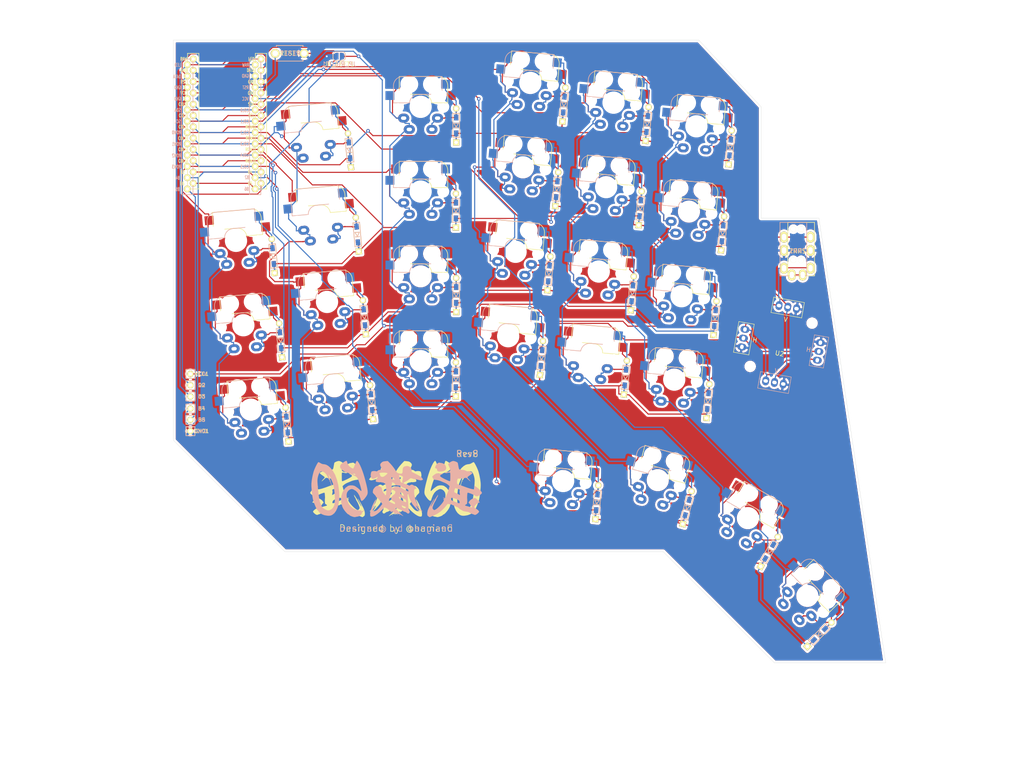
<source format=kicad_pcb>
(kicad_pcb (version 20171130) (host pcbnew 5.1.9)
  (title_block (title MUSASHI60) (rev 2) (company "HAMANO Tsukasa"))
  (layers (0 F.Cu signal) (31 B.Cu signal) (34 B.Paste user) (35 F.Paste user) (36 B.SilkS user) (37 F.SilkS user) (38 B.Mask user) (39 F.Mask user) (44 Edge.Cuts user))
  (net 0 "")
  (net 1 B1)
  (net 2 "Net-(D_A3-Pad2)")
  (net 3 "Net-(D_A4-Pad2)")
  (net 4 B3)
  (net 5 F6)
  (net 6 "Net-(D_B1-Pad2)")
  (net 7 "Net-(D_B2-Pad2)")
  (net 8 F7)
  (net 9 "Net-(D_B3-Pad2)")
  (net 10 "Net-(D_B4-Pad2)")
  (net 11 D1)
  (net 12 D0)
  (net 13 RST)
  (net 14 GND)
  (net 15 "Net-(U1-Pad24)")
  (net 16 VCC)
  (net 17 B2)
  (net 18 "Net-(D_B5-Pad2)")
  (net 19 "Net-(D_C1-Pad2)")
  (net 20 "Net-(D_C2-Pad2)")
  (net 21 "Net-(D_C4-Pad2)")
  (net 22 "Net-(D_C5-Pad2)")
  (net 23 D4)
  (net 24 "Net-(D_D1-Pad2)")
  (net 25 "Net-(D_D2-Pad2)")
  (net 26 "Net-(D_D3-Pad2)")
  (net 27 "Net-(D_D4-Pad2)")
  (net 28 "Net-(D_D5-Pad2)")
  (net 29 "Net-(D_E1-Pad2)")
  (net 30 "Net-(D_E2-Pad2)")
  (net 31 "Net-(D_E3-Pad2)")
  (net 32 "Net-(D_E4-Pad2)")
  (net 33 "Net-(D_F2-Pad2)")
  (net 34 "Net-(D_F3-Pad2)")
  (net 35 C6)
  (net 36 D7)
  (net 37 E6)
  (net 38 B4)
  (net 39 B5)
  (net 40 D2)
  (net 41 D3)
  (net 42 F4)
  (net 43 F5)
  (net 44 "Net-(J1-PadA)")
  (net 45 B6)
  (net 46 "Net-(D_A1-Pad2)")
  (net 47 "Net-(D_A2-Pad2)")
  (net 48 "Net-(D_C3-Pad2)")
  (net 49 "Net-(D_A5-Pad2)")
  (net 50 "Net-(D_F4-Pad2)")
  (module local:musashi50-silk-256 (layer B.Cu) (at 87 113 180)
    (fp_text reference G_LOGO_B hide)
    (fp_text value LOGO hide)
  )
  (module local:musashi50-silk-256 (layer F.Cu) (at 87 113)
    (fp_text reference G_LOGO_F hide)
    (fp_text value LOGO hide)
  )
  (module local:J08K (layer F.Cu) (at 173.5 81.5 350)
    (fp_text reference U2 (at 0 2 170) (layer F.SilkS))
    (fp_text value joystick)
    (fp_text user H (at 6.25 0 170) (layer B.SilkS))
    (fp_text user V (at 0 6 170) (layer B.SilkS))
    (fp_text user V (at 0 -5.75 170) (layer F.SilkS))
    (fp_text user H (at -6 0 170) (layer F.SilkS))
    (pad "" np_thru_hole circle (at -6 6 350) (size 1.6 1.6) (drill 1.6) (layers *.Cu *.Mask))
    (pad "" np_thru_hole circle (at 6 -6 350) (size 1.6 1.6) (drill 1.6) (layers *.Cu *.Mask))
    (pad 2 thru_hole oval (at 8.6 -2 260) (size 1.5 2) (drill oval 1 0.8) (layers *.Cu *.Mask) (net 14 GND))
    (pad 1 thru_hole oval (at 8.6 2 260) (size 1.5 2) (drill oval 1 0.8) (layers *.Cu *.Mask) (net 16 VCC))
    (pad 3 thru_hole oval (at 8.6 0 260) (size 1.5 2) (drill oval 1 0.8) (layers *.Cu *.Mask) (net 42 F4))
    (pad 2 thru_hole oval (at -8.6 2 260) (size 1.5 2) (drill oval 1 0.8) (layers *.Cu *.Mask) (net 14 GND))
    (pad 1 thru_hole oval (at -8.6 -2 260) (size 1.5 2) (drill oval 1 0.8) (layers *.Cu *.Mask) (net 16 VCC))
    (pad 3 thru_hole oval (at -8.6 0 260) (size 1.5 2) (drill oval 1 0.8) (layers *.Cu *.Mask) (net 42 F4))
    (pad 2 thru_hole oval (at 2 8.6 350) (size 1.5 2) (drill oval 1 0.8) (layers *.Cu *.Mask) (net 14 GND))
    (pad 1 thru_hole oval (at -2 8.6 350) (size 1.5 2) (drill oval 1 0.8) (layers *.Cu *.Mask) (net 16 VCC))
    (pad 4 thru_hole oval (at 0 8.6 350) (size 1.5 2) (drill oval 1 0.8) (layers *.Cu *.Mask) (net 43 F5))
    (pad 2 thru_hole oval (at 2 -8.6 350) (size 1.5 2) (drill oval 1 0.8) (layers *.Cu *.Mask) (net 14 GND))
    (pad 1 thru_hole oval (at -2 -8.6 350) (size 1.5 2) (drill oval 1 0.8) (layers *.Cu *.Mask) (net 16 VCC))
    (pad 4 thru_hole oval (at 0 -8.6 350) (size 1.5 2) (drill oval 1 0.8) (layers *.Cu *.Mask) (net 43 F5))
  )
  (module local:CherryMX_Direct_Hotswap_Reversible (layer F.Cu) (at 117.166 22.6454 355)
    (fp_text reference SW_C1 hide)
    (fp_text value SW_PUSH hide)
    (pad 2 thru_hole oval (at 2.54 5.08 175) (size 2.5 2) (drill oval 1.2 0.8) (layers *.Cu *.Mask) (net 19 "Net-(D_C1-Pad2)"))
    (pad 2 thru_hole oval (at 3.81 2.54 175) (size 2.5 2) (drill oval 1.2 0.8) (layers *.Cu *.Mask) (net 19 "Net-(D_C1-Pad2)"))
    (pad 1 thru_hole oval (at -2.54 5.08 175) (size 2.5 2) (drill oval 1.2 0.8) (layers *.Cu *.Mask) (net 23 D4))
    (pad 1 thru_hole oval (at -3.81 2.54 175) (size 2.5 2) (drill oval 1.2 0.8) (layers *.Cu *.Mask) (net 23 D4))
    (pad 1 smd rect (at -5.6 -5.08 175) (size 2 2) (layers F.Cu F.Paste F.Mask) (net 23 D4))
    (pad "" np_thru_hole circle (at 3.81 -2.54 175) (size 3 3) (drill 3) (layers *.Cu *.Mask))
    (pad "" np_thru_hole circle (at -2.54 -5.08 175) (size 3 3) (drill 3) (layers *.Cu *.Mask))
    (pad 2 smd rect (at 6.9 -2.54 175) (size 2 2) (layers F.Cu F.Paste F.Mask) (net 19 "Net-(D_C1-Pad2)"))
    (pad 1 smd rect (at -6.9 -2.54 175) (size 2 2) (layers B.Cu B.Paste B.Mask) (net 23 D4))
    (pad "" np_thru_hole circle (at 2.54 -5.08 175) (size 3 3) (drill 3) (layers *.Cu *.Mask))
    (pad "" np_thru_hole circle (at 0 0 265) (size 3.988 3.988) (drill 3.988) (layers *.Cu *.Mask))
    (pad "" np_thru_hole circle (at -5.08 0 175) (size 1.702 1.702) (drill 1.702) (layers *.Cu *.Mask))
    (pad "" np_thru_hole circle (at 5.08 0 175) (size 1.702 1.702) (drill 1.702) (layers *.Cu *.Mask))
    (pad "" np_thru_hole circle (at -3.81 -2.54 175) (size 3 3) (drill 3) (layers *.Cu *.Mask))
    (pad 2 smd rect (at 5.6 -5.08 175) (size 2 2) (layers B.Cu B.Paste B.Mask) (net 19 "Net-(D_C1-Pad2)"))
  )
  (module local:CherryMX_Direct_Hotswap_Reversible (layer F.Cu) (at 92.517 85.1656)
    (fp_text reference SW_D4 hide)
    (fp_text value SW_PUSH hide)
    (pad 2 thru_hole oval (at 2.54 5.08 180) (size 2.5 2) (drill oval 1.2 0.8) (layers *.Cu *.Mask) (net 27 "Net-(D_D4-Pad2)"))
    (pad 2 thru_hole oval (at 3.81 2.54 180) (size 2.5 2) (drill oval 1.2 0.8) (layers *.Cu *.Mask) (net 27 "Net-(D_D4-Pad2)"))
    (pad 1 thru_hole oval (at -2.54 5.08 180) (size 2.5 2) (drill oval 1.2 0.8) (layers *.Cu *.Mask) (net 35 C6))
    (pad 1 thru_hole oval (at -3.81 2.54 180) (size 2.5 2) (drill oval 1.2 0.8) (layers *.Cu *.Mask) (net 35 C6))
    (pad 1 smd rect (at -5.6 -5.08 180) (size 2 2) (layers F.Cu F.Paste F.Mask) (net 35 C6))
    (pad "" np_thru_hole circle (at 3.81 -2.54 180) (size 3 3) (drill 3) (layers *.Cu *.Mask))
    (pad "" np_thru_hole circle (at -2.54 -5.08 180) (size 3 3) (drill 3) (layers *.Cu *.Mask))
    (pad 2 smd rect (at 6.9 -2.54 180) (size 2 2) (layers F.Cu F.Paste F.Mask) (net 27 "Net-(D_D4-Pad2)"))
    (pad 1 smd rect (at -6.9 -2.54 180) (size 2 2) (layers B.Cu B.Paste B.Mask) (net 35 C6))
    (pad "" np_thru_hole circle (at 2.54 -5.08 180) (size 3 3) (drill 3) (layers *.Cu *.Mask))
    (pad "" np_thru_hole circle (at 0 0 270) (size 3.988 3.988) (drill 3.988) (layers *.Cu *.Mask))
    (pad "" np_thru_hole circle (at -5.08 0 180) (size 1.702 1.702) (drill 1.702) (layers *.Cu *.Mask))
    (pad "" np_thru_hole circle (at 5.08 0 180) (size 1.702 1.702) (drill 1.702) (layers *.Cu *.Mask))
    (pad "" np_thru_hole circle (at -3.81 -2.54 180) (size 3 3) (drill 3) (layers *.Cu *.Mask))
    (pad 2 smd rect (at 5.6 -5.08 180) (size 2 2) (layers B.Cu B.Paste B.Mask) (net 27 "Net-(D_D4-Pad2)"))
  )
  (module local:CherryMX_Direct_Hotswap_Reversible (layer F.Cu) (at 92.517 66.1156)
    (fp_text reference SW_D3 hide)
    (fp_text value SW_PUSH hide)
    (pad 2 thru_hole oval (at 2.54 5.08 180) (size 2.5 2) (drill oval 1.2 0.8) (layers *.Cu *.Mask) (net 26 "Net-(D_D3-Pad2)"))
    (pad 2 thru_hole oval (at 3.81 2.54 180) (size 2.5 2) (drill oval 1.2 0.8) (layers *.Cu *.Mask) (net 26 "Net-(D_D3-Pad2)"))
    (pad 1 thru_hole oval (at -2.54 5.08 180) (size 2.5 2) (drill oval 1.2 0.8) (layers *.Cu *.Mask) (net 35 C6))
    (pad 1 thru_hole oval (at -3.81 2.54 180) (size 2.5 2) (drill oval 1.2 0.8) (layers *.Cu *.Mask) (net 35 C6))
    (pad 1 smd rect (at -5.6 -5.08 180) (size 2 2) (layers F.Cu F.Paste F.Mask) (net 35 C6))
    (pad "" np_thru_hole circle (at 3.81 -2.54 180) (size 3 3) (drill 3) (layers *.Cu *.Mask))
    (pad "" np_thru_hole circle (at -2.54 -5.08 180) (size 3 3) (drill 3) (layers *.Cu *.Mask))
    (pad 2 smd rect (at 6.9 -2.54 180) (size 2 2) (layers F.Cu F.Paste F.Mask) (net 26 "Net-(D_D3-Pad2)"))
    (pad 1 smd rect (at -6.9 -2.54 180) (size 2 2) (layers B.Cu B.Paste B.Mask) (net 35 C6))
    (pad "" np_thru_hole circle (at 2.54 -5.08 180) (size 3 3) (drill 3) (layers *.Cu *.Mask))
    (pad "" np_thru_hole circle (at 0 0 270) (size 3.988 3.988) (drill 3.988) (layers *.Cu *.Mask))
    (pad "" np_thru_hole circle (at -5.08 0 180) (size 1.702 1.702) (drill 1.702) (layers *.Cu *.Mask))
    (pad "" np_thru_hole circle (at 5.08 0 180) (size 1.702 1.702) (drill 1.702) (layers *.Cu *.Mask))
    (pad "" np_thru_hole circle (at -3.81 -2.54 180) (size 3 3) (drill 3) (layers *.Cu *.Mask))
    (pad 2 smd rect (at 5.6 -5.08 180) (size 2 2) (layers B.Cu B.Paste B.Mask) (net 26 "Net-(D_D3-Pad2)"))
  )
  (module local:CherryMX_Direct_Hotswap_Reversible (layer F.Cu) (at 92.517 47.0655)
    (fp_text reference SW_D2 hide)
    (fp_text value SW_PUSH hide)
    (pad 2 thru_hole oval (at 2.54 5.08 180) (size 2.5 2) (drill oval 1.2 0.8) (layers *.Cu *.Mask) (net 25 "Net-(D_D2-Pad2)"))
    (pad 2 thru_hole oval (at 3.81 2.54 180) (size 2.5 2) (drill oval 1.2 0.8) (layers *.Cu *.Mask) (net 25 "Net-(D_D2-Pad2)"))
    (pad 1 thru_hole oval (at -2.54 5.08 180) (size 2.5 2) (drill oval 1.2 0.8) (layers *.Cu *.Mask) (net 35 C6))
    (pad 1 thru_hole oval (at -3.81 2.54 180) (size 2.5 2) (drill oval 1.2 0.8) (layers *.Cu *.Mask) (net 35 C6))
    (pad 1 smd rect (at -5.6 -5.08 180) (size 2 2) (layers F.Cu F.Paste F.Mask) (net 35 C6))
    (pad "" np_thru_hole circle (at 3.81 -2.54 180) (size 3 3) (drill 3) (layers *.Cu *.Mask))
    (pad "" np_thru_hole circle (at -2.54 -5.08 180) (size 3 3) (drill 3) (layers *.Cu *.Mask))
    (pad 2 smd rect (at 6.9 -2.54 180) (size 2 2) (layers F.Cu F.Paste F.Mask) (net 25 "Net-(D_D2-Pad2)"))
    (pad 1 smd rect (at -6.9 -2.54 180) (size 2 2) (layers B.Cu B.Paste B.Mask) (net 35 C6))
    (pad "" np_thru_hole circle (at 2.54 -5.08 180) (size 3 3) (drill 3) (layers *.Cu *.Mask))
    (pad "" np_thru_hole circle (at 0 0 270) (size 3.988 3.988) (drill 3.988) (layers *.Cu *.Mask))
    (pad "" np_thru_hole circle (at -5.08 0 180) (size 1.702 1.702) (drill 1.702) (layers *.Cu *.Mask))
    (pad "" np_thru_hole circle (at 5.08 0 180) (size 1.702 1.702) (drill 1.702) (layers *.Cu *.Mask))
    (pad "" np_thru_hole circle (at -3.81 -2.54 180) (size 3 3) (drill 3) (layers *.Cu *.Mask))
    (pad 2 smd rect (at 5.6 -5.08 180) (size 2 2) (layers B.Cu B.Paste B.Mask) (net 25 "Net-(D_D2-Pad2)"))
  )
  (module local:CherryMX_Direct_Hotswap_Reversible (layer F.Cu) (at 92.517 28.0154)
    (fp_text reference SW_D1 hide)
    (fp_text value SW_PUSH hide)
    (pad 2 thru_hole oval (at 2.54 5.08 180) (size 2.5 2) (drill oval 1.2 0.8) (layers *.Cu *.Mask) (net 24 "Net-(D_D1-Pad2)"))
    (pad 2 thru_hole oval (at 3.81 2.54 180) (size 2.5 2) (drill oval 1.2 0.8) (layers *.Cu *.Mask) (net 24 "Net-(D_D1-Pad2)"))
    (pad 1 thru_hole oval (at -2.54 5.08 180) (size 2.5 2) (drill oval 1.2 0.8) (layers *.Cu *.Mask) (net 35 C6))
    (pad 1 thru_hole oval (at -3.81 2.54 180) (size 2.5 2) (drill oval 1.2 0.8) (layers *.Cu *.Mask) (net 35 C6))
    (pad 1 smd rect (at -5.6 -5.08 180) (size 2 2) (layers F.Cu F.Paste F.Mask) (net 35 C6))
    (pad "" np_thru_hole circle (at 3.81 -2.54 180) (size 3 3) (drill 3) (layers *.Cu *.Mask))
    (pad "" np_thru_hole circle (at -2.54 -5.08 180) (size 3 3) (drill 3) (layers *.Cu *.Mask))
    (pad 2 smd rect (at 6.9 -2.54 180) (size 2 2) (layers F.Cu F.Paste F.Mask) (net 24 "Net-(D_D1-Pad2)"))
    (pad 1 smd rect (at -6.9 -2.54 180) (size 2 2) (layers B.Cu B.Paste B.Mask) (net 35 C6))
    (pad "" np_thru_hole circle (at 2.54 -5.08 180) (size 3 3) (drill 3) (layers *.Cu *.Mask))
    (pad "" np_thru_hole circle (at 0 0 270) (size 3.988 3.988) (drill 3.988) (layers *.Cu *.Mask))
    (pad "" np_thru_hole circle (at -5.08 0 180) (size 1.702 1.702) (drill 1.702) (layers *.Cu *.Mask))
    (pad "" np_thru_hole circle (at 5.08 0 180) (size 1.702 1.702) (drill 1.702) (layers *.Cu *.Mask))
    (pad "" np_thru_hole circle (at -3.81 -2.54 180) (size 3 3) (drill 3) (layers *.Cu *.Mask))
    (pad 2 smd rect (at 5.6 -5.08 180) (size 2 2) (layers B.Cu B.Paste B.Mask) (net 24 "Net-(D_D1-Pad2)"))
  )
  (module foostan:MJ-4PP-9 (layer F.Cu) (at 178 54)
    (fp_text reference J1)
    (fp_text value MJ-4PP-9 hide)
    (fp_text user TRRS (at -0.75 6.45) (layer F.SilkS))
    (fp_text user TRRS (at -0.8255 6.4135) (layer B.SilkS) (effects (justify mirror)))
    (pad A thru_hole oval (at -2.1 11.8) (size 1.7 2.5) (drill oval 1 1.5) (layers *.Cu *.Mask F.SilkS) (net 44 "Net-(J1-PadA)") (clearance 0.15))
    (pad D thru_hole oval (at 2.1 10.3) (size 1.7 2.5) (drill oval 1 1.5) (layers *.Cu *.Mask F.SilkS) (net 16 VCC) (clearance 0.15))
    (pad C thru_hole oval (at 2.1 6.3) (size 1.7 2.5) (drill oval 1 1.5) (layers *.Cu *.Mask F.SilkS) (net 14 GND))
    (pad B thru_hole oval (at 2.1 3.3) (size 1.7 2.5) (drill oval 1 1.5) (layers *.Cu *.Mask F.SilkS) (net 40 D2))
    (pad "" np_thru_hole circle (at 0 8.5) (size 1.2 1.2) (drill 1.2) (layers *.Cu *.Mask F.SilkS))
    (pad "" np_thru_hole circle (at 0 1.5) (size 1.2 1.2) (drill 1.2) (layers *.Cu *.Mask F.SilkS))
    (pad C thru_hole oval (at -3.85 6.3) (size 1.7 2.5) (drill oval 1 1.5) (layers *.Cu *.Mask F.SilkS) (net 14 GND))
    (pad B thru_hole oval (at -3.85 3.3) (size 1.7 2.5) (drill oval 1 1.5) (layers *.Cu *.Mask F.SilkS) (net 40 D2))
    (pad A thru_hole oval (at 0.35 11.8) (size 1.7 2.5) (drill oval 1 1.5) (layers *.Cu *.Mask F.SilkS) (net 44 "Net-(J1-PadA)") (clearance 0.15))
    (pad D thru_hole oval (at -3.85 10.3) (size 1.7 2.5) (drill oval 1 1.5) (layers *.Cu *.Mask F.SilkS) (net 16 VCC) (clearance 0.15))
    (pad "" np_thru_hole circle (at -1.75 1.5) (size 1.2 1.2) (drill 1.2) (layers *.Cu *.Mask F.SilkS))
    (pad "" np_thru_hole circle (at -1.75 8.5) (size 1.2 1.2) (drill 1.2) (layers *.Cu *.Mask F.SilkS))
  )
  (module foostan:D3_TH_SMD (layer F.Cu) (at 143.398 31.8746 85)
    (fp_text reference D_B1 hide)
    (fp_text value D hide)
    (pad 2 smd rect (at 1.775 0 85) (size 1.3 0.95) (layers F.Cu F.Paste F.Mask) (net 6 "Net-(D_B1-Pad2)"))
    (pad 2 thru_hole circle (at 3.81 0 85) (size 1.397 1.397) (drill 0.8128) (layers *.Cu *.Mask F.SilkS) (net 6 "Net-(D_B1-Pad2)"))
    (pad 1 thru_hole rect (at -3.81 0 85) (size 1.397 1.397) (drill 0.8128) (layers *.Cu *.Mask F.SilkS) (net 5 F6))
    (pad 1 smd rect (at -1.775 0 85) (size 1.3 0.95) (layers B.Cu B.Paste B.Mask) (net 5 F6))
    (pad 2 smd rect (at 1.775 0 85) (size 1.3 0.95) (layers B.Cu B.Paste B.Mask) (net 6 "Net-(D_B1-Pad2)"))
    (pad 1 smd rect (at -1.775 0 85) (size 1.3 0.95) (layers F.Cu F.Paste F.Mask) (net 5 F6))
  )
  (module foostan:D3_TH_SMD (layer F.Cu) (at 162.05 37.15 85)
    (fp_text reference D_A1 hide)
    (fp_text value D hide)
    (pad 2 smd rect (at 1.775 0 85) (size 1.3 0.95) (layers F.Cu F.Paste F.Mask) (net 46 "Net-(D_A1-Pad2)"))
    (pad 2 thru_hole circle (at 3.81 0 85) (size 1.397 1.397) (drill 0.8128) (layers *.Cu *.Mask F.SilkS) (net 46 "Net-(D_A1-Pad2)"))
    (pad 1 thru_hole rect (at -3.81 0 85) (size 1.397 1.397) (drill 0.8128) (layers *.Cu *.Mask F.SilkS) (net 5 F6))
    (pad 1 smd rect (at -1.775 0 85) (size 1.3 0.95) (layers B.Cu B.Paste B.Mask) (net 5 F6))
    (pad 2 smd rect (at 1.775 0 85) (size 1.3 0.95) (layers B.Cu B.Paste B.Mask) (net 46 "Net-(D_A1-Pad2)"))
    (pad 1 smd rect (at -1.775 0 85) (size 1.3 0.95) (layers F.Cu F.Paste F.Mask) (net 5 F6))
  )
  (module foostan:D3_TH_SMD (layer F.Cu) (at 160.35 56.45 85)
    (fp_text reference D_A2 hide)
    (fp_text value D hide)
    (pad 2 smd rect (at 1.775 0 85) (size 1.3 0.95) (layers F.Cu F.Paste F.Mask) (net 47 "Net-(D_A2-Pad2)"))
    (pad 2 thru_hole circle (at 3.81 0 85) (size 1.397 1.397) (drill 0.8128) (layers *.Cu *.Mask F.SilkS) (net 47 "Net-(D_A2-Pad2)"))
    (pad 1 thru_hole rect (at -3.81 0 85) (size 1.397 1.397) (drill 0.8128) (layers *.Cu *.Mask F.SilkS) (net 8 F7))
    (pad 1 smd rect (at -1.775 0 85) (size 1.3 0.95) (layers B.Cu B.Paste B.Mask) (net 8 F7))
    (pad 2 smd rect (at 1.775 0 85) (size 1.3 0.95) (layers B.Cu B.Paste B.Mask) (net 47 "Net-(D_A2-Pad2)"))
    (pad 1 smd rect (at -1.775 0 85) (size 1.3 0.95) (layers F.Cu F.Paste F.Mask) (net 8 F7))
  )
  (module foostan:D3_TH_SMD (layer F.Cu) (at 158.65 75.5 85)
    (fp_text reference D_A3 hide)
    (fp_text value D hide)
    (pad 2 smd rect (at 1.775 0 85) (size 1.3 0.95) (layers F.Cu F.Paste F.Mask) (net 2 "Net-(D_A3-Pad2)"))
    (pad 2 thru_hole circle (at 3.81 0 85) (size 1.397 1.397) (drill 0.8128) (layers *.Cu *.Mask F.SilkS) (net 2 "Net-(D_A3-Pad2)"))
    (pad 1 thru_hole rect (at -3.81 0 85) (size 1.397 1.397) (drill 0.8128) (layers *.Cu *.Mask F.SilkS) (net 1 B1))
    (pad 1 smd rect (at -1.775 0 85) (size 1.3 0.95) (layers B.Cu B.Paste B.Mask) (net 1 B1))
    (pad 2 smd rect (at 1.775 0 85) (size 1.3 0.95) (layers B.Cu B.Paste B.Mask) (net 2 "Net-(D_A3-Pad2)"))
    (pad 1 smd rect (at -1.775 0 85) (size 1.3 0.95) (layers F.Cu F.Paste F.Mask) (net 1 B1))
  )
  (module foostan:D3_TH_SMD (layer F.Cu) (at 157.05 94.15 85)
    (fp_text reference D_A4 hide)
    (fp_text value D hide)
    (pad 2 smd rect (at 1.775 0 85) (size 1.3 0.95) (layers F.Cu F.Paste F.Mask) (net 3 "Net-(D_A4-Pad2)"))
    (pad 2 thru_hole circle (at 3.81 0 85) (size 1.397 1.397) (drill 0.8128) (layers *.Cu *.Mask F.SilkS) (net 3 "Net-(D_A4-Pad2)"))
    (pad 1 thru_hole rect (at -3.81 0 85) (size 1.397 1.397) (drill 0.8128) (layers *.Cu *.Mask F.SilkS) (net 4 B3))
    (pad 1 smd rect (at -1.775 0 85) (size 1.3 0.95) (layers B.Cu B.Paste B.Mask) (net 4 B3))
    (pad 2 smd rect (at 1.775 0 85) (size 1.3 0.95) (layers B.Cu B.Paste B.Mask) (net 3 "Net-(D_A4-Pad2)"))
    (pad 1 smd rect (at -1.775 0 85) (size 1.3 0.95) (layers F.Cu F.Paste F.Mask) (net 4 B3))
  )
  (module foostan:ResetSW (layer F.Cu) (at 63.1034 16)
    (fp_text reference SW_RST1 hide)
    (fp_text value SW_PUSH)
    (fp_text user RESET (at 0 0) (layer F.SilkS))
    (fp_text user RESET (at 0.127 0) (layer B.SilkS) (effects (justify mirror)))
    (pad 2 thru_hole circle (at -3.25 0) (size 2 2) (drill 1.3) (layers *.Cu *.Mask F.SilkS) (net 13 RST))
    (pad 1 thru_hole circle (at 3.25 0) (size 2 2) (drill 1.3) (layers *.Cu *.Mask F.SilkS) (net 14 GND))
  )
  (module foostan:ProMicro_v2 (layer F.Cu) (at 49 31.75)
    (fp_text reference U1 hide)
    (fp_text value ProMicro_r hide)
    (fp_text user "" (at -0.5 -17.25) (layer F.SilkS))
    (fp_text user "" (at -1.2065 -16.256) (layer B.SilkS) (effects (justify mirror)))
    (fp_text user RAW (at -9.7155 -14.478) (layer F.SilkS) (effects (font (size 0.75 0.5) (thickness 0.125))))
    (fp_text user LED (at 5.5 -14.478) (layer F.SilkS) (effects (font (size 0.75 0.5) (thickness 0.125))))
    (fp_text user GND (at -9.7155 -11.938) (layer F.SilkS) (effects (font (size 0.75 0.5) (thickness 0.125))))
    (fp_text user DATA (at 5.35 -11.95) (layer F.SilkS) (effects (font (size 0.75 0.5) (thickness 0.125))))
    (fp_text user RST (at -9.7155 -9.3345) (layer F.SilkS) (effects (font (size 0.75 0.5) (thickness 0.125))))
    (fp_text user GND (at 5.5245 -9.3345) (layer F.SilkS) (effects (font (size 0.75 0.5) (thickness 0.125))))
    (fp_text user VCC (at -9.7155 -6.858) (layer F.SilkS) (effects (font (size 0.75 0.5) (thickness 0.125))))
    (fp_text user GND (at 5.461 -6.7945) (layer F.SilkS) (effects (font (size 0.75 0.5) (thickness 0.125))))
    (fp_text user COL3 (at -10 3.35) (layer F.SilkS) (effects (font (size 0.75 0.5) (thickness 0.125))))
    (fp_text user ROW0 (at 5.2 0.8) (layer F.SilkS) (effects (font (size 0.75 0.5) (thickness 0.125))))
    (fp_text user COL2 (at -9.9 0.762) (layer F.SilkS) (effects (font (size 0.75 0.5) (thickness 0.125))))
    (fp_text user SCL (at 5.461 -1.778) (layer F.SilkS) (effects (font (size 0.75 0.5) (thickness 0.125))))
    (fp_text user COL1 (at -9.85 -1.778) (layer F.SilkS) (effects (font (size 0.75 0.5) (thickness 0.125))))
    (fp_text user SDA (at 5.461 -4.318) (layer F.SilkS) (effects (font (size 0.75 0.5) (thickness 0.125))))
    (fp_text user COL0 (at -9.9 -4.3) (layer F.SilkS) (effects (font (size 0.75 0.5) (thickness 0.125))))
    (fp_text user B6 (at -10.05 13.5) (layer F.SilkS) (effects (font (size 0.75 0.5) (thickness 0.125))))
    (fp_text user B5 (at 5.2 13.5255) (layer F.SilkS) (effects (font (size 0.75 0.5) (thickness 0.125))))
    (fp_text user B4 (at 5.2 10.922) (layer F.SilkS) (effects (font (size 0.75 0.5) (thickness 0.125))))
    (fp_text user B2 (at -9.95 10.95) (layer F.SilkS) (effects (font (size 0.75 0.5) (thickness 0.125))))
    (fp_text user ROW3 (at 5.2 8.4455) (layer F.SilkS) (effects (font (size 0.75 0.5) (thickness 0.125))))
    (fp_text user COL5 (at -9.95 8.4455) (layer F.SilkS) (effects (font (size 0.75 0.5) (thickness 0.125))))
    (fp_text user ROW2 (at 5.2 5.85) (layer F.SilkS) (effects (font (size 0.75 0.5) (thickness 0.125))))
    (fp_text user COL4 (at -9.95 5.85) (layer F.SilkS) (effects (font (size 0.75 0.5) (thickness 0.125))))
    (fp_text user ROW1 (at 5.25 3.302) (layer F.SilkS) (effects (font (size 0.75 0.5) (thickness 0.125))))
    (fp_text user ROW1 (at -11.3 4.6355) (layer B.SilkS) (effects (font (size 0.75 0.5) (thickness 0.125)) (justify mirror)))
    (fp_text user COL4 (at 3.95 7.112) (layer B.SilkS) (effects (font (size 0.75 0.5) (thickness 0.125)) (justify mirror)))
    (fp_text user ROW2 (at -11.3 7.239) (layer B.SilkS) (effects (font (size 0.75 0.5) (thickness 0.125)) (justify mirror)))
    (fp_text user COL5 (at 4 9.75) (layer B.SilkS) (effects (font (size 0.75 0.5) (thickness 0.125)) (justify mirror)))
    (fp_text user ROW3 (at -11.3 9.75) (layer B.SilkS) (effects (font (size 0.75 0.5) (thickness 0.125)) (justify mirror)))
    (fp_text user B2 (at 4.5085 12.1285) (layer B.SilkS) (effects (font (size 0.75 0.5) (thickness 0.125)) (justify mirror)))
    (fp_text user B4 (at -11.049 12.2555) (layer B.SilkS) (effects (font (size 0.75 0.5) (thickness 0.125)) (justify mirror)))
    (fp_text user B5 (at -11.049 14.7955) (layer B.SilkS) (effects (font (size 0.75 0.5) (thickness 0.125)) (justify mirror)))
    (fp_text user B6 (at 4.445 14.732) (layer B.SilkS) (effects (font (size 0.75 0.5) (thickness 0.125)) (justify mirror)))
    (fp_text user COL0 (at 4 -2.95) (layer B.SilkS) (effects (font (size 0.75 0.5) (thickness 0.125)) (justify mirror)))
    (fp_text user SDA (at -11.049 -2.9845) (layer B.SilkS) (effects (font (size 0.75 0.5) (thickness 0.125)) (justify mirror)))
    (fp_text user COL1 (at 4 -0.4445) (layer B.SilkS) (effects (font (size 0.75 0.5) (thickness 0.125)) (justify mirror)))
    (fp_text user SCL (at -11.049 -0.4445) (layer B.SilkS) (effects (font (size 0.75 0.5) (thickness 0.125)) (justify mirror)))
    (fp_text user COL2 (at 4 2.1) (layer B.SilkS) (effects (font (size 0.75 0.5) (thickness 0.125)) (justify mirror)))
    (fp_text user ROW0 (at -11.3 2.032) (layer B.SilkS) (effects (font (size 0.75 0.5) (thickness 0.125)) (justify mirror)))
    (fp_text user COL3 (at 4 4.6) (layer B.SilkS) (effects (font (size 0.75 0.5) (thickness 0.125)) (justify mirror)))
    (fp_text user GND (at -11.049 -5.5245) (layer B.SilkS) (effects (font (size 0.75 0.5) (thickness 0.125)) (justify mirror)))
    (fp_text user VCC (at 4.1275 -5.5245) (layer B.SilkS) (effects (font (size 0.75 0.5) (thickness 0.125)) (justify mirror)))
    (fp_text user GND (at -11.049 -8.0645) (layer B.SilkS) (effects (font (size 0.75 0.5) (thickness 0.125)) (justify mirror)))
    (fp_text user RST (at 4.191 -8.0645) (layer B.SilkS) (effects (font (size 0.75 0.5) (thickness 0.125)) (justify mirror)))
    (fp_text user DATA (at -11.2 -10.5) (layer B.SilkS) (effects (font (size 0.75 0.5) (thickness 0.125)) (justify mirror)))
    (fp_text user GND (at 4.1275 -10.668) (layer B.SilkS) (effects (font (size 0.75 0.5) (thickness 0.125)) (justify mirror)))
    (fp_text user LED (at -11.049 -13.1445) (layer B.SilkS) (effects (font (size 0.75 0.5) (thickness 0.125)) (justify mirror)))
    (fp_text user RAW (at 4.191 -13.1445) (layer B.SilkS) (effects (font (size 0.75 0.5) (thickness 0.125)) (justify mirror)))
    (pad 24 thru_hole circle (at 6.35 -13.208) (size 1.524 1.524) (drill 0.8128) (layers *.Cu *.Mask F.SilkS) (net 15 "Net-(U1-Pad24)"))
    (pad 23 thru_hole circle (at 6.35 -10.668) (size 1.524 1.524) (drill 0.8128) (layers *.Cu *.Mask F.SilkS) (net 14 GND))
    (pad 22 thru_hole circle (at 6.35 -8.128) (size 1.524 1.524) (drill 0.8128) (layers *.Cu *.Mask F.SilkS) (net 13 RST))
    (pad 21 thru_hole circle (at 6.35 -5.588) (size 1.524 1.524) (drill 0.8128) (layers *.Cu *.Mask F.SilkS) (net 16 VCC))
    (pad 20 thru_hole circle (at 6.35 -3.048) (size 1.524 1.524) (drill 0.8128) (layers *.Cu *.Mask F.SilkS) (net 42 F4))
    (pad 19 thru_hole circle (at 6.35 -0.508) (size 1.524 1.524) (drill 0.8128) (layers *.Cu *.Mask F.SilkS) (net 43 F5))
    (pad 18 thru_hole circle (at 6.35 2.032) (size 1.524 1.524) (drill 0.8128) (layers *.Cu *.Mask F.SilkS) (net 5 F6))
    (pad 17 thru_hole circle (at 6.35 4.572) (size 1.524 1.524) (drill 0.8128) (layers *.Cu *.Mask F.SilkS) (net 8 F7))
    (pad 16 thru_hole circle (at 6.35 7.112) (size 1.524 1.524) (drill 0.8128) (layers *.Cu *.Mask F.SilkS) (net 1 B1))
    (pad 15 thru_hole circle (at 6.35 9.652) (size 1.524 1.524) (drill 0.8128) (layers *.Cu *.Mask F.SilkS) (net 4 B3))
    (pad 14 thru_hole circle (at 6.35 12.192) (size 1.524 1.524) (drill 0.8128) (layers *.Cu *.Mask F.SilkS) (net 17 B2))
    (pad 13 thru_hole circle (at 6.35 14.732) (size 1.524 1.524) (drill 0.8128) (layers *.Cu *.Mask F.SilkS) (net 45 B6))
    (pad 12 thru_hole circle (at -8.89 14.732) (size 1.524 1.524) (drill 0.8128) (layers *.Cu *.Mask F.SilkS) (net 39 B5))
    (pad 11 thru_hole circle (at -8.89 12.192) (size 1.524 1.524) (drill 0.8128) (layers *.Cu *.Mask F.SilkS) (net 38 B4))
    (pad 10 thru_hole circle (at -8.89 9.652) (size 1.524 1.524) (drill 0.8128) (layers *.Cu *.Mask F.SilkS) (net 37 E6))
    (pad 9 thru_hole circle (at -8.89 7.112) (size 1.524 1.524) (drill 0.8128) (layers *.Cu *.Mask F.SilkS) (net 36 D7))
    (pad 8 thru_hole circle (at -8.89 4.572) (size 1.524 1.524) (drill 0.8128) (layers *.Cu *.Mask F.SilkS) (net 35 C6))
    (pad 7 thru_hole circle (at -8.89 2.032) (size 1.524 1.524) (drill 0.8128) (layers *.Cu *.Mask F.SilkS) (net 23 D4))
    (pad 6 thru_hole circle (at -8.89 -0.508) (size 1.524 1.524) (drill 0.8128) (layers *.Cu *.Mask F.SilkS) (net 12 D0))
    (pad 5 thru_hole circle (at -8.89 -3.048) (size 1.524 1.524) (drill 0.8128) (layers *.Cu *.Mask F.SilkS) (net 11 D1))
    (pad 4 thru_hole circle (at -8.89 -5.588) (size 1.524 1.524) (drill 0.8128) (layers *.Cu *.Mask F.SilkS) (net 14 GND))
    (pad 3 thru_hole circle (at -8.89 -8.128) (size 1.524 1.524) (drill 0.8128) (layers *.Cu *.Mask F.SilkS) (net 14 GND))
    (pad 2 thru_hole circle (at -8.89 -10.668) (size 1.524 1.524) (drill 0.8128) (layers *.Cu *.Mask F.SilkS) (net 40 D2))
    (pad 1 thru_hole circle (at -8.89 -13.208) (size 1.524 1.524) (drill 0.8128) (layers *.Cu *.Mask F.SilkS) (net 41 D3))
    (pad 1 thru_hole circle (at 7.6564 -14.478) (size 1.524 1.524) (drill 0.8128) (layers *.Cu *.Mask F.SilkS) (net 41 D3))
    (pad 2 thru_hole circle (at 7.6564 -11.938) (size 1.524 1.524) (drill 0.8128) (layers *.Cu *.Mask F.SilkS) (net 40 D2))
    (pad 3 thru_hole circle (at 7.6564 -9.398) (size 1.524 1.524) (drill 0.8128) (layers *.Cu *.Mask F.SilkS) (net 14 GND))
    (pad 4 thru_hole circle (at 7.6564 -6.858) (size 1.524 1.524) (drill 0.8128) (layers *.Cu *.Mask F.SilkS) (net 14 GND))
    (pad 5 thru_hole circle (at 7.6564 -4.318) (size 1.524 1.524) (drill 0.8128) (layers *.Cu *.Mask F.SilkS) (net 11 D1))
    (pad 6 thru_hole circle (at 7.6564 -1.778) (size 1.524 1.524) (drill 0.8128) (layers *.Cu *.Mask F.SilkS) (net 12 D0))
    (pad 7 thru_hole circle (at 7.6564 0.762) (size 1.524 1.524) (drill 0.8128) (layers *.Cu *.Mask F.SilkS) (net 23 D4))
    (pad 8 thru_hole circle (at 7.6564 3.302) (size 1.524 1.524) (drill 0.8128) (layers *.Cu *.Mask F.SilkS) (net 35 C6))
    (pad 9 thru_hole circle (at 7.6564 5.842) (size 1.524 1.524) (drill 0.8128) (layers *.Cu *.Mask F.SilkS) (net 36 D7))
    (pad 10 thru_hole circle (at 7.6564 8.382) (size 1.524 1.524) (drill 0.8128) (layers *.Cu *.Mask F.SilkS) (net 37 E6))
    (pad 11 thru_hole circle (at 7.6564 10.922) (size 1.524 1.524) (drill 0.8128) (layers *.Cu *.Mask F.SilkS) (net 38 B4))
    (pad 12 thru_hole circle (at 7.6564 13.462) (size 1.524 1.524) (drill 0.8128) (layers *.Cu *.Mask F.SilkS) (net 39 B5))
    (pad 13 thru_hole circle (at -7.5636 13.462) (size 1.524 1.524) (drill 0.8128) (layers *.Cu *.Mask F.SilkS) (net 45 B6))
    (pad 14 thru_hole circle (at -7.5636 10.922) (size 1.524 1.524) (drill 0.8128) (layers *.Cu *.Mask F.SilkS) (net 17 B2))
    (pad 15 thru_hole circle (at -7.5636 8.382) (size 1.524 1.524) (drill 0.8128) (layers *.Cu *.Mask F.SilkS) (net 4 B3))
    (pad 16 thru_hole circle (at -7.5636 5.842) (size 1.524 1.524) (drill 0.8128) (layers *.Cu *.Mask F.SilkS) (net 1 B1))
    (pad 17 thru_hole circle (at -7.5636 3.302) (size 1.524 1.524) (drill 0.8128) (layers *.Cu *.Mask F.SilkS) (net 8 F7))
    (pad 18 thru_hole circle (at -7.5636 0.762) (size 1.524 1.524) (drill 0.8128) (layers *.Cu *.Mask F.SilkS) (net 5 F6))
    (pad 19 thru_hole circle (at -7.5636 -1.778) (size 1.524 1.524) (drill 0.8128) (layers *.Cu *.Mask F.SilkS) (net 43 F5))
    (pad 20 thru_hole circle (at -7.5636 -4.318) (size 1.524 1.524) (drill 0.8128) (layers *.Cu *.Mask F.SilkS) (net 42 F4))
    (pad 21 thru_hole circle (at -7.5636 -6.858) (size 1.524 1.524) (drill 0.8128) (layers *.Cu *.Mask F.SilkS) (net 16 VCC))
    (pad 22 thru_hole circle (at -7.5636 -9.398) (size 1.524 1.524) (drill 0.8128) (layers *.Cu *.Mask F.SilkS) (net 13 RST))
    (pad 23 thru_hole circle (at -7.5636 -11.938) (size 1.524 1.524) (drill 0.8128) (layers *.Cu *.Mask F.SilkS) (net 14 GND))
    (pad 24 thru_hole circle (at -7.5636 -14.478) (size 1.524 1.524) (drill 0.8128) (layers *.Cu *.Mask F.SilkS) (net 15 "Net-(U1-Pad24)"))
  )
  (module foostan:D3_TH_SMD (layer F.Cu) (at 182.1 146.6 45)
    (fp_text reference D_A5 hide)
    (fp_text value D hide)
    (pad 2 smd rect (at 1.775 0 45) (size 1.3 0.95) (layers F.Cu F.Paste F.Mask) (net 49 "Net-(D_A5-Pad2)"))
    (pad 2 thru_hole circle (at 3.81 0 45) (size 1.397 1.397) (drill 0.8128) (layers *.Cu *.Mask F.SilkS) (net 49 "Net-(D_A5-Pad2)"))
    (pad 1 thru_hole rect (at -3.81 0 45) (size 1.397 1.397) (drill 0.8128) (layers *.Cu *.Mask F.SilkS) (net 17 B2))
    (pad 1 smd rect (at -1.775 0 45) (size 1.3 0.95) (layers B.Cu B.Paste B.Mask) (net 17 B2))
    (pad 2 smd rect (at 1.775 0 45) (size 1.3 0.95) (layers B.Cu B.Paste B.Mask) (net 49 "Net-(D_A5-Pad2)"))
    (pad 1 smd rect (at -1.775 0 45) (size 1.3 0.95) (layers F.Cu F.Paste F.Mask) (net 17 B2))
  )
  (module foostan:D3_TH_SMD (layer F.Cu) (at 170.836 128 60)
    (fp_text reference D_B5 hide)
    (fp_text value D hide)
    (pad 2 smd rect (at 1.775 0 60) (size 1.3 0.95) (layers F.Cu F.Paste F.Mask) (net 18 "Net-(D_B5-Pad2)"))
    (pad 2 thru_hole circle (at 3.81 0 60) (size 1.397 1.397) (drill 0.8128) (layers *.Cu *.Mask F.SilkS) (net 18 "Net-(D_B5-Pad2)"))
    (pad 1 thru_hole rect (at -3.81 0 60) (size 1.397 1.397) (drill 0.8128) (layers *.Cu *.Mask F.SilkS) (net 17 B2))
    (pad 1 smd rect (at -1.775 0 60) (size 1.3 0.95) (layers B.Cu B.Paste B.Mask) (net 17 B2))
    (pad 2 smd rect (at 1.775 0 60) (size 1.3 0.95) (layers B.Cu B.Paste B.Mask) (net 18 "Net-(D_B5-Pad2)"))
    (pad 1 smd rect (at -1.775 0 60) (size 1.3 0.95) (layers F.Cu F.Paste F.Mask) (net 17 B2))
  )
  (module foostan:D3_TH_SMD (layer F.Cu) (at 141.841 50.811 85)
    (fp_text reference D_B2 hide)
    (fp_text value D hide)
    (pad 2 smd rect (at 1.775 0 85) (size 1.3 0.95) (layers F.Cu F.Paste F.Mask) (net 7 "Net-(D_B2-Pad2)"))
    (pad 2 thru_hole circle (at 3.81 0 85) (size 1.397 1.397) (drill 0.8128) (layers *.Cu *.Mask F.SilkS) (net 7 "Net-(D_B2-Pad2)"))
    (pad 1 thru_hole rect (at -3.81 0 85) (size 1.397 1.397) (drill 0.8128) (layers *.Cu *.Mask F.SilkS) (net 8 F7))
    (pad 1 smd rect (at -1.775 0 85) (size 1.3 0.95) (layers B.Cu B.Paste B.Mask) (net 8 F7))
    (pad 2 smd rect (at 1.775 0 85) (size 1.3 0.95) (layers B.Cu B.Paste B.Mask) (net 7 "Net-(D_B2-Pad2)"))
    (pad 1 smd rect (at -1.775 0 85) (size 1.3 0.95) (layers F.Cu F.Paste F.Mask) (net 8 F7))
  )
  (module foostan:D3_TH_SMD (layer F.Cu) (at 140.068 69.9293 85)
    (fp_text reference D_B3 hide)
    (fp_text value D hide)
    (pad 2 smd rect (at 1.775 0 85) (size 1.3 0.95) (layers F.Cu F.Paste F.Mask) (net 9 "Net-(D_B3-Pad2)"))
    (pad 2 thru_hole circle (at 3.81 0 85) (size 1.397 1.397) (drill 0.8128) (layers *.Cu *.Mask F.SilkS) (net 9 "Net-(D_B3-Pad2)"))
    (pad 1 thru_hole rect (at -3.81 0 85) (size 1.397 1.397) (drill 0.8128) (layers *.Cu *.Mask F.SilkS) (net 1 B1))
    (pad 1 smd rect (at -1.775 0 85) (size 1.3 0.95) (layers B.Cu B.Paste B.Mask) (net 1 B1))
    (pad 2 smd rect (at 1.775 0 85) (size 1.3 0.95) (layers B.Cu B.Paste B.Mask) (net 9 "Net-(D_B3-Pad2)"))
    (pad 1 smd rect (at -1.775 0 85) (size 1.3 0.95) (layers F.Cu F.Paste F.Mask) (net 1 B1))
  )
  (module foostan:D3_TH_SMD (layer F.Cu) (at 138.512 88.8657 85)
    (fp_text reference D_B4 hide)
    (fp_text value D hide)
    (pad 2 smd rect (at 1.775 0 85) (size 1.3 0.95) (layers F.Cu F.Paste F.Mask) (net 10 "Net-(D_B4-Pad2)"))
    (pad 2 thru_hole circle (at 3.81 0 85) (size 1.397 1.397) (drill 0.8128) (layers *.Cu *.Mask F.SilkS) (net 10 "Net-(D_B4-Pad2)"))
    (pad 1 thru_hole rect (at -3.81 0 85) (size 1.397 1.397) (drill 0.8128) (layers *.Cu *.Mask F.SilkS) (net 4 B3))
    (pad 1 smd rect (at -1.775 0 85) (size 1.3 0.95) (layers B.Cu B.Paste B.Mask) (net 4 B3))
    (pad 2 smd rect (at 1.775 0 85) (size 1.3 0.95) (layers B.Cu B.Paste B.Mask) (net 10 "Net-(D_B4-Pad2)"))
    (pad 1 smd rect (at -1.775 0 85) (size 1.3 0.95) (layers F.Cu F.Paste F.Mask) (net 4 B3))
  )
  (module foostan:D3_TH_SMD (layer F.Cu) (at 152.4 118.1 75)
    (fp_text reference D_C5 hide)
    (fp_text value D hide)
    (pad 2 smd rect (at 1.775 0 75) (size 1.3 0.95) (layers F.Cu F.Paste F.Mask) (net 22 "Net-(D_C5-Pad2)"))
    (pad 2 thru_hole circle (at 3.81 0 75) (size 1.397 1.397) (drill 0.8128) (layers *.Cu *.Mask F.SilkS) (net 22 "Net-(D_C5-Pad2)"))
    (pad 1 thru_hole rect (at -3.81 0 75) (size 1.397 1.397) (drill 0.8128) (layers *.Cu *.Mask F.SilkS) (net 17 B2))
    (pad 1 smd rect (at -1.775 0 75) (size 1.3 0.95) (layers B.Cu B.Paste B.Mask) (net 17 B2))
    (pad 2 smd rect (at 1.775 0 75) (size 1.3 0.95) (layers B.Cu B.Paste B.Mask) (net 22 "Net-(D_C5-Pad2)"))
    (pad 1 smd rect (at -1.775 0 75) (size 1.3 0.95) (layers F.Cu F.Paste F.Mask) (net 17 B2))
  )
  (module foostan:D3_TH_SMD (layer F.Cu) (at 124.7 27.5 85)
    (fp_text reference D_C1 hide)
    (fp_text value D hide)
    (pad 2 smd rect (at 1.775 0 85) (size 1.3 0.95) (layers F.Cu F.Paste F.Mask) (net 19 "Net-(D_C1-Pad2)"))
    (pad 2 thru_hole circle (at 3.81 0 85) (size 1.397 1.397) (drill 0.8128) (layers *.Cu *.Mask F.SilkS) (net 19 "Net-(D_C1-Pad2)"))
    (pad 1 thru_hole rect (at -3.81 0 85) (size 1.397 1.397) (drill 0.8128) (layers *.Cu *.Mask F.SilkS) (net 5 F6))
    (pad 1 smd rect (at -1.775 0 85) (size 1.3 0.95) (layers B.Cu B.Paste B.Mask) (net 5 F6))
    (pad 2 smd rect (at 1.775 0 85) (size 1.3 0.95) (layers B.Cu B.Paste B.Mask) (net 19 "Net-(D_C1-Pad2)"))
    (pad 1 smd rect (at -1.775 0 85) (size 1.3 0.95) (layers F.Cu F.Paste F.Mask) (net 5 F6))
  )
  (module foostan:D3_TH_SMD (layer F.Cu) (at 123.1 46.5218 85)
    (fp_text reference D_C2 hide)
    (fp_text value D hide)
    (pad 2 smd rect (at 1.775 0 85) (size 1.3 0.95) (layers F.Cu F.Paste F.Mask) (net 20 "Net-(D_C2-Pad2)"))
    (pad 2 thru_hole circle (at 3.81 0 85) (size 1.397 1.397) (drill 0.8128) (layers *.Cu *.Mask F.SilkS) (net 20 "Net-(D_C2-Pad2)"))
    (pad 1 thru_hole rect (at -3.81 0 85) (size 1.397 1.397) (drill 0.8128) (layers *.Cu *.Mask F.SilkS) (net 8 F7))
    (pad 1 smd rect (at -1.775 0 85) (size 1.3 0.95) (layers B.Cu B.Paste B.Mask) (net 8 F7))
    (pad 2 smd rect (at 1.775 0 85) (size 1.3 0.95) (layers B.Cu B.Paste B.Mask) (net 20 "Net-(D_C2-Pad2)"))
    (pad 1 smd rect (at -1.775 0 85) (size 1.3 0.95) (layers F.Cu F.Paste F.Mask) (net 8 F7))
  )
  (module foostan:D3_TH_SMD (layer F.Cu) (at 121.333 65.4495 85)
    (fp_text reference D_C3 hide)
    (fp_text value D hide)
    (pad 2 smd rect (at 1.775 0 85) (size 1.3 0.95) (layers F.Cu F.Paste F.Mask) (net 48 "Net-(D_C3-Pad2)"))
    (pad 2 thru_hole circle (at 3.81 0 85) (size 1.397 1.397) (drill 0.8128) (layers *.Cu *.Mask F.SilkS) (net 48 "Net-(D_C3-Pad2)"))
    (pad 1 thru_hole rect (at -3.81 0 85) (size 1.397 1.397) (drill 0.8128) (layers *.Cu *.Mask F.SilkS) (net 1 B1))
    (pad 1 smd rect (at -1.775 0 85) (size 1.3 0.95) (layers B.Cu B.Paste B.Mask) (net 1 B1))
    (pad 2 smd rect (at 1.775 0 85) (size 1.3 0.95) (layers B.Cu B.Paste B.Mask) (net 48 "Net-(D_C3-Pad2)"))
    (pad 1 smd rect (at -1.775 0 85) (size 1.3 0.95) (layers F.Cu F.Paste F.Mask) (net 1 B1))
  )
  (module foostan:D3_TH_SMD (layer F.Cu) (at 119.668 84.4769 85)
    (fp_text reference D_C4 hide)
    (fp_text value D hide)
    (pad 2 smd rect (at 1.775 0 85) (size 1.3 0.95) (layers F.Cu F.Paste F.Mask) (net 21 "Net-(D_C4-Pad2)"))
    (pad 2 thru_hole circle (at 3.81 0 85) (size 1.397 1.397) (drill 0.8128) (layers *.Cu *.Mask F.SilkS) (net 21 "Net-(D_C4-Pad2)"))
    (pad 1 thru_hole rect (at -3.81 0 85) (size 1.397 1.397) (drill 0.8128) (layers *.Cu *.Mask F.SilkS) (net 4 B3))
    (pad 1 smd rect (at -1.775 0 85) (size 1.3 0.95) (layers B.Cu B.Paste B.Mask) (net 4 B3))
    (pad 2 smd rect (at 1.775 0 85) (size 1.3 0.95) (layers B.Cu B.Paste B.Mask) (net 21 "Net-(D_C4-Pad2)"))
    (pad 1 smd rect (at -1.775 0 85) (size 1.3 0.95) (layers F.Cu F.Paste F.Mask) (net 4 B3))
  )
  (module foostan:D3_TH_SMD (layer F.Cu) (at 132.1 116.9 85)
    (fp_text reference D_D5 hide)
    (fp_text value D hide)
    (pad 2 smd rect (at 1.775 0 85) (size 1.3 0.95) (layers F.Cu F.Paste F.Mask) (net 28 "Net-(D_D5-Pad2)"))
    (pad 2 thru_hole circle (at 3.81 0 85) (size 1.397 1.397) (drill 0.8128) (layers *.Cu *.Mask F.SilkS) (net 28 "Net-(D_D5-Pad2)"))
    (pad 1 thru_hole rect (at -3.81 0 85) (size 1.397 1.397) (drill 0.8128) (layers *.Cu *.Mask F.SilkS) (net 17 B2))
    (pad 1 smd rect (at -1.775 0 85) (size 1.3 0.95) (layers B.Cu B.Paste B.Mask) (net 17 B2))
    (pad 2 smd rect (at 1.775 0 85) (size 1.3 0.95) (layers B.Cu B.Paste B.Mask) (net 28 "Net-(D_D5-Pad2)"))
    (pad 1 smd rect (at -1.775 0 85) (size 1.3 0.95) (layers F.Cu F.Paste F.Mask) (net 17 B2))
  )
  (module foostan:1pin_conn (layer F.Cu) (at 40.8047 93.1259)
    (fp_text reference D3 (at 2.54 0) (layer F.SilkS) (effects (font (size 0.8128 0.8128))))
    (fp_text value MountingHole_Pad hide)
    (fp_text user D3 (at 2.54 0) (layer B.SilkS) (effects (font (size 0.8128 0.8128)) (justify mirror)))
    (pad 1 thru_hole circle (at 0 0) (size 1.397 1.397) (drill 0.8128) (layers *.Cu *.Mask F.SilkS) (net 41 D3))
  )
  (module foostan:1pin_conn (layer F.Cu) (at 40.8047 95.8246)
    (fp_text reference B4 (at 2.54 0) (layer F.SilkS) (effects (font (size 0.8128 0.8128))))
    (fp_text value MountingHole_Pad hide)
    (fp_text user F5 (at 2.54 0) (layer B.SilkS) (effects (font (size 0.8128 0.8128)) (justify mirror)))
    (pad 1 thru_hole circle (at 0 0) (size 1.397 1.397) (drill 0.8128) (layers *.Cu *.Mask F.SilkS) (net 38 B4))
  )
  (module Jumper:SolderJumper-2_P1.3mm_Open_RoundedPad1.0x1.5mm (layer F.Cu) (at 74.232 16.6281 180)
    (fp_text reference JP_LEFT1 (at 0 -1.8) (layer F.SilkS))
    (fp_text value Jumper)
    (pad 2 smd custom (at 0.65 0 180) (size 1 0.5) (layers F.Cu F.Mask) (net 45 B6) (options (clearance outline) (anchor rect)) (primitives (gr_circle (center 0 0.25) (end 0.5 0.25) (width 0)) (gr_circle (center 0 -0.25) (end 0.5 -0.25) (width 0)) (gr_poly (pts (xy 0 -0.75) (xy -0.5 -0.75) (xy -0.5 0.75) (xy 0 0.75)) (width 0))))
    (pad 1 smd custom (at -0.65 0 180) (size 1 0.5) (layers F.Cu F.Mask) (net 16 VCC) (options (clearance outline) (anchor rect)) (primitives (gr_circle (center 0 0.25) (end 0.5 0.25) (width 0)) (gr_circle (center 0 -0.25) (end 0.5 -0.25) (width 0)) (gr_poly (pts (xy 0 -0.75) (xy 0.5 -0.75) (xy 0.5 0.75) (xy 0 0.75)) (width 0))))
  )
  (module Jumper:SolderJumper-2_P1.3mm_Open_RoundedPad1.0x1.5mm (layer B.Cu) (at 74.232 16.6281)
    (fp_text reference JP_RIGHT1 (at 0 1.8) (layer B.SilkS) (effects (justify mirror)))
    (fp_text value Jumper)
    (pad 2 smd custom (at 0.65 0) (size 1 0.5) (layers B.Cu B.Mask) (net 45 B6) (options (clearance outline) (anchor rect)) (primitives (gr_circle (center 0 -0.25) (end 0.5 -0.25) (width 0)) (gr_circle (center 0 0.25) (end 0.5 0.25) (width 0)) (gr_poly (pts (xy 0 0.75) (xy -0.5 0.75) (xy -0.5 -0.75) (xy 0 -0.75)) (width 0))))
    (pad 1 smd custom (at -0.65 0) (size 1 0.5) (layers B.Cu B.Mask) (net 14 GND) (options (clearance outline) (anchor rect)) (primitives (gr_circle (center 0 -0.25) (end 0.5 -0.25) (width 0)) (gr_circle (center 0 0.25) (end 0.5 0.25) (width 0)) (gr_poly (pts (xy 0 0.75) (xy 0.5 0.75) (xy 0.5 -0.75) (xy 0 -0.75)) (width 0))))
  )
  (module foostan:D3_TH_SMD (layer F.Cu) (at 76.5359 37.7891 95)
    (fp_text reference D_E1 hide)
    (fp_text value D hide)
    (pad 2 smd rect (at 1.775 0 95) (size 1.3 0.95) (layers F.Cu F.Paste F.Mask) (net 29 "Net-(D_E1-Pad2)"))
    (pad 2 thru_hole circle (at 3.81 0 95) (size 1.397 1.397) (drill 0.8128) (layers *.Cu *.Mask F.SilkS) (net 29 "Net-(D_E1-Pad2)"))
    (pad 1 thru_hole rect (at -3.81 0 95) (size 1.397 1.397) (drill 0.8128) (layers *.Cu *.Mask F.SilkS) (net 5 F6))
    (pad 1 smd rect (at -1.775 0 95) (size 1.3 0.95) (layers B.Cu B.Paste B.Mask) (net 5 F6))
    (pad 2 smd rect (at 1.775 0 95) (size 1.3 0.95) (layers B.Cu B.Paste B.Mask) (net 29 "Net-(D_E1-Pad2)"))
    (pad 1 smd rect (at -1.775 0 95) (size 1.3 0.95) (layers F.Cu F.Paste F.Mask) (net 5 F6))
  )
  (module foostan:D3_TH_SMD (layer F.Cu) (at 78.2932 56.7143 95)
    (fp_text reference D_E2 hide)
    (fp_text value D hide)
    (pad 2 smd rect (at 1.775 0 95) (size 1.3 0.95) (layers F.Cu F.Paste F.Mask) (net 30 "Net-(D_E2-Pad2)"))
    (pad 2 thru_hole circle (at 3.81 0 95) (size 1.397 1.397) (drill 0.8128) (layers *.Cu *.Mask F.SilkS) (net 30 "Net-(D_E2-Pad2)"))
    (pad 1 thru_hole rect (at -3.81 0 95) (size 1.397 1.397) (drill 0.8128) (layers *.Cu *.Mask F.SilkS) (net 8 F7))
    (pad 1 smd rect (at -1.775 0 95) (size 1.3 0.95) (layers B.Cu B.Paste B.Mask) (net 8 F7))
    (pad 2 smd rect (at 1.775 0 95) (size 1.3 0.95) (layers B.Cu B.Paste B.Mask) (net 30 "Net-(D_E2-Pad2)"))
    (pad 1 smd rect (at -1.775 0 95) (size 1.3 0.95) (layers F.Cu F.Paste F.Mask) (net 8 F7))
  )
  (module foostan:D3_TH_SMD (layer F.Cu) (at 79.8773 75.3231 95)
    (fp_text reference D_E3 hide)
    (fp_text value D hide)
    (pad 2 smd rect (at 1.775 0 95) (size 1.3 0.95) (layers F.Cu F.Paste F.Mask) (net 31 "Net-(D_E3-Pad2)"))
    (pad 2 thru_hole circle (at 3.81 0 95) (size 1.397 1.397) (drill 0.8128) (layers *.Cu *.Mask F.SilkS) (net 31 "Net-(D_E3-Pad2)"))
    (pad 1 thru_hole rect (at -3.81 0 95) (size 1.397 1.397) (drill 0.8128) (layers *.Cu *.Mask F.SilkS) (net 1 B1))
    (pad 1 smd rect (at -1.775 0 95) (size 1.3 0.95) (layers B.Cu B.Paste B.Mask) (net 1 B1))
    (pad 2 smd rect (at 1.775 0 95) (size 1.3 0.95) (layers B.Cu B.Paste B.Mask) (net 31 "Net-(D_E3-Pad2)"))
    (pad 1 smd rect (at -1.775 0 95) (size 1.3 0.95) (layers F.Cu F.Paste F.Mask) (net 1 B1))
  )
  (module foostan:D3_TH_SMD (layer F.Cu) (at 81.5 94.4 95)
    (fp_text reference D_E4 hide)
    (fp_text value D hide)
    (pad 2 smd rect (at 1.775 0 95) (size 1.3 0.95) (layers F.Cu F.Paste F.Mask) (net 32 "Net-(D_E4-Pad2)"))
    (pad 2 thru_hole circle (at 3.81 0 95) (size 1.397 1.397) (drill 0.8128) (layers *.Cu *.Mask F.SilkS) (net 32 "Net-(D_E4-Pad2)"))
    (pad 1 thru_hole rect (at -3.81 0 95) (size 1.397 1.397) (drill 0.8128) (layers *.Cu *.Mask F.SilkS) (net 4 B3))
    (pad 1 smd rect (at -1.775 0 95) (size 1.3 0.95) (layers B.Cu B.Paste B.Mask) (net 4 B3))
    (pad 2 smd rect (at 1.775 0 95) (size 1.3 0.95) (layers B.Cu B.Paste B.Mask) (net 32 "Net-(D_E4-Pad2)"))
    (pad 1 smd rect (at -1.775 0 95) (size 1.3 0.95) (layers F.Cu F.Paste F.Mask) (net 4 B3))
  )
  (module foostan:D3_TH_SMD (layer F.Cu) (at 100.5 32.2 90)
    (fp_text reference D_D1 hide)
    (fp_text value D hide)
    (pad 2 smd rect (at 1.775 0 90) (size 1.3 0.95) (layers F.Cu F.Paste F.Mask) (net 24 "Net-(D_D1-Pad2)"))
    (pad 2 thru_hole circle (at 3.81 0 90) (size 1.397 1.397) (drill 0.8128) (layers *.Cu *.Mask F.SilkS) (net 24 "Net-(D_D1-Pad2)"))
    (pad 1 thru_hole rect (at -3.81 0 90) (size 1.397 1.397) (drill 0.8128) (layers *.Cu *.Mask F.SilkS) (net 5 F6))
    (pad 1 smd rect (at -1.775 0 90) (size 1.3 0.95) (layers B.Cu B.Paste B.Mask) (net 5 F6))
    (pad 2 smd rect (at 1.775 0 90) (size 1.3 0.95) (layers B.Cu B.Paste B.Mask) (net 24 "Net-(D_D1-Pad2)"))
    (pad 1 smd rect (at -1.775 0 90) (size 1.3 0.95) (layers F.Cu F.Paste F.Mask) (net 5 F6))
  )
  (module foostan:D3_TH_SMD (layer F.Cu) (at 100.449 51.3271 90)
    (fp_text reference D_D2 hide)
    (fp_text value D hide)
    (pad 2 smd rect (at 1.775 0 90) (size 1.3 0.95) (layers F.Cu F.Paste F.Mask) (net 25 "Net-(D_D2-Pad2)"))
    (pad 2 thru_hole circle (at 3.81 0 90) (size 1.397 1.397) (drill 0.8128) (layers *.Cu *.Mask F.SilkS) (net 25 "Net-(D_D2-Pad2)"))
    (pad 1 thru_hole rect (at -3.81 0 90) (size 1.397 1.397) (drill 0.8128) (layers *.Cu *.Mask F.SilkS) (net 8 F7))
    (pad 1 smd rect (at -1.775 0 90) (size 1.3 0.95) (layers B.Cu B.Paste B.Mask) (net 8 F7))
    (pad 2 smd rect (at 1.775 0 90) (size 1.3 0.95) (layers B.Cu B.Paste B.Mask) (net 25 "Net-(D_D2-Pad2)"))
    (pad 1 smd rect (at -1.775 0 90) (size 1.3 0.95) (layers F.Cu F.Paste F.Mask) (net 8 F7))
  )
  (module foostan:D3_TH_SMD (layer F.Cu) (at 100.496 70.3033 90)
    (fp_text reference D_D3 hide)
    (fp_text value D hide)
    (pad 2 smd rect (at 1.775 0 90) (size 1.3 0.95) (layers F.Cu F.Paste F.Mask) (net 26 "Net-(D_D3-Pad2)"))
    (pad 2 thru_hole circle (at 3.81 0 90) (size 1.397 1.397) (drill 0.8128) (layers *.Cu *.Mask F.SilkS) (net 26 "Net-(D_D3-Pad2)"))
    (pad 1 thru_hole rect (at -3.81 0 90) (size 1.397 1.397) (drill 0.8128) (layers *.Cu *.Mask F.SilkS) (net 1 B1))
    (pad 1 smd rect (at -1.775 0 90) (size 1.3 0.95) (layers B.Cu B.Paste B.Mask) (net 1 B1))
    (pad 2 smd rect (at 1.775 0 90) (size 1.3 0.95) (layers B.Cu B.Paste B.Mask) (net 26 "Net-(D_D3-Pad2)"))
    (pad 1 smd rect (at -1.775 0 90) (size 1.3 0.95) (layers F.Cu F.Paste F.Mask) (net 1 B1))
  )
  (module foostan:D3_TH_SMD (layer F.Cu) (at 100.442 89.2709 90)
    (fp_text reference D_D4 hide)
    (fp_text value D hide)
    (pad 2 smd rect (at 1.775 0 90) (size 1.3 0.95) (layers F.Cu F.Paste F.Mask) (net 27 "Net-(D_D4-Pad2)"))
    (pad 2 thru_hole circle (at 3.81 0 90) (size 1.397 1.397) (drill 0.8128) (layers *.Cu *.Mask F.SilkS) (net 27 "Net-(D_D4-Pad2)"))
    (pad 1 thru_hole rect (at -3.81 0 90) (size 1.397 1.397) (drill 0.8128) (layers *.Cu *.Mask F.SilkS) (net 4 B3))
    (pad 1 smd rect (at -1.775 0 90) (size 1.3 0.95) (layers B.Cu B.Paste B.Mask) (net 4 B3))
    (pad 2 smd rect (at 1.775 0 90) (size 1.3 0.95) (layers B.Cu B.Paste B.Mask) (net 27 "Net-(D_D4-Pad2)"))
    (pad 1 smd rect (at -1.775 0 90) (size 1.3 0.95) (layers F.Cu F.Paste F.Mask) (net 4 B3))
  )
  (module foostan:D3_TH_SMD (layer F.Cu) (at 61.0623 80.4885 95)
    (fp_text reference D_F3 hide)
    (fp_text value D hide)
    (pad 2 smd rect (at 1.775 0 95) (size 1.3 0.95) (layers F.Cu F.Paste F.Mask) (net 34 "Net-(D_F3-Pad2)"))
    (pad 2 thru_hole circle (at 3.81 0 95) (size 1.397 1.397) (drill 0.8128) (layers *.Cu *.Mask F.SilkS) (net 34 "Net-(D_F3-Pad2)"))
    (pad 1 thru_hole rect (at -3.81 0 95) (size 1.397 1.397) (drill 0.8128) (layers *.Cu *.Mask F.SilkS) (net 1 B1))
    (pad 1 smd rect (at -1.775 0 95) (size 1.3 0.95) (layers B.Cu B.Paste B.Mask) (net 1 B1))
    (pad 2 smd rect (at 1.775 0 95) (size 1.3 0.95) (layers B.Cu B.Paste B.Mask) (net 34 "Net-(D_F3-Pad2)"))
    (pad 1 smd rect (at -1.775 0 95) (size 1.3 0.95) (layers F.Cu F.Paste F.Mask) (net 1 B1))
  )
  (module foostan:D3_TH_SMD (layer F.Cu) (at 62.519 99.4337 95)
    (fp_text reference D_F4 hide)
    (fp_text value D hide)
    (pad 2 smd rect (at 1.775 0 95) (size 1.3 0.95) (layers F.Cu F.Paste F.Mask) (net 50 "Net-(D_F4-Pad2)"))
    (pad 2 thru_hole circle (at 3.81 0 95) (size 1.397 1.397) (drill 0.8128) (layers *.Cu *.Mask F.SilkS) (net 50 "Net-(D_F4-Pad2)"))
    (pad 1 thru_hole rect (at -3.81 0 95) (size 1.397 1.397) (drill 0.8128) (layers *.Cu *.Mask F.SilkS) (net 4 B3))
    (pad 1 smd rect (at -1.775 0 95) (size 1.3 0.95) (layers B.Cu B.Paste B.Mask) (net 4 B3))
    (pad 2 smd rect (at 1.775 0 95) (size 1.3 0.95) (layers B.Cu B.Paste B.Mask) (net 50 "Net-(D_F4-Pad2)"))
    (pad 1 smd rect (at -1.775 0 95) (size 1.3 0.95) (layers F.Cu F.Paste F.Mask) (net 4 B3))
  )
  (module foostan:D3_TH_SMD (layer F.Cu) (at 59.4064 61.5608 95)
    (fp_text reference D_F2 hide)
    (fp_text value D hide)
    (pad 2 smd rect (at 1.775 0 95) (size 1.3 0.95) (layers F.Cu F.Paste F.Mask) (net 33 "Net-(D_F2-Pad2)"))
    (pad 2 thru_hole circle (at 3.81 0 95) (size 1.397 1.397) (drill 0.8128) (layers *.Cu *.Mask F.SilkS) (net 33 "Net-(D_F2-Pad2)"))
    (pad 1 thru_hole rect (at -3.81 0 95) (size 1.397 1.397) (drill 0.8128) (layers *.Cu *.Mask F.SilkS) (net 8 F7))
    (pad 1 smd rect (at -1.775 0 95) (size 1.3 0.95) (layers B.Cu B.Paste B.Mask) (net 8 F7))
    (pad 2 smd rect (at 1.775 0 95) (size 1.3 0.95) (layers B.Cu B.Paste B.Mask) (net 33 "Net-(D_F2-Pad2)"))
    (pad 1 smd rect (at -1.775 0 95) (size 1.3 0.95) (layers F.Cu F.Paste F.Mask) (net 8 F7))
  )
  (module foostan:1pin_conn (layer F.Cu) (at 40.8047 100.905)
    (fp_text reference GND1 (at 2.54 0) (layer F.SilkS) (effects (font (size 0.8128 0.8128))))
    (fp_text value MountingHole_Pad hide)
    (fp_text user GND (at 2.54 0) (layer B.SilkS) (effects (font (size 0.8128 0.8128)) (justify mirror)))
    (pad 1 thru_hole circle (at 0 0) (size 1.397 1.397) (drill 0.8128) (layers *.Cu *.Mask F.SilkS) (net 14 GND))
  )
  (module foostan:1pin_conn (layer F.Cu) (at 40.8047 88.0459)
    (fp_text reference VCC1 (at 2.54 0) (layer F.SilkS) (effects (font (size 0.8128 0.8128))))
    (fp_text value MountingHole_Pad hide)
    (fp_text user VCC (at 2.54 0) (layer B.SilkS) (effects (font (size 0.8128 0.8128)) (justify mirror)))
    (pad 1 thru_hole circle (at 0 0) (size 1.397 1.397) (drill 0.8128) (layers *.Cu *.Mask F.SilkS) (net 16 VCC))
  )
  (module foostan:1pin_conn (layer F.Cu) (at 40.8047 90.5859)
    (fp_text reference D2 (at 2.54 0) (layer F.SilkS) (effects (font (size 0.8128 0.8128))))
    (fp_text value MountingHole_Pad hide)
    (fp_text user D2 (at 2.54 0) (layer B.SilkS) (effects (font (size 0.8128 0.8128)) (justify mirror)))
    (pad 1 thru_hole circle (at 0 0) (size 1.397 1.397) (drill 0.8128) (layers *.Cu *.Mask F.SilkS) (net 40 D2))
  )
  (module local:CherryMX_Direct_Hotswap_Reversible (layer F.Cu) (at 179.39 137.951 315)
    (fp_text reference SW_A5 hide)
    (fp_text value SW_PUSH hide)
    (pad 2 thru_hole oval (at 2.54 5.08 135) (size 2.5 2) (drill oval 1.2 0.8) (layers *.Cu *.Mask) (net 49 "Net-(D_A5-Pad2)"))
    (pad 2 thru_hole oval (at 3.81 2.54 135) (size 2.5 2) (drill oval 1.2 0.8) (layers *.Cu *.Mask) (net 49 "Net-(D_A5-Pad2)"))
    (pad 1 thru_hole oval (at -2.54 5.08 135) (size 2.5 2) (drill oval 1.2 0.8) (layers *.Cu *.Mask) (net 11 D1))
    (pad 1 thru_hole oval (at -3.81 2.54 135) (size 2.5 2) (drill oval 1.2 0.8) (layers *.Cu *.Mask) (net 11 D1))
    (pad 1 smd rect (at -5.6 -5.08 135) (size 2 2) (layers F.Cu F.Paste F.Mask) (net 11 D1))
    (pad "" np_thru_hole circle (at 3.81 -2.54 135) (size 3 3) (drill 3) (layers *.Cu *.Mask))
    (pad "" np_thru_hole circle (at -2.54 -5.08 135) (size 3 3) (drill 3) (layers *.Cu *.Mask))
    (pad 2 smd rect (at 6.9 -2.54 135) (size 2 2) (layers F.Cu F.Paste F.Mask) (net 49 "Net-(D_A5-Pad2)"))
    (pad 1 smd rect (at -6.9 -2.54 135) (size 2 2) (layers B.Cu B.Paste B.Mask) (net 11 D1))
    (pad "" np_thru_hole circle (at 2.54 -5.08 135) (size 3 3) (drill 3) (layers *.Cu *.Mask))
    (pad "" np_thru_hole circle (at 0 0 225) (size 3.988 3.988) (drill 3.988) (layers *.Cu *.Mask))
    (pad "" np_thru_hole circle (at -5.08 0 135) (size 1.702 1.702) (drill 1.702) (layers *.Cu *.Mask))
    (pad "" np_thru_hole circle (at 5.08 0 135) (size 1.702 1.702) (drill 1.702) (layers *.Cu *.Mask))
    (pad "" np_thru_hole circle (at -3.81 -2.54 135) (size 3 3) (drill 3) (layers *.Cu *.Mask))
    (pad 2 smd rect (at 5.6 -5.08 135) (size 2 2) (layers B.Cu B.Paste B.Mask) (net 49 "Net-(D_A5-Pad2)"))
  )
  (module local:CherryMX_Direct_Hotswap_Reversible (layer F.Cu) (at 154.47 32.3956 355)
    (fp_text reference SW_A1 hide)
    (fp_text value SW_PUSH hide)
    (pad 2 thru_hole oval (at 2.54 5.08 175) (size 2.5 2) (drill oval 1.2 0.8) (layers *.Cu *.Mask) (net 46 "Net-(D_A1-Pad2)"))
    (pad 2 thru_hole oval (at 3.81 2.54 175) (size 2.5 2) (drill oval 1.2 0.8) (layers *.Cu *.Mask) (net 46 "Net-(D_A1-Pad2)"))
    (pad 1 thru_hole oval (at -2.54 5.08 175) (size 2.5 2) (drill oval 1.2 0.8) (layers *.Cu *.Mask) (net 11 D1))
    (pad 1 thru_hole oval (at -3.81 2.54 175) (size 2.5 2) (drill oval 1.2 0.8) (layers *.Cu *.Mask) (net 11 D1))
    (pad 1 smd rect (at -5.6 -5.08 175) (size 2 2) (layers F.Cu F.Paste F.Mask) (net 11 D1))
    (pad "" np_thru_hole circle (at 3.81 -2.54 175) (size 3 3) (drill 3) (layers *.Cu *.Mask))
    (pad "" np_thru_hole circle (at -2.54 -5.08 175) (size 3 3) (drill 3) (layers *.Cu *.Mask))
    (pad 2 smd rect (at 6.9 -2.54 175) (size 2 2) (layers F.Cu F.Paste F.Mask) (net 46 "Net-(D_A1-Pad2)"))
    (pad 1 smd rect (at -6.9 -2.54 175) (size 2 2) (layers B.Cu B.Paste B.Mask) (net 11 D1))
    (pad "" np_thru_hole circle (at 2.54 -5.08 175) (size 3 3) (drill 3) (layers *.Cu *.Mask))
    (pad "" np_thru_hole circle (at 0 0 265) (size 3.988 3.988) (drill 3.988) (layers *.Cu *.Mask))
    (pad "" np_thru_hole circle (at -5.08 0 175) (size 1.702 1.702) (drill 1.702) (layers *.Cu *.Mask))
    (pad "" np_thru_hole circle (at 5.08 0 175) (size 1.702 1.702) (drill 1.702) (layers *.Cu *.Mask))
    (pad "" np_thru_hole circle (at -3.81 -2.54 175) (size 3 3) (drill 3) (layers *.Cu *.Mask))
    (pad 2 smd rect (at 5.6 -5.08 175) (size 2 2) (layers B.Cu B.Paste B.Mask) (net 46 "Net-(D_A1-Pad2)"))
  )
  (module local:CherryMX_Direct_Hotswap_Reversible (layer F.Cu) (at 152.793 51.5659 355)
    (fp_text reference SW_A2 hide)
    (fp_text value SW_PUSH hide)
    (pad 2 thru_hole oval (at 2.54 5.08 175) (size 2.5 2) (drill oval 1.2 0.8) (layers *.Cu *.Mask) (net 47 "Net-(D_A2-Pad2)"))
    (pad 2 thru_hole oval (at 3.81 2.54 175) (size 2.5 2) (drill oval 1.2 0.8) (layers *.Cu *.Mask) (net 47 "Net-(D_A2-Pad2)"))
    (pad 1 thru_hole oval (at -2.54 5.08 175) (size 2.5 2) (drill oval 1.2 0.8) (layers *.Cu *.Mask) (net 11 D1))
    (pad 1 thru_hole oval (at -3.81 2.54 175) (size 2.5 2) (drill oval 1.2 0.8) (layers *.Cu *.Mask) (net 11 D1))
    (pad 1 smd rect (at -5.6 -5.08 175) (size 2 2) (layers F.Cu F.Paste F.Mask) (net 11 D1))
    (pad "" np_thru_hole circle (at 3.81 -2.54 175) (size 3 3) (drill 3) (layers *.Cu *.Mask))
    (pad "" np_thru_hole circle (at -2.54 -5.08 175) (size 3 3) (drill 3) (layers *.Cu *.Mask))
    (pad 2 smd rect (at 6.9 -2.54 175) (size 2 2) (layers F.Cu F.Paste F.Mask) (net 47 "Net-(D_A2-Pad2)"))
    (pad 1 smd rect (at -6.9 -2.54 175) (size 2 2) (layers B.Cu B.Paste B.Mask) (net 11 D1))
    (pad "" np_thru_hole circle (at 2.54 -5.08 175) (size 3 3) (drill 3) (layers *.Cu *.Mask))
    (pad "" np_thru_hole circle (at 0 0 265) (size 3.988 3.988) (drill 3.988) (layers *.Cu *.Mask))
    (pad "" np_thru_hole circle (at -5.08 0 175) (size 1.702 1.702) (drill 1.702) (layers *.Cu *.Mask))
    (pad "" np_thru_hole circle (at 5.08 0 175) (size 1.702 1.702) (drill 1.702) (layers *.Cu *.Mask))
    (pad "" np_thru_hole circle (at -3.81 -2.54 175) (size 3 3) (drill 3) (layers *.Cu *.Mask))
    (pad 2 smd rect (at 5.6 -5.08 175) (size 2 2) (layers B.Cu B.Paste B.Mask) (net 47 "Net-(D_A2-Pad2)"))
  )
  (module local:CherryMX_Direct_Hotswap_Reversible (layer F.Cu) (at 151.129 70.5901 355)
    (fp_text reference SW_A3 hide)
    (fp_text value SW_PUSH hide)
    (pad 2 thru_hole oval (at 2.54 5.08 175) (size 2.5 2) (drill oval 1.2 0.8) (layers *.Cu *.Mask) (net 2 "Net-(D_A3-Pad2)"))
    (pad 2 thru_hole oval (at 3.81 2.54 175) (size 2.5 2) (drill oval 1.2 0.8) (layers *.Cu *.Mask) (net 2 "Net-(D_A3-Pad2)"))
    (pad 1 thru_hole oval (at -2.54 5.08 175) (size 2.5 2) (drill oval 1.2 0.8) (layers *.Cu *.Mask) (net 11 D1))
    (pad 1 thru_hole oval (at -3.81 2.54 175) (size 2.5 2) (drill oval 1.2 0.8) (layers *.Cu *.Mask) (net 11 D1))
    (pad 1 smd rect (at -5.6 -5.08 175) (size 2 2) (layers F.Cu F.Paste F.Mask) (net 11 D1))
    (pad "" np_thru_hole circle (at 3.81 -2.54 175) (size 3 3) (drill 3) (layers *.Cu *.Mask))
    (pad "" np_thru_hole circle (at -2.54 -5.08 175) (size 3 3) (drill 3) (layers *.Cu *.Mask))
    (pad 2 smd rect (at 6.9 -2.54 175) (size 2 2) (layers F.Cu F.Paste F.Mask) (net 2 "Net-(D_A3-Pad2)"))
    (pad 1 smd rect (at -6.9 -2.54 175) (size 2 2) (layers B.Cu B.Paste B.Mask) (net 11 D1))
    (pad "" np_thru_hole circle (at 2.54 -5.08 175) (size 3 3) (drill 3) (layers *.Cu *.Mask))
    (pad "" np_thru_hole circle (at 0 0 265) (size 3.988 3.988) (drill 3.988) (layers *.Cu *.Mask))
    (pad "" np_thru_hole circle (at -5.08 0 175) (size 1.702 1.702) (drill 1.702) (layers *.Cu *.Mask))
    (pad "" np_thru_hole circle (at 5.08 0 175) (size 1.702 1.702) (drill 1.702) (layers *.Cu *.Mask))
    (pad "" np_thru_hole circle (at -3.81 -2.54 175) (size 3 3) (drill 3) (layers *.Cu *.Mask))
    (pad 2 smd rect (at 5.6 -5.08 175) (size 2 2) (layers B.Cu B.Paste B.Mask) (net 2 "Net-(D_A3-Pad2)"))
  )
  (module local:CherryMX_Direct_Hotswap_Reversible (layer F.Cu) (at 149.489 89.3283 355)
    (fp_text reference SW_A4 hide)
    (fp_text value SW_PUSH hide)
    (pad 2 thru_hole oval (at 2.54 5.08 175) (size 2.5 2) (drill oval 1.2 0.8) (layers *.Cu *.Mask) (net 3 "Net-(D_A4-Pad2)"))
    (pad 2 thru_hole oval (at 3.81 2.54 175) (size 2.5 2) (drill oval 1.2 0.8) (layers *.Cu *.Mask) (net 3 "Net-(D_A4-Pad2)"))
    (pad 1 thru_hole oval (at -2.54 5.08 175) (size 2.5 2) (drill oval 1.2 0.8) (layers *.Cu *.Mask) (net 11 D1))
    (pad 1 thru_hole oval (at -3.81 2.54 175) (size 2.5 2) (drill oval 1.2 0.8) (layers *.Cu *.Mask) (net 11 D1))
    (pad 1 smd rect (at -5.6 -5.08 175) (size 2 2) (layers F.Cu F.Paste F.Mask) (net 11 D1))
    (pad "" np_thru_hole circle (at 3.81 -2.54 175) (size 3 3) (drill 3) (layers *.Cu *.Mask))
    (pad "" np_thru_hole circle (at -2.54 -5.08 175) (size 3 3) (drill 3) (layers *.Cu *.Mask))
    (pad 2 smd rect (at 6.9 -2.54 175) (size 2 2) (layers F.Cu F.Paste F.Mask) (net 3 "Net-(D_A4-Pad2)"))
    (pad 1 smd rect (at -6.9 -2.54 175) (size 2 2) (layers B.Cu B.Paste B.Mask) (net 11 D1))
    (pad "" np_thru_hole circle (at 2.54 -5.08 175) (size 3 3) (drill 3) (layers *.Cu *.Mask))
    (pad "" np_thru_hole circle (at 0 0 265) (size 3.988 3.988) (drill 3.988) (layers *.Cu *.Mask))
    (pad "" np_thru_hole circle (at -5.08 0 175) (size 1.702 1.702) (drill 1.702) (layers *.Cu *.Mask))
    (pad "" np_thru_hole circle (at 5.08 0 175) (size 1.702 1.702) (drill 1.702) (layers *.Cu *.Mask))
    (pad "" np_thru_hole circle (at -3.81 -2.54 175) (size 3 3) (drill 3) (layers *.Cu *.Mask))
    (pad 2 smd rect (at 5.6 -5.08 175) (size 2 2) (layers B.Cu B.Paste B.Mask) (net 3 "Net-(D_A4-Pad2)"))
  )
  (module local:CherryMX_Direct_Hotswap_Reversible (layer F.Cu) (at 166.029 120.475 330)
    (fp_text reference SW_B5 hide)
    (fp_text value SW_PUSH hide)
    (pad 2 thru_hole oval (at 2.54 5.08 150) (size 2.5 2) (drill oval 1.2 0.8) (layers *.Cu *.Mask) (net 18 "Net-(D_B5-Pad2)"))
    (pad 2 thru_hole oval (at 3.81 2.54 150) (size 2.5 2) (drill oval 1.2 0.8) (layers *.Cu *.Mask) (net 18 "Net-(D_B5-Pad2)"))
    (pad 1 thru_hole oval (at -2.54 5.08 150) (size 2.5 2) (drill oval 1.2 0.8) (layers *.Cu *.Mask) (net 12 D0))
    (pad 1 thru_hole oval (at -3.81 2.54 150) (size 2.5 2) (drill oval 1.2 0.8) (layers *.Cu *.Mask) (net 12 D0))
    (pad 1 smd rect (at -5.6 -5.08 150) (size 2 2) (layers F.Cu F.Paste F.Mask) (net 12 D0))
    (pad "" np_thru_hole circle (at 3.81 -2.54 150) (size 3 3) (drill 3) (layers *.Cu *.Mask))
    (pad "" np_thru_hole circle (at -2.54 -5.08 150) (size 3 3) (drill 3) (layers *.Cu *.Mask))
    (pad 2 smd rect (at 6.9 -2.54 150) (size 2 2) (layers F.Cu F.Paste F.Mask) (net 18 "Net-(D_B5-Pad2)"))
    (pad 1 smd rect (at -6.9 -2.54 150) (size 2 2) (layers B.Cu B.Paste B.Mask) (net 12 D0))
    (pad "" np_thru_hole circle (at 2.54 -5.08 150) (size 3 3) (drill 3) (layers *.Cu *.Mask))
    (pad "" np_thru_hole circle (at 0 0 240) (size 3.988 3.988) (drill 3.988) (layers *.Cu *.Mask))
    (pad "" np_thru_hole circle (at -5.08 0 150) (size 1.702 1.702) (drill 1.702) (layers *.Cu *.Mask))
    (pad "" np_thru_hole circle (at 5.08 0 150) (size 1.702 1.702) (drill 1.702) (layers *.Cu *.Mask))
    (pad "" np_thru_hole circle (at -3.81 -2.54 150) (size 3 3) (drill 3) (layers *.Cu *.Mask))
    (pad 2 smd rect (at 5.6 -5.08 150) (size 2 2) (layers B.Cu B.Paste B.Mask) (net 18 "Net-(D_B5-Pad2)"))
  )
  (module local:CherryMX_Direct_Hotswap_Reversible (layer F.Cu) (at 135.855 27.0834 355)
    (fp_text reference SW_B1 hide)
    (fp_text value SW_PUSH hide)
    (pad 2 thru_hole oval (at 2.54 5.08 175) (size 2.5 2) (drill oval 1.2 0.8) (layers *.Cu *.Mask) (net 6 "Net-(D_B1-Pad2)"))
    (pad 2 thru_hole oval (at 3.81 2.54 175) (size 2.5 2) (drill oval 1.2 0.8) (layers *.Cu *.Mask) (net 6 "Net-(D_B1-Pad2)"))
    (pad 1 thru_hole oval (at -2.54 5.08 175) (size 2.5 2) (drill oval 1.2 0.8) (layers *.Cu *.Mask) (net 12 D0))
    (pad 1 thru_hole oval (at -3.81 2.54 175) (size 2.5 2) (drill oval 1.2 0.8) (layers *.Cu *.Mask) (net 12 D0))
    (pad 1 smd rect (at -5.6 -5.08 175) (size 2 2) (layers F.Cu F.Paste F.Mask) (net 12 D0))
    (pad "" np_thru_hole circle (at 3.81 -2.54 175) (size 3 3) (drill 3) (layers *.Cu *.Mask))
    (pad "" np_thru_hole circle (at -2.54 -5.08 175) (size 3 3) (drill 3) (layers *.Cu *.Mask))
    (pad 2 smd rect (at 6.9 -2.54 175) (size 2 2) (layers F.Cu F.Paste F.Mask) (net 6 "Net-(D_B1-Pad2)"))
    (pad 1 smd rect (at -6.9 -2.54 175) (size 2 2) (layers B.Cu B.Paste B.Mask) (net 12 D0))
    (pad "" np_thru_hole circle (at 2.54 -5.08 175) (size 3 3) (drill 3) (layers *.Cu *.Mask))
    (pad "" np_thru_hole circle (at 0 0 265) (size 3.988 3.988) (drill 3.988) (layers *.Cu *.Mask))
    (pad "" np_thru_hole circle (at -5.08 0 175) (size 1.702 1.702) (drill 1.702) (layers *.Cu *.Mask))
    (pad "" np_thru_hole circle (at 5.08 0 175) (size 1.702 1.702) (drill 1.702) (layers *.Cu *.Mask))
    (pad "" np_thru_hole circle (at -3.81 -2.54 175) (size 3 3) (drill 3) (layers *.Cu *.Mask))
    (pad 2 smd rect (at 5.6 -5.08 175) (size 2 2) (layers B.Cu B.Paste B.Mask) (net 6 "Net-(D_B1-Pad2)"))
  )
  (module local:CherryMX_Direct_Hotswap_Reversible (layer F.Cu) (at 134.195 46.0609 355)
    (fp_text reference SW_B2 hide)
    (fp_text value SW_PUSH hide)
    (pad 2 thru_hole oval (at 2.54 5.08 175) (size 2.5 2) (drill oval 1.2 0.8) (layers *.Cu *.Mask) (net 7 "Net-(D_B2-Pad2)"))
    (pad 2 thru_hole oval (at 3.81 2.54 175) (size 2.5 2) (drill oval 1.2 0.8) (layers *.Cu *.Mask) (net 7 "Net-(D_B2-Pad2)"))
    (pad 1 thru_hole oval (at -2.54 5.08 175) (size 2.5 2) (drill oval 1.2 0.8) (layers *.Cu *.Mask) (net 12 D0))
    (pad 1 thru_hole oval (at -3.81 2.54 175) (size 2.5 2) (drill oval 1.2 0.8) (layers *.Cu *.Mask) (net 12 D0))
    (pad 1 smd rect (at -5.6 -5.08 175) (size 2 2) (layers F.Cu F.Paste F.Mask) (net 12 D0))
    (pad "" np_thru_hole circle (at 3.81 -2.54 175) (size 3 3) (drill 3) (layers *.Cu *.Mask))
    (pad "" np_thru_hole circle (at -2.54 -5.08 175) (size 3 3) (drill 3) (layers *.Cu *.Mask))
    (pad 2 smd rect (at 6.9 -2.54 175) (size 2 2) (layers F.Cu F.Paste F.Mask) (net 7 "Net-(D_B2-Pad2)"))
    (pad 1 smd rect (at -6.9 -2.54 175) (size 2 2) (layers B.Cu B.Paste B.Mask) (net 12 D0))
    (pad "" np_thru_hole circle (at 2.54 -5.08 175) (size 3 3) (drill 3) (layers *.Cu *.Mask))
    (pad "" np_thru_hole circle (at 0 0 265) (size 3.988 3.988) (drill 3.988) (layers *.Cu *.Mask))
    (pad "" np_thru_hole circle (at -5.08 0 175) (size 1.702 1.702) (drill 1.702) (layers *.Cu *.Mask))
    (pad "" np_thru_hole circle (at 5.08 0 175) (size 1.702 1.702) (drill 1.702) (layers *.Cu *.Mask))
    (pad "" np_thru_hole circle (at -3.81 -2.54 175) (size 3 3) (drill 3) (layers *.Cu *.Mask))
    (pad 2 smd rect (at 5.6 -5.08 175) (size 2 2) (layers B.Cu B.Paste B.Mask) (net 7 "Net-(D_B2-Pad2)"))
  )
  (module local:CherryMX_Direct_Hotswap_Reversible (layer F.Cu) (at 132.535 65.0384 355)
    (fp_text reference SW_B3 hide)
    (fp_text value SW_PUSH hide)
    (pad 2 thru_hole oval (at 2.54 5.08 175) (size 2.5 2) (drill oval 1.2 0.8) (layers *.Cu *.Mask) (net 9 "Net-(D_B3-Pad2)"))
    (pad 2 thru_hole oval (at 3.81 2.54 175) (size 2.5 2) (drill oval 1.2 0.8) (layers *.Cu *.Mask) (net 9 "Net-(D_B3-Pad2)"))
    (pad 1 thru_hole oval (at -2.54 5.08 175) (size 2.5 2) (drill oval 1.2 0.8) (layers *.Cu *.Mask) (net 12 D0))
    (pad 1 thru_hole oval (at -3.81 2.54 175) (size 2.5 2) (drill oval 1.2 0.8) (layers *.Cu *.Mask) (net 12 D0))
    (pad 1 smd rect (at -5.6 -5.08 175) (size 2 2) (layers F.Cu F.Paste F.Mask) (net 12 D0))
    (pad "" np_thru_hole circle (at 3.81 -2.54 175) (size 3 3) (drill 3) (layers *.Cu *.Mask))
    (pad "" np_thru_hole circle (at -2.54 -5.08 175) (size 3 3) (drill 3) (layers *.Cu *.Mask))
    (pad 2 smd rect (at 6.9 -2.54 175) (size 2 2) (layers F.Cu F.Paste F.Mask) (net 9 "Net-(D_B3-Pad2)"))
    (pad 1 smd rect (at -6.9 -2.54 175) (size 2 2) (layers B.Cu B.Paste B.Mask) (net 12 D0))
    (pad "" np_thru_hole circle (at 2.54 -5.08 175) (size 3 3) (drill 3) (layers *.Cu *.Mask))
    (pad "" np_thru_hole circle (at 0 0 265) (size 3.988 3.988) (drill 3.988) (layers *.Cu *.Mask))
    (pad "" np_thru_hole circle (at -5.08 0 175) (size 1.702 1.702) (drill 1.702) (layers *.Cu *.Mask))
    (pad "" np_thru_hole circle (at 5.08 0 175) (size 1.702 1.702) (drill 1.702) (layers *.Cu *.Mask))
    (pad "" np_thru_hole circle (at -3.81 -2.54 175) (size 3 3) (drill 3) (layers *.Cu *.Mask))
    (pad 2 smd rect (at 5.6 -5.08 175) (size 2 2) (layers B.Cu B.Paste B.Mask) (net 9 "Net-(D_B3-Pad2)"))
  )
  (module local:CherryMX_Direct_Hotswap_Reversible (layer F.Cu) (at 130.874 84.0159 355)
    (fp_text reference SW_B4 hide)
    (fp_text value SW_PUSH hide)
    (pad 2 thru_hole oval (at 2.54 5.08 175) (size 2.5 2) (drill oval 1.2 0.8) (layers *.Cu *.Mask) (net 10 "Net-(D_B4-Pad2)"))
    (pad 2 thru_hole oval (at 3.81 2.54 175) (size 2.5 2) (drill oval 1.2 0.8) (layers *.Cu *.Mask) (net 10 "Net-(D_B4-Pad2)"))
    (pad 1 thru_hole oval (at -2.54 5.08 175) (size 2.5 2) (drill oval 1.2 0.8) (layers *.Cu *.Mask) (net 12 D0))
    (pad 1 thru_hole oval (at -3.81 2.54 175) (size 2.5 2) (drill oval 1.2 0.8) (layers *.Cu *.Mask) (net 12 D0))
    (pad 1 smd rect (at -5.6 -5.08 175) (size 2 2) (layers F.Cu F.Paste F.Mask) (net 12 D0))
    (pad "" np_thru_hole circle (at 3.81 -2.54 175) (size 3 3) (drill 3) (layers *.Cu *.Mask))
    (pad "" np_thru_hole circle (at -2.54 -5.08 175) (size 3 3) (drill 3) (layers *.Cu *.Mask))
    (pad 2 smd rect (at 6.9 -2.54 175) (size 2 2) (layers F.Cu F.Paste F.Mask) (net 10 "Net-(D_B4-Pad2)"))
    (pad 1 smd rect (at -6.9 -2.54 175) (size 2 2) (layers B.Cu B.Paste B.Mask) (net 12 D0))
    (pad "" np_thru_hole circle (at 2.54 -5.08 175) (size 3 3) (drill 3) (layers *.Cu *.Mask))
    (pad "" np_thru_hole circle (at 0 0 265) (size 3.988 3.988) (drill 3.988) (layers *.Cu *.Mask))
    (pad "" np_thru_hole circle (at -5.08 0 175) (size 1.702 1.702) (drill 1.702) (layers *.Cu *.Mask))
    (pad "" np_thru_hole circle (at 5.08 0 175) (size 1.702 1.702) (drill 1.702) (layers *.Cu *.Mask))
    (pad "" np_thru_hole circle (at -3.81 -2.54 175) (size 3 3) (drill 3) (layers *.Cu *.Mask))
    (pad 2 smd rect (at 5.6 -5.08 175) (size 2 2) (layers B.Cu B.Paste B.Mask) (net 10 "Net-(D_B4-Pad2)"))
  )
  (module local:CherryMX_Direct_Hotswap_Reversible (layer F.Cu) (at 145.789 111.931 345)
    (fp_text reference SW_C5 hide)
    (fp_text value SW_PUSH hide)
    (pad 2 thru_hole oval (at 2.54 5.08 165) (size 2.5 2) (drill oval 1.2 0.8) (layers *.Cu *.Mask) (net 22 "Net-(D_C5-Pad2)"))
    (pad 2 thru_hole oval (at 3.81 2.54 165) (size 2.5 2) (drill oval 1.2 0.8) (layers *.Cu *.Mask) (net 22 "Net-(D_C5-Pad2)"))
    (pad 1 thru_hole oval (at -2.54 5.08 165) (size 2.5 2) (drill oval 1.2 0.8) (layers *.Cu *.Mask) (net 23 D4))
    (pad 1 thru_hole oval (at -3.81 2.54 165) (size 2.5 2) (drill oval 1.2 0.8) (layers *.Cu *.Mask) (net 23 D4))
    (pad 1 smd rect (at -5.6 -5.08 165) (size 2 2) (layers F.Cu F.Paste F.Mask) (net 23 D4))
    (pad "" np_thru_hole circle (at 3.81 -2.54 165) (size 3 3) (drill 3) (layers *.Cu *.Mask))
    (pad "" np_thru_hole circle (at -2.54 -5.08 165) (size 3 3) (drill 3) (layers *.Cu *.Mask))
    (pad 2 smd rect (at 6.9 -2.54 165) (size 2 2) (layers F.Cu F.Paste F.Mask) (net 22 "Net-(D_C5-Pad2)"))
    (pad 1 smd rect (at -6.9 -2.54 165) (size 2 2) (layers B.Cu B.Paste B.Mask) (net 23 D4))
    (pad "" np_thru_hole circle (at 2.54 -5.08 165) (size 3 3) (drill 3) (layers *.Cu *.Mask))
    (pad "" np_thru_hole circle (at 0 0 255) (size 3.988 3.988) (drill 3.988) (layers *.Cu *.Mask))
    (pad "" np_thru_hole circle (at -5.08 0 165) (size 1.702 1.702) (drill 1.702) (layers *.Cu *.Mask))
    (pad "" np_thru_hole circle (at 5.08 0 165) (size 1.702 1.702) (drill 1.702) (layers *.Cu *.Mask))
    (pad "" np_thru_hole circle (at -3.81 -2.54 165) (size 3 3) (drill 3) (layers *.Cu *.Mask))
    (pad 2 smd rect (at 5.6 -5.08 165) (size 2 2) (layers B.Cu B.Paste B.Mask) (net 22 "Net-(D_C5-Pad2)"))
  )
  (module local:CherryMX_Direct_Hotswap_Reversible (layer F.Cu) (at 115.506 41.6229 355)
    (fp_text reference SW_C2 hide)
    (fp_text value SW_PUSH hide)
    (pad 2 thru_hole oval (at 2.54 5.08 175) (size 2.5 2) (drill oval 1.2 0.8) (layers *.Cu *.Mask) (net 20 "Net-(D_C2-Pad2)"))
    (pad 2 thru_hole oval (at 3.81 2.54 175) (size 2.5 2) (drill oval 1.2 0.8) (layers *.Cu *.Mask) (net 20 "Net-(D_C2-Pad2)"))
    (pad 1 thru_hole oval (at -2.54 5.08 175) (size 2.5 2) (drill oval 1.2 0.8) (layers *.Cu *.Mask) (net 23 D4))
    (pad 1 thru_hole oval (at -3.81 2.54 175) (size 2.5 2) (drill oval 1.2 0.8) (layers *.Cu *.Mask) (net 23 D4))
    (pad 1 smd rect (at -5.6 -5.08 175) (size 2 2) (layers F.Cu F.Paste F.Mask) (net 23 D4))
    (pad "" np_thru_hole circle (at 3.81 -2.54 175) (size 3 3) (drill 3) (layers *.Cu *.Mask))
    (pad "" np_thru_hole circle (at -2.54 -5.08 175) (size 3 3) (drill 3) (layers *.Cu *.Mask))
    (pad 2 smd rect (at 6.9 -2.54 175) (size 2 2) (layers F.Cu F.Paste F.Mask) (net 20 "Net-(D_C2-Pad2)"))
    (pad 1 smd rect (at -6.9 -2.54 175) (size 2 2) (layers B.Cu B.Paste B.Mask) (net 23 D4))
    (pad "" np_thru_hole circle (at 2.54 -5.08 175) (size 3 3) (drill 3) (layers *.Cu *.Mask))
    (pad "" np_thru_hole circle (at 0 0 265) (size 3.988 3.988) (drill 3.988) (layers *.Cu *.Mask))
    (pad "" np_thru_hole circle (at -5.08 0 175) (size 1.702 1.702) (drill 1.702) (layers *.Cu *.Mask))
    (pad "" np_thru_hole circle (at 5.08 0 175) (size 1.702 1.702) (drill 1.702) (layers *.Cu *.Mask))
    (pad "" np_thru_hole circle (at -3.81 -2.54 175) (size 3 3) (drill 3) (layers *.Cu *.Mask))
    (pad 2 smd rect (at 5.6 -5.08 175) (size 2 2) (layers B.Cu B.Paste B.Mask) (net 20 "Net-(D_C2-Pad2)"))
  )
  (module local:CherryMX_Direct_Hotswap_Reversible (layer F.Cu) (at 113.846 60.6004 355)
    (fp_text reference SW_C3 hide)
    (fp_text value SW_PUSH hide)
    (pad 2 thru_hole oval (at 2.54 5.08 175) (size 2.5 2) (drill oval 1.2 0.8) (layers *.Cu *.Mask) (net 48 "Net-(D_C3-Pad2)"))
    (pad 2 thru_hole oval (at 3.81 2.54 175) (size 2.5 2) (drill oval 1.2 0.8) (layers *.Cu *.Mask) (net 48 "Net-(D_C3-Pad2)"))
    (pad 1 thru_hole oval (at -2.54 5.08 175) (size 2.5 2) (drill oval 1.2 0.8) (layers *.Cu *.Mask) (net 23 D4))
    (pad 1 thru_hole oval (at -3.81 2.54 175) (size 2.5 2) (drill oval 1.2 0.8) (layers *.Cu *.Mask) (net 23 D4))
    (pad 1 smd rect (at -5.6 -5.08 175) (size 2 2) (layers F.Cu F.Paste F.Mask) (net 23 D4))
    (pad "" np_thru_hole circle (at 3.81 -2.54 175) (size 3 3) (drill 3) (layers *.Cu *.Mask))
    (pad "" np_thru_hole circle (at -2.54 -5.08 175) (size 3 3) (drill 3) (layers *.Cu *.Mask))
    (pad 2 smd rect (at 6.9 -2.54 175) (size 2 2) (layers F.Cu F.Paste F.Mask) (net 48 "Net-(D_C3-Pad2)"))
    (pad 1 smd rect (at -6.9 -2.54 175) (size 2 2) (layers B.Cu B.Paste B.Mask) (net 23 D4))
    (pad "" np_thru_hole circle (at 2.54 -5.08 175) (size 3 3) (drill 3) (layers *.Cu *.Mask))
    (pad "" np_thru_hole circle (at 0 0 265) (size 3.988 3.988) (drill 3.988) (layers *.Cu *.Mask))
    (pad "" np_thru_hole circle (at -5.08 0 175) (size 1.702 1.702) (drill 1.702) (layers *.Cu *.Mask))
    (pad "" np_thru_hole circle (at 5.08 0 175) (size 1.702 1.702) (drill 1.702) (layers *.Cu *.Mask))
    (pad "" np_thru_hole circle (at -3.81 -2.54 175) (size 3 3) (drill 3) (layers *.Cu *.Mask))
    (pad 2 smd rect (at 5.6 -5.08 175) (size 2 2) (layers B.Cu B.Paste B.Mask) (net 48 "Net-(D_C3-Pad2)"))
  )
  (module local:CherryMX_Direct_Hotswap_Reversible (layer F.Cu) (at 112.185 79.5779 355)
    (fp_text reference SW_C4 hide)
    (fp_text value SW_PUSH hide)
    (pad 2 thru_hole oval (at 2.54 5.08 175) (size 2.5 2) (drill oval 1.2 0.8) (layers *.Cu *.Mask) (net 21 "Net-(D_C4-Pad2)"))
    (pad 2 thru_hole oval (at 3.81 2.54 175) (size 2.5 2) (drill oval 1.2 0.8) (layers *.Cu *.Mask) (net 21 "Net-(D_C4-Pad2)"))
    (pad 1 thru_hole oval (at -2.54 5.08 175) (size 2.5 2) (drill oval 1.2 0.8) (layers *.Cu *.Mask) (net 23 D4))
    (pad 1 thru_hole oval (at -3.81 2.54 175) (size 2.5 2) (drill oval 1.2 0.8) (layers *.Cu *.Mask) (net 23 D4))
    (pad 1 smd rect (at -5.6 -5.08 175) (size 2 2) (layers F.Cu F.Paste F.Mask) (net 23 D4))
    (pad "" np_thru_hole circle (at 3.81 -2.54 175) (size 3 3) (drill 3) (layers *.Cu *.Mask))
    (pad "" np_thru_hole circle (at -2.54 -5.08 175) (size 3 3) (drill 3) (layers *.Cu *.Mask))
    (pad 2 smd rect (at 6.9 -2.54 175) (size 2 2) (layers F.Cu F.Paste F.Mask) (net 21 "Net-(D_C4-Pad2)"))
    (pad 1 smd rect (at -6.9 -2.54 175) (size 2 2) (layers B.Cu B.Paste B.Mask) (net 23 D4))
    (pad "" np_thru_hole circle (at 2.54 -5.08 175) (size 3 3) (drill 3) (layers *.Cu *.Mask))
    (pad "" np_thru_hole circle (at 0 0 265) (size 3.988 3.988) (drill 3.988) (layers *.Cu *.Mask))
    (pad "" np_thru_hole circle (at -5.08 0 175) (size 1.702 1.702) (drill 1.702) (layers *.Cu *.Mask))
    (pad "" np_thru_hole circle (at 5.08 0 175) (size 1.702 1.702) (drill 1.702) (layers *.Cu *.Mask))
    (pad "" np_thru_hole circle (at -3.81 -2.54 175) (size 3 3) (drill 3) (layers *.Cu *.Mask))
    (pad 2 smd rect (at 5.6 -5.08 175) (size 2 2) (layers B.Cu B.Paste B.Mask) (net 21 "Net-(D_C4-Pad2)"))
  )
  (module local:CherryMX_Direct_Hotswap_Reversible (layer F.Cu) (at 124.535 112.124 355)
    (fp_text reference SW_D5 hide)
    (fp_text value SW_PUSH hide)
    (pad 2 thru_hole oval (at 2.54 5.08 175) (size 2.5 2) (drill oval 1.2 0.8) (layers *.Cu *.Mask) (net 28 "Net-(D_D5-Pad2)"))
    (pad 2 thru_hole oval (at 3.81 2.54 175) (size 2.5 2) (drill oval 1.2 0.8) (layers *.Cu *.Mask) (net 28 "Net-(D_D5-Pad2)"))
    (pad 1 thru_hole oval (at -2.54 5.08 175) (size 2.5 2) (drill oval 1.2 0.8) (layers *.Cu *.Mask) (net 35 C6))
    (pad 1 thru_hole oval (at -3.81 2.54 175) (size 2.5 2) (drill oval 1.2 0.8) (layers *.Cu *.Mask) (net 35 C6))
    (pad 1 smd rect (at -5.6 -5.08 175) (size 2 2) (layers F.Cu F.Paste F.Mask) (net 35 C6))
    (pad "" np_thru_hole circle (at 3.81 -2.54 175) (size 3 3) (drill 3) (layers *.Cu *.Mask))
    (pad "" np_thru_hole circle (at -2.54 -5.08 175) (size 3 3) (drill 3) (layers *.Cu *.Mask))
    (pad 2 smd rect (at 6.9 -2.54 175) (size 2 2) (layers F.Cu F.Paste F.Mask) (net 28 "Net-(D_D5-Pad2)"))
    (pad 1 smd rect (at -6.9 -2.54 175) (size 2 2) (layers B.Cu B.Paste B.Mask) (net 35 C6))
    (pad "" np_thru_hole circle (at 2.54 -5.08 175) (size 3 3) (drill 3) (layers *.Cu *.Mask))
    (pad "" np_thru_hole circle (at 0 0 265) (size 3.988 3.988) (drill 3.988) (layers *.Cu *.Mask))
    (pad "" np_thru_hole circle (at -5.08 0 175) (size 1.702 1.702) (drill 1.702) (layers *.Cu *.Mask))
    (pad "" np_thru_hole circle (at 5.08 0 175) (size 1.702 1.702) (drill 1.702) (layers *.Cu *.Mask))
    (pad "" np_thru_hole circle (at -3.81 -2.54 175) (size 3 3) (drill 3) (layers *.Cu *.Mask))
    (pad 2 smd rect (at 5.6 -5.08 175) (size 2 2) (layers B.Cu B.Paste B.Mask) (net 28 "Net-(D_D5-Pad2)"))
  )
  (module local:CherryMX_Direct_Hotswap_Reversible (layer F.Cu) (at 68.2028 34.2704 5)
    (fp_text reference SW_E1 hide)
    (fp_text value SW_PUSH hide)
    (pad 2 thru_hole oval (at 2.54 5.08 185) (size 2.5 2) (drill oval 1.2 0.8) (layers *.Cu *.Mask) (net 29 "Net-(D_E1-Pad2)"))
    (pad 2 thru_hole oval (at 3.81 2.54 185) (size 2.5 2) (drill oval 1.2 0.8) (layers *.Cu *.Mask) (net 29 "Net-(D_E1-Pad2)"))
    (pad 1 thru_hole oval (at -2.54 5.08 185) (size 2.5 2) (drill oval 1.2 0.8) (layers *.Cu *.Mask) (net 36 D7))
    (pad 1 thru_hole oval (at -3.81 2.54 185) (size 2.5 2) (drill oval 1.2 0.8) (layers *.Cu *.Mask) (net 36 D7))
    (pad 1 smd rect (at -5.6 -5.08 185) (size 2 2) (layers F.Cu F.Paste F.Mask) (net 36 D7))
    (pad "" np_thru_hole circle (at 3.81 -2.54 185) (size 3 3) (drill 3) (layers *.Cu *.Mask))
    (pad "" np_thru_hole circle (at -2.54 -5.08 185) (size 3 3) (drill 3) (layers *.Cu *.Mask))
    (pad 2 smd rect (at 6.9 -2.54 185) (size 2 2) (layers F.Cu F.Paste F.Mask) (net 29 "Net-(D_E1-Pad2)"))
    (pad 1 smd rect (at -6.9 -2.54 185) (size 2 2) (layers B.Cu B.Paste B.Mask) (net 36 D7))
    (pad "" np_thru_hole circle (at 2.54 -5.08 185) (size 3 3) (drill 3) (layers *.Cu *.Mask))
    (pad "" np_thru_hole circle (at 0 0 275) (size 3.988 3.988) (drill 3.988) (layers *.Cu *.Mask))
    (pad "" np_thru_hole circle (at -5.08 0 185) (size 1.702 1.702) (drill 1.702) (layers *.Cu *.Mask))
    (pad "" np_thru_hole circle (at 5.08 0 185) (size 1.702 1.702) (drill 1.702) (layers *.Cu *.Mask))
    (pad "" np_thru_hole circle (at -3.81 -2.54 185) (size 3 3) (drill 3) (layers *.Cu *.Mask))
    (pad 2 smd rect (at 5.6 -5.08 185) (size 2 2) (layers B.Cu B.Paste B.Mask) (net 29 "Net-(D_E1-Pad2)"))
  )
  (module local:CherryMX_Direct_Hotswap_Reversible (layer F.Cu) (at 69.8318 52.89 5)
    (fp_text reference SW_E2 hide)
    (fp_text value SW_PUSH hide)
    (pad 2 thru_hole oval (at 2.54 5.08 185) (size 2.5 2) (drill oval 1.2 0.8) (layers *.Cu *.Mask) (net 30 "Net-(D_E2-Pad2)"))
    (pad 2 thru_hole oval (at 3.81 2.54 185) (size 2.5 2) (drill oval 1.2 0.8) (layers *.Cu *.Mask) (net 30 "Net-(D_E2-Pad2)"))
    (pad 1 thru_hole oval (at -2.54 5.08 185) (size 2.5 2) (drill oval 1.2 0.8) (layers *.Cu *.Mask) (net 36 D7))
    (pad 1 thru_hole oval (at -3.81 2.54 185) (size 2.5 2) (drill oval 1.2 0.8) (layers *.Cu *.Mask) (net 36 D7))
    (pad 1 smd rect (at -5.6 -5.08 185) (size 2 2) (layers F.Cu F.Paste F.Mask) (net 36 D7))
    (pad "" np_thru_hole circle (at 3.81 -2.54 185) (size 3 3) (drill 3) (layers *.Cu *.Mask))
    (pad "" np_thru_hole circle (at -2.54 -5.08 185) (size 3 3) (drill 3) (layers *.Cu *.Mask))
    (pad 2 smd rect (at 6.9 -2.54 185) (size 2 2) (layers F.Cu F.Paste F.Mask) (net 30 "Net-(D_E2-Pad2)"))
    (pad 1 smd rect (at -6.9 -2.54 185) (size 2 2) (layers B.Cu B.Paste B.Mask) (net 36 D7))
    (pad "" np_thru_hole circle (at 2.54 -5.08 185) (size 3 3) (drill 3) (layers *.Cu *.Mask))
    (pad "" np_thru_hole circle (at 0 0 275) (size 3.988 3.988) (drill 3.988) (layers *.Cu *.Mask))
    (pad "" np_thru_hole circle (at -5.08 0 185) (size 1.702 1.702) (drill 1.702) (layers *.Cu *.Mask))
    (pad "" np_thru_hole circle (at 5.08 0 185) (size 1.702 1.702) (drill 1.702) (layers *.Cu *.Mask))
    (pad "" np_thru_hole circle (at -3.81 -2.54 185) (size 3 3) (drill 3) (layers *.Cu *.Mask))
    (pad 2 smd rect (at 5.6 -5.08 185) (size 2 2) (layers B.Cu B.Paste B.Mask) (net 30 "Net-(D_E2-Pad2)"))
  )
  (module local:CherryMX_Direct_Hotswap_Reversible (layer F.Cu) (at 71.4921 71.8676 5)
    (fp_text reference SW_E3 hide)
    (fp_text value SW_PUSH hide)
    (pad 2 thru_hole oval (at 2.54 5.08 185) (size 2.5 2) (drill oval 1.2 0.8) (layers *.Cu *.Mask) (net 31 "Net-(D_E3-Pad2)"))
    (pad 2 thru_hole oval (at 3.81 2.54 185) (size 2.5 2) (drill oval 1.2 0.8) (layers *.Cu *.Mask) (net 31 "Net-(D_E3-Pad2)"))
    (pad 1 thru_hole oval (at -2.54 5.08 185) (size 2.5 2) (drill oval 1.2 0.8) (layers *.Cu *.Mask) (net 36 D7))
    (pad 1 thru_hole oval (at -3.81 2.54 185) (size 2.5 2) (drill oval 1.2 0.8) (layers *.Cu *.Mask) (net 36 D7))
    (pad 1 smd rect (at -5.6 -5.08 185) (size 2 2) (layers F.Cu F.Paste F.Mask) (net 36 D7))
    (pad "" np_thru_hole circle (at 3.81 -2.54 185) (size 3 3) (drill 3) (layers *.Cu *.Mask))
    (pad "" np_thru_hole circle (at -2.54 -5.08 185) (size 3 3) (drill 3) (layers *.Cu *.Mask))
    (pad 2 smd rect (at 6.9 -2.54 185) (size 2 2) (layers F.Cu F.Paste F.Mask) (net 31 "Net-(D_E3-Pad2)"))
    (pad 1 smd rect (at -6.9 -2.54 185) (size 2 2) (layers B.Cu B.Paste B.Mask) (net 36 D7))
    (pad "" np_thru_hole circle (at 2.54 -5.08 185) (size 3 3) (drill 3) (layers *.Cu *.Mask))
    (pad "" np_thru_hole circle (at 0 0 275) (size 3.988 3.988) (drill 3.988) (layers *.Cu *.Mask))
    (pad "" np_thru_hole circle (at -5.08 0 185) (size 1.702 1.702) (drill 1.702) (layers *.Cu *.Mask))
    (pad "" np_thru_hole circle (at 5.08 0 185) (size 1.702 1.702) (drill 1.702) (layers *.Cu *.Mask))
    (pad "" np_thru_hole circle (at -3.81 -2.54 185) (size 3 3) (drill 3) (layers *.Cu *.Mask))
    (pad 2 smd rect (at 5.6 -5.08 185) (size 2 2) (layers B.Cu B.Paste B.Mask) (net 31 "Net-(D_E3-Pad2)"))
  )
  (module local:CherryMX_Direct_Hotswap_Reversible (layer F.Cu) (at 73.1524 90.8452 5)
    (fp_text reference SW_E4 hide)
    (fp_text value SW_PUSH hide)
    (pad 2 thru_hole oval (at 2.54 5.08 185) (size 2.5 2) (drill oval 1.2 0.8) (layers *.Cu *.Mask) (net 32 "Net-(D_E4-Pad2)"))
    (pad 2 thru_hole oval (at 3.81 2.54 185) (size 2.5 2) (drill oval 1.2 0.8) (layers *.Cu *.Mask) (net 32 "Net-(D_E4-Pad2)"))
    (pad 1 thru_hole oval (at -2.54 5.08 185) (size 2.5 2) (drill oval 1.2 0.8) (layers *.Cu *.Mask) (net 36 D7))
    (pad 1 thru_hole oval (at -3.81 2.54 185) (size 2.5 2) (drill oval 1.2 0.8) (layers *.Cu *.Mask) (net 36 D7))
    (pad 1 smd rect (at -5.6 -5.08 185) (size 2 2) (layers F.Cu F.Paste F.Mask) (net 36 D7))
    (pad "" np_thru_hole circle (at 3.81 -2.54 185) (size 3 3) (drill 3) (layers *.Cu *.Mask))
    (pad "" np_thru_hole circle (at -2.54 -5.08 185) (size 3 3) (drill 3) (layers *.Cu *.Mask))
    (pad 2 smd rect (at 6.9 -2.54 185) (size 2 2) (layers F.Cu F.Paste F.Mask) (net 32 "Net-(D_E4-Pad2)"))
    (pad 1 smd rect (at -6.9 -2.54 185) (size 2 2) (layers B.Cu B.Paste B.Mask) (net 36 D7))
    (pad "" np_thru_hole circle (at 2.54 -5.08 185) (size 3 3) (drill 3) (layers *.Cu *.Mask))
    (pad "" np_thru_hole circle (at 0 0 275) (size 3.988 3.988) (drill 3.988) (layers *.Cu *.Mask))
    (pad "" np_thru_hole circle (at -5.08 0 185) (size 1.702 1.702) (drill 1.702) (layers *.Cu *.Mask))
    (pad "" np_thru_hole circle (at 5.08 0 185) (size 1.702 1.702) (drill 1.702) (layers *.Cu *.Mask))
    (pad "" np_thru_hole circle (at -3.81 -2.54 185) (size 3 3) (drill 3) (layers *.Cu *.Mask))
    (pad 2 smd rect (at 5.6 -5.08 185) (size 2 2) (layers B.Cu B.Paste B.Mask) (net 32 "Net-(D_E4-Pad2)"))
  )
  (module local:CherryMX_Direct_Hotswap_Reversible (layer F.Cu) (at 52.7048 77.1107 5)
    (fp_text reference SW_F3 hide)
    (fp_text value SW_PUSH hide)
    (pad 2 thru_hole oval (at 2.54 5.08 185) (size 2.5 2) (drill oval 1.2 0.8) (layers *.Cu *.Mask) (net 34 "Net-(D_F3-Pad2)"))
    (pad 2 thru_hole oval (at 3.81 2.54 185) (size 2.5 2) (drill oval 1.2 0.8) (layers *.Cu *.Mask) (net 34 "Net-(D_F3-Pad2)"))
    (pad 1 thru_hole oval (at -2.54 5.08 185) (size 2.5 2) (drill oval 1.2 0.8) (layers *.Cu *.Mask) (net 37 E6))
    (pad 1 thru_hole oval (at -3.81 2.54 185) (size 2.5 2) (drill oval 1.2 0.8) (layers *.Cu *.Mask) (net 37 E6))
    (pad 1 smd rect (at -5.6 -5.08 185) (size 2 2) (layers F.Cu F.Paste F.Mask) (net 37 E6))
    (pad "" np_thru_hole circle (at 3.81 -2.54 185) (size 3 3) (drill 3) (layers *.Cu *.Mask))
    (pad "" np_thru_hole circle (at -2.54 -5.08 185) (size 3 3) (drill 3) (layers *.Cu *.Mask))
    (pad 2 smd rect (at 6.9 -2.54 185) (size 2 2) (layers F.Cu F.Paste F.Mask) (net 34 "Net-(D_F3-Pad2)"))
    (pad 1 smd rect (at -6.9 -2.54 185) (size 2 2) (layers B.Cu B.Paste B.Mask) (net 37 E6))
    (pad "" np_thru_hole circle (at 2.54 -5.08 185) (size 3 3) (drill 3) (layers *.Cu *.Mask))
    (pad "" np_thru_hole circle (at 0 0 275) (size 3.988 3.988) (drill 3.988) (layers *.Cu *.Mask))
    (pad "" np_thru_hole circle (at -5.08 0 185) (size 1.702 1.702) (drill 1.702) (layers *.Cu *.Mask))
    (pad "" np_thru_hole circle (at 5.08 0 185) (size 1.702 1.702) (drill 1.702) (layers *.Cu *.Mask))
    (pad "" np_thru_hole circle (at -3.81 -2.54 185) (size 3 3) (drill 3) (layers *.Cu *.Mask))
    (pad 2 smd rect (at 5.6 -5.08 185) (size 2 2) (layers B.Cu B.Paste B.Mask) (net 34 "Net-(D_F3-Pad2)"))
  )
  (module local:CherryMX_Direct_Hotswap_Reversible (layer F.Cu) (at 54.3651 96.0883 5)
    (fp_text reference SW_F4 hide)
    (fp_text value SW_PUSH hide)
    (pad 2 thru_hole oval (at 2.54 5.08 185) (size 2.5 2) (drill oval 1.2 0.8) (layers *.Cu *.Mask) (net 50 "Net-(D_F4-Pad2)"))
    (pad 2 thru_hole oval (at 3.81 2.54 185) (size 2.5 2) (drill oval 1.2 0.8) (layers *.Cu *.Mask) (net 50 "Net-(D_F4-Pad2)"))
    (pad 1 thru_hole oval (at -2.54 5.08 185) (size 2.5 2) (drill oval 1.2 0.8) (layers *.Cu *.Mask) (net 37 E6))
    (pad 1 thru_hole oval (at -3.81 2.54 185) (size 2.5 2) (drill oval 1.2 0.8) (layers *.Cu *.Mask) (net 37 E6))
    (pad 1 smd rect (at -5.6 -5.08 185) (size 2 2) (layers F.Cu F.Paste F.Mask) (net 37 E6))
    (pad "" np_thru_hole circle (at 3.81 -2.54 185) (size 3 3) (drill 3) (layers *.Cu *.Mask))
    (pad "" np_thru_hole circle (at -2.54 -5.08 185) (size 3 3) (drill 3) (layers *.Cu *.Mask))
    (pad 2 smd rect (at 6.9 -2.54 185) (size 2 2) (layers F.Cu F.Paste F.Mask) (net 50 "Net-(D_F4-Pad2)"))
    (pad 1 smd rect (at -6.9 -2.54 185) (size 2 2) (layers B.Cu B.Paste B.Mask) (net 37 E6))
    (pad "" np_thru_hole circle (at 2.54 -5.08 185) (size 3 3) (drill 3) (layers *.Cu *.Mask))
    (pad "" np_thru_hole circle (at 0 0 275) (size 3.988 3.988) (drill 3.988) (layers *.Cu *.Mask))
    (pad "" np_thru_hole circle (at -5.08 0 185) (size 1.702 1.702) (drill 1.702) (layers *.Cu *.Mask))
    (pad "" np_thru_hole circle (at 5.08 0 185) (size 1.702 1.702) (drill 1.702) (layers *.Cu *.Mask))
    (pad "" np_thru_hole circle (at -3.81 -2.54 185) (size 3 3) (drill 3) (layers *.Cu *.Mask))
    (pad 2 smd rect (at 5.6 -5.08 185) (size 2 2) (layers B.Cu B.Paste B.Mask) (net 50 "Net-(D_F4-Pad2)"))
  )
  (module local:CherryMX_Direct_Hotswap_Reversible (layer F.Cu) (at 51.0444 58.1331 5)
    (fp_text reference SW_F2 hide)
    (fp_text value SW_PUSH hide)
    (pad 2 thru_hole oval (at 2.54 5.08 185) (size 2.5 2) (drill oval 1.2 0.8) (layers *.Cu *.Mask) (net 33 "Net-(D_F2-Pad2)"))
    (pad 2 thru_hole oval (at 3.81 2.54 185) (size 2.5 2) (drill oval 1.2 0.8) (layers *.Cu *.Mask) (net 33 "Net-(D_F2-Pad2)"))
    (pad 1 thru_hole oval (at -2.54 5.08 185) (size 2.5 2) (drill oval 1.2 0.8) (layers *.Cu *.Mask) (net 37 E6))
    (pad 1 thru_hole oval (at -3.81 2.54 185) (size 2.5 2) (drill oval 1.2 0.8) (layers *.Cu *.Mask) (net 37 E6))
    (pad 1 smd rect (at -5.6 -5.08 185) (size 2 2) (layers F.Cu F.Paste F.Mask) (net 37 E6))
    (pad "" np_thru_hole circle (at 3.81 -2.54 185) (size 3 3) (drill 3) (layers *.Cu *.Mask))
    (pad "" np_thru_hole circle (at -2.54 -5.08 185) (size 3 3) (drill 3) (layers *.Cu *.Mask))
    (pad 2 smd rect (at 6.9 -2.54 185) (size 2 2) (layers F.Cu F.Paste F.Mask) (net 33 "Net-(D_F2-Pad2)"))
    (pad 1 smd rect (at -6.9 -2.54 185) (size 2 2) (layers B.Cu B.Paste B.Mask) (net 37 E6))
    (pad "" np_thru_hole circle (at 2.54 -5.08 185) (size 3 3) (drill 3) (layers *.Cu *.Mask))
    (pad "" np_thru_hole circle (at 0 0 275) (size 3.988 3.988) (drill 3.988) (layers *.Cu *.Mask))
    (pad "" np_thru_hole circle (at -5.08 0 185) (size 1.702 1.702) (drill 1.702) (layers *.Cu *.Mask))
    (pad "" np_thru_hole circle (at 5.08 0 185) (size 1.702 1.702) (drill 1.702) (layers *.Cu *.Mask))
    (pad "" np_thru_hole circle (at -3.81 -2.54 185) (size 3 3) (drill 3) (layers *.Cu *.Mask))
    (pad 2 smd rect (at 5.6 -5.08 185) (size 2 2) (layers B.Cu B.Paste B.Mask) (net 33 "Net-(D_F2-Pad2)"))
  )
  (module foostan:1pin_conn (layer F.Cu) (at 40.8047 98.3646)
    (fp_text reference B5 (at 2.54 0) (layer F.SilkS) (effects (font (size 0.8128 0.8128))))
    (fp_text value MountingHole_Pad hide)
    (fp_text user B5 (at 2.54 0) (layer B.SilkS) (effects (font (size 0.8128 0.8128)) (justify mirror)))
    (pad 1 thru_hole circle (at 0 0) (size 1.397 1.397) (drill 0.8128) (layers *.Cu *.Mask F.SilkS) (net 39 B5))
  )
  (gr_line (start 155 13) (end 169 28) (layer Edge.Cuts) (width 0.05))
  (gr_line (start 169 53) (end 182 53) (layer Edge.Cuts) (width 0.05))
  (gr_line (start 37 103) (end 37 13) (layer Edge.Cuts) (width 0.05))
  (gr_line (start 172 153) (end 147 128) (layer Edge.Cuts) (width 0.05))
  (gr_line (start 37 13) (end 155 13) (layer Edge.Cuts) (width 0.05))
  (gr_text "Designed by @hamano" (at 87.03473 122.75) (layer B.SilkS) (effects (font (size 1.5 1.5)) (justify mirror)))
  (gr_text "Designed by @hamano" (at 87 122.75) (layer F.SilkS) (effects (font (size 1.5 1.5))))
  (gr_line (start 169 28) (end 169 53) (layer Edge.Cuts) (width 0.05))
  (gr_line (start 37 103) (end 62 128) (layer Edge.Cuts) (width 0.05))
  (gr_text Rev8 (at 103 106) (layer B.SilkS) (effects (font (size 1.4 1.4)) (justify mirror)))
  (gr_text Rev8 (at 103 106) (layer F.SilkS) (effects (font (size 1.4 1.4))))
  (gr_line (start 172 153) (end 197 153) (layer Edge.Cuts) (width 0.05))
  (gr_line (start 147 128) (end 62 128) (layer Edge.Cuts) (width 0.05))
  (gr_line (start 182 53) (end 197 153) (layer Edge.Cuts) (width 0.05))
  (segment (start 80.2094 79.1186) (end 79.0676 79.2185) (width 0.25) (layer F.Cu) (net 1))
  (segment (start 59.3546 41.1541) (end 59.3546 42.2933) (width 0.25) (layer B.Cu) (net 1))
  (segment (start 59.3546 42.2933) (end 59.1567 42.4912) (width 0.25) (layer B.Cu) (net 1))
  (segment (start 59.1567 42.4912) (end 59.1567 45.7463) (width 0.25) (layer B.Cu) (net 1))
  (segment (start 59.1567 45.7463) (end 58.9551 45.9479) (width 0.25) (layer B.Cu) (net 1))
  (segment (start 58.9551 45.9479) (end 58.9551 46.9715) (width 0.25) (layer B.Cu) (net 1))
  (segment (start 58.9551 46.9715) (end 59.1567 47.1731) (width 0.25) (layer B.Cu) (net 1))
  (segment (start 59.1567 47.1731) (end 59.1567 48.1698) (width 0.25) (layer B.Cu) (net 1))
  (segment (start 59.1567 48.1698) (end 59.3546 48.3677) (width 0.25) (layer B.Cu) (net 1))
  (segment (start 59.3546 48.3677) (end 59.3546 56.4097) (width 0.25) (layer B.Cu) (net 1))
  (segment (start 59.3546 56.4097) (end 61.793 58.8481) (width 0.25) (layer B.Cu) (net 1))
  (segment (start 61.793 58.8481) (end 61.793 80.5128) (width 0.25) (layer B.Cu) (net 1))
  (segment (start 61.793 80.5128) (end 61.123 81.1828) (width 0.25) (layer B.Cu) (net 1))
  (segment (start 139.7359 73.7248) (end 140.8777 73.8247) (width 0.25) (layer B.Cu) (net 1))
  (segment (start 158.3179 78.4255) (end 145.4784 78.4255) (width 0.25) (layer B.Cu) (net 1))
  (segment (start 145.4784 78.4255) (end 140.8777 73.8248) (width 0.25) (layer B.Cu) (net 1))
  (segment (start 140.8777 73.8248) (end 140.8777 73.8247) (width 0.25) (layer B.Cu) (net 1))
  (segment (start 158.4013 78.3422) (end 158.4012 78.3422) (width 0.25) (layer B.Cu) (net 1))
  (segment (start 158.4012 78.3422) (end 158.3179 78.4255) (width 0.25) (layer B.Cu) (net 1))
  (segment (start 158.3179 78.4255) (end 158.3179 79.2955) (width 0.25) (layer B.Cu) (net 1))
  (segment (start 61.217 82.2567) (end 61.123 81.1828) (width 0.25) (layer B.Cu) (net 1))
  (segment (start 55.35 38.862) (end 57.0625 38.862) (width 0.25) (layer F.Cu) (net 1))
  (segment (start 57.0625 38.862) (end 59.3546 41.1541) (width 0.25) (layer F.Cu) (net 1))
  (segment (start 158.4953 77.2682) (end 158.4013 78.3422) (width 0.25) (layer F.Cu) (net 1))
  (segment (start 158.4953 77.2682) (end 158.4013 78.3422) (width 0.25) (layer B.Cu) (net 1))
  (segment (start 158.4013 78.3422) (end 158.4012 78.3422) (width 0.25) (layer F.Cu) (net 1))
  (segment (start 158.4012 78.3422) (end 158.3179 78.4255) (width 0.25) (layer F.Cu) (net 1))
  (segment (start 158.3179 78.4255) (end 158.3179 79.2955) (width 0.25) (layer F.Cu) (net 1))
  (segment (start 121.0009 69.245) (end 122.1427 69.3449) (width 0.25) (layer F.Cu) (net 1))
  (segment (start 139.7359 72.8548) (end 125.6525 72.8548) (width 0.25) (layer F.Cu) (net 1))
  (segment (start 125.6525 72.8548) (end 122.1427 69.345) (width 0.25) (layer F.Cu) (net 1))
  (segment (start 122.1427 69.345) (end 122.1427 69.3449) (width 0.25) (layer F.Cu) (net 1))
  (segment (start 139.8193 72.7715) (end 139.8192 72.7715) (width 0.25) (layer F.Cu) (net 1))
  (segment (start 139.8192 72.7715) (end 139.7359 72.8548) (width 0.25) (layer F.Cu) (net 1))
  (segment (start 139.7359 72.8548) (end 139.7359 73.7248) (width 0.25) (layer F.Cu) (net 1))
  (segment (start 139.9133 71.6975) (end 139.8193 72.7715) (width 0.25) (layer B.Cu) (net 1))
  (segment (start 139.8193 72.7715) (end 139.8192 72.7715) (width 0.25) (layer B.Cu) (net 1))
  (segment (start 139.8192 72.7715) (end 139.7359 72.8548) (width 0.25) (layer B.Cu) (net 1))
  (segment (start 139.7359 72.8548) (end 139.7359 73.7248) (width 0.25) (layer B.Cu) (net 1))
  (segment (start 139.9133 71.6975) (end 139.8193 72.7715) (width 0.25) (layer F.Cu) (net 1))
  (segment (start 121.0009 69.245) (end 119.8592 69.1451) (width 0.25) (layer F.Cu) (net 1))
  (segment (start 119.8592 69.1451) (end 119.7593 69.245) (width 0.25) (layer F.Cu) (net 1))
  (segment (start 119.7593 69.245) (end 104.1596 69.245) (width 0.25) (layer F.Cu) (net 1))
  (segment (start 104.1596 69.245) (end 101.3263 72.0783) (width 0.25) (layer F.Cu) (net 1))
  (segment (start 100.496 72.0783) (end 101.3263 72.0783) (width 0.25) (layer F.Cu) (net 1))
  (segment (start 121.0843 68.2917) (end 121.0842 68.2917) (width 0.25) (layer F.Cu) (net 1))
  (segment (start 121.0842 68.2917) (end 121.0009 68.375) (width 0.25) (layer F.Cu) (net 1))
  (segment (start 121.0009 68.375) (end 121.0009 69.245) (width 0.25) (layer F.Cu) (net 1))
  (segment (start 121.1783 67.2177) (end 121.0843 68.2917) (width 0.25) (layer B.Cu) (net 1))
  (segment (start 121.0843 68.2917) (end 121.0842 68.2917) (width 0.25) (layer B.Cu) (net 1))
  (segment (start 121.0842 68.2917) (end 121.0009 68.375) (width 0.25) (layer B.Cu) (net 1))
  (segment (start 121.0009 68.375) (end 121.0009 69.245) (width 0.25) (layer B.Cu) (net 1))
  (segment (start 121.1783 67.2177) (end 121.0843 68.2917) (width 0.25) (layer F.Cu) (net 1))
  (segment (start 80.032 77.0913) (end 80.126 78.1653) (width 0.25) (layer B.Cu) (net 1))
  (segment (start 80.126 78.1653) (end 80.1261 78.1653) (width 0.25) (layer B.Cu) (net 1))
  (segment (start 80.1261 78.1653) (end 80.2094 78.2486) (width 0.25) (layer B.Cu) (net 1))
  (segment (start 80.2094 78.2486) (end 80.2094 79.1186) (width 0.25) (layer B.Cu) (net 1))
  (segment (start 100.496 72.0783) (end 100.496 74.1133) (width 0.25) (layer F.Cu) (net 1))
  (segment (start 100.496 72.0783) (end 100.496 74.1133) (width 0.25) (layer B.Cu) (net 1))
  (segment (start 61.217 82.2567) (end 62.1318 82.1766) (width 0.25) (layer F.Cu) (net 1))
  (segment (start 62.1318 82.1766) (end 62.1318 82.1767) (width 0.25) (layer F.Cu) (net 1))
  (segment (start 62.1318 82.1767) (end 76.1095 82.1767) (width 0.25) (layer F.Cu) (net 1))
  (segment (start 76.1095 82.1767) (end 79.0676 79.2186) (width 0.25) (layer F.Cu) (net 1))
  (segment (start 79.0676 79.2186) (end 79.0676 79.2185) (width 0.25) (layer F.Cu) (net 1))
  (segment (start 61.217 82.2567) (end 61.311 83.3307) (width 0.25) (layer B.Cu) (net 1))
  (segment (start 61.311 83.3307) (end 61.3111 83.3307) (width 0.25) (layer B.Cu) (net 1))
  (segment (start 61.3111 83.3307) (end 61.3944 83.414) (width 0.25) (layer B.Cu) (net 1))
  (segment (start 61.3944 83.414) (end 61.3944 84.284) (width 0.25) (layer B.Cu) (net 1))
  (segment (start 61.217 82.2567) (end 61.311 83.3307) (width 0.25) (layer F.Cu) (net 1))
  (segment (start 61.311 83.3307) (end 61.3111 83.3307) (width 0.25) (layer F.Cu) (net 1))
  (segment (start 61.3111 83.3307) (end 61.3944 83.414) (width 0.25) (layer F.Cu) (net 1))
  (segment (start 61.3944 83.414) (end 61.3944 84.284) (width 0.25) (layer F.Cu) (net 1))
  (segment (start 55.35 38.862) (end 42.7064 38.862) (width 0.25) (layer B.Cu) (net 1))
  (segment (start 42.7064 38.862) (end 41.4364 37.592) (width 0.25) (layer B.Cu) (net 1))
  (via (at 59.3546 41.1541) (size 0.8) (layers F.Cu B.Cu) (net 1))
  (segment (start 85.214665 74.1133) (end 80.209363 79.118602) (width 0.25) (layer F.Cu) (net 1))
  (segment (start 100.496 74.1133) (end 85.214665 74.1133) (width 0.25) (layer F.Cu) (net 1))
  (segment (start 80.209363 77.268708) (end 80.032001 77.091346) (width 0.25) (layer F.Cu) (net 1))
  (segment (start 80.209363 79.118602) (end 80.209363 77.268708) (width 0.25) (layer F.Cu) (net 1))
  (segment (start 154.7031 73.4525) (end 156.3514 73.5968) (width 0.25) (layer F.Cu) (net 2))
  (segment (start 158.9821 71.7045) (end 158.8987 71.7879) (width 0.25) (layer F.Cu) (net 2))
  (segment (start 158.8987 71.7879) (end 158.8987 72.6578) (width 0.25) (layer F.Cu) (net 2))
  (segment (start 156.3514 73.5968) (end 156.4003 73.6457) (width 0.25) (layer F.Cu) (net 2))
  (segment (start 156.4003 73.6457) (end 157.9108 73.6457) (width 0.25) (layer F.Cu) (net 2))
  (segment (start 157.9108 73.6457) (end 158.8987 72.6578) (width 0.25) (layer F.Cu) (net 2))
  (segment (start 154.7031 73.4525) (end 154.5787 74.8735) (width 0.25) (layer B.Cu) (net 2))
  (segment (start 154.5787 74.8735) (end 154.2152 74.8735) (width 0.25) (layer B.Cu) (net 2))
  (segment (start 154.2152 74.8735) (end 153.2166 75.8721) (width 0.25) (layer B.Cu) (net 2))
  (segment (start 158.2241 68.6611) (end 158.0956 70.1295) (width 0.25) (layer F.Cu) (net 2))
  (segment (start 158.0956 70.1295) (end 158.9821 71.016) (width 0.25) (layer F.Cu) (net 2))
  (segment (start 158.9821 71.016) (end 158.9821 71.7045) (width 0.25) (layer F.Cu) (net 2))
  (segment (start 157.1504 66.0175) (end 158.6188 66.146) (width 0.25) (layer B.Cu) (net 2))
  (segment (start 158.6188 66.146) (end 158.6188 67.4859) (width 0.25) (layer B.Cu) (net 2))
  (segment (start 158.6188 67.4859) (end 158.9821 67.8492) (width 0.25) (layer B.Cu) (net 2))
  (segment (start 158.9821 67.8492) (end 158.9821 71.7045) (width 0.25) (layer B.Cu) (net 2))
  (segment (start 158.8047 73.7318) (end 158.8987 72.6578) (width 0.25) (layer F.Cu) (net 2))
  (segment (start 158.8047 73.7318) (end 158.8987 72.6578) (width 0.25) (layer B.Cu) (net 2))
  (segment (start 158.8987 72.6578) (end 158.8988 72.6578) (width 0.25) (layer B.Cu) (net 2))
  (segment (start 158.8988 72.6578) (end 158.9821 72.5745) (width 0.25) (layer B.Cu) (net 2))
  (segment (start 158.9821 72.5745) (end 158.9821 71.7045) (width 0.25) (layer B.Cu) (net 2))
  (segment (start 153.0631 92.1907) (end 154.7114 92.335) (width 0.25) (layer F.Cu) (net 3))
  (segment (start 157.3821 90.3545) (end 157.2987 90.4379) (width 0.25) (layer F.Cu) (net 3))
  (segment (start 157.2987 90.4379) (end 157.2987 91.3078) (width 0.25) (layer F.Cu) (net 3))
  (segment (start 154.7114 92.335) (end 154.7114 92.3349) (width 0.25) (layer F.Cu) (net 3))
  (segment (start 154.7114 92.3349) (end 154.796 92.2503) (width 0.25) (layer F.Cu) (net 3))
  (segment (start 154.796 92.2503) (end 156.3562 92.2503) (width 0.25) (layer F.Cu) (net 3))
  (segment (start 156.3562 92.2503) (end 157.2987 91.3078) (width 0.25) (layer F.Cu) (net 3))
  (segment (start 153.0631 92.1907) (end 152.9387 93.6117) (width 0.25) (layer B.Cu) (net 3))
  (segment (start 152.9387 93.6117) (end 152.5752 93.6117) (width 0.25) (layer B.Cu) (net 3))
  (segment (start 152.5752 93.6117) (end 151.5766 94.6103) (width 0.25) (layer B.Cu) (net 3))
  (segment (start 156.5841 87.3993) (end 156.4556 88.8677) (width 0.25) (layer F.Cu) (net 3))
  (segment (start 156.4556 88.8677) (end 157.3821 89.7942) (width 0.25) (layer F.Cu) (net 3))
  (segment (start 157.3821 89.7942) (end 157.3821 90.3545) (width 0.25) (layer F.Cu) (net 3))
  (segment (start 155.5104 84.7557) (end 156.9788 84.8842) (width 0.25) (layer B.Cu) (net 3))
  (segment (start 156.9788 84.8842) (end 156.9788 86.2241) (width 0.25) (layer B.Cu) (net 3))
  (segment (start 156.9788 86.2241) (end 157.3821 86.6274) (width 0.25) (layer B.Cu) (net 3))
  (segment (start 157.3821 86.6274) (end 157.3821 90.3545) (width 0.25) (layer B.Cu) (net 3))
  (segment (start 157.2047 92.3818) (end 157.2987 91.3078) (width 0.25) (layer F.Cu) (net 3))
  (segment (start 157.2047 92.3818) (end 157.2987 91.3078) (width 0.25) (layer B.Cu) (net 3))
  (segment (start 157.2987 91.3078) (end 157.2988 91.3078) (width 0.25) (layer B.Cu) (net 3))
  (segment (start 157.2988 91.3078) (end 157.3821 91.2245) (width 0.25) (layer B.Cu) (net 3))
  (segment (start 157.3821 91.2245) (end 157.3821 90.3545) (width 0.25) (layer B.Cu) (net 3))
  (segment (start 59.912 42.804) (end 59.912 45.6703) (width 0.25) (layer B.Cu) (net 4))
  (segment (start 59.912 45.6703) (end 59.4354 46.1469) (width 0.25) (layer B.Cu) (net 4))
  (segment (start 59.4354 46.1469) (end 59.4354 46.7725) (width 0.25) (layer B.Cu) (net 4))
  (segment (start 59.4354 46.7725) (end 59.912 47.2491) (width 0.25) (layer B.Cu) (net 4))
  (segment (start 59.912 47.2491) (end 59.912 55.059) (width 0.25) (layer B.Cu) (net 4))
  (segment (start 59.912 55.059) (end 62.9583 58.1053) (width 0.25) (layer B.Cu) (net 4))
  (segment (start 62.9583 58.1053) (end 62.9583 93.5578) (width 0.25) (layer B.Cu) (net 4))
  (segment (start 62.9583 93.5578) (end 63.3032 93.9027) (width 0.25) (layer B.Cu) (net 4))
  (segment (start 63.3032 93.9027) (end 63.3032 99.4045) (width 0.25) (layer B.Cu) (net 4))
  (segment (start 63.3032 99.4045) (end 62.5797 100.128) (width 0.25) (layer B.Cu) (net 4))
  (segment (start 99.3882 93.0809) (end 96.3983 96.0708) (width 0.25) (layer F.Cu) (net 4))
  (segment (start 96.3983 96.0708) (end 82.6428 96.0708) (width 0.25) (layer F.Cu) (net 4))
  (segment (start 82.6428 96.0708) (end 82.6254 96.0882) (width 0.25) (layer F.Cu) (net 4))
  (segment (start 82.6254 96.0882) (end 82.5695 96.0882) (width 0.25) (layer F.Cu) (net 4))
  (segment (start 82.5695 96.0882) (end 82.5695 96.0881) (width 0.25) (layer F.Cu) (net 4))
  (segment (start 100.442 93.0809) (end 99.3882 93.0809) (width 0.25) (layer F.Cu) (net 4))
  (segment (start 81.6547 96.1682) (end 82.5695 96.0881) (width 0.25) (layer F.Cu) (net 4))
  (segment (start 62.6737 101.2019) (end 62.5797 100.128) (width 0.25) (layer B.Cu) (net 4))
  (segment (start 55.35 41.402) (end 58.51 41.402) (width 0.25) (layer F.Cu) (net 4))
  (segment (start 58.51 41.402) (end 59.912 42.804) (width 0.25) (layer F.Cu) (net 4))
  (segment (start 138.1799 92.6612) (end 139.3217 92.7611) (width 0.25) (layer F.Cu) (net 4))
  (segment (start 156.7179 97.0755) (end 143.636 97.0755) (width 0.25) (layer F.Cu) (net 4))
  (segment (start 143.636 97.0755) (end 139.3217 92.7612) (width 0.25) (layer F.Cu) (net 4))
  (segment (start 139.3217 92.7612) (end 139.3217 92.7611) (width 0.25) (layer F.Cu) (net 4))
  (segment (start 156.8013 96.9922) (end 156.8012 96.9922) (width 0.25) (layer F.Cu) (net 4))
  (segment (start 156.8012 96.9922) (end 156.7179 97.0755) (width 0.25) (layer F.Cu) (net 4))
  (segment (start 156.7179 97.0755) (end 156.7179 97.9455) (width 0.25) (layer F.Cu) (net 4))
  (segment (start 156.8953 95.9182) (end 156.8013 96.9922) (width 0.25) (layer B.Cu) (net 4))
  (segment (start 156.8013 96.9922) (end 156.8012 96.9922) (width 0.25) (layer B.Cu) (net 4))
  (segment (start 156.8012 96.9922) (end 156.7179 97.0755) (width 0.25) (layer B.Cu) (net 4))
  (segment (start 156.7179 97.0755) (end 156.7179 97.9455) (width 0.25) (layer B.Cu) (net 4))
  (segment (start 156.8953 95.9182) (end 156.8013 96.9922) (width 0.25) (layer F.Cu) (net 4))
  (segment (start 138.1799 92.6612) (end 137.0382 92.5613) (width 0.25) (layer F.Cu) (net 4))
  (segment (start 138.3573 90.6339) (end 138.2633 91.7079) (width 0.25) (layer B.Cu) (net 4))
  (segment (start 138.2633 91.7079) (end 138.2632 91.7079) (width 0.25) (layer B.Cu) (net 4))
  (segment (start 138.2632 91.7079) (end 138.1799 91.7912) (width 0.25) (layer B.Cu) (net 4))
  (segment (start 138.1799 91.7912) (end 138.1799 92.6612) (width 0.25) (layer B.Cu) (net 4))
  (segment (start 137.0382 90.726) (end 137.2704 90.726) (width 0.25) (layer F.Cu) (net 4))
  (segment (start 137.2704 90.726) (end 137.4425 90.5539) (width 0.25) (layer F.Cu) (net 4))
  (segment (start 137.4425 90.5539) (end 137.4425 90.5538) (width 0.25) (layer F.Cu) (net 4))
  (segment (start 119.2359 89.4141) (end 120.5478 90.726) (width 0.25) (layer F.Cu) (net 4))
  (segment (start 120.5478 90.726) (end 137.0382 90.726) (width 0.25) (layer F.Cu) (net 4))
  (segment (start 137.0382 90.726) (end 137.0382 92.5613) (width 0.25) (layer F.Cu) (net 4))
  (segment (start 119.2359 89.4141) (end 119.236 89.4141) (width 0.25) (layer F.Cu) (net 4))
  (segment (start 100.442 91.0459) (end 117.6041 91.0459) (width 0.25) (layer F.Cu) (net 4))
  (segment (start 117.6041 91.0459) (end 119.2359 89.4141) (width 0.25) (layer F.Cu) (net 4))
  (segment (start 138.3573 90.6339) (end 137.4425 90.5538) (width 0.25) (layer F.Cu) (net 4))
  (segment (start 119.5133 86.2451) (end 119.4193 87.3191) (width 0.25) (layer B.Cu) (net 4))
  (segment (start 119.4193 87.3191) (end 119.4192 87.3191) (width 0.25) (layer B.Cu) (net 4))
  (segment (start 119.4192 87.3191) (end 119.3359 87.4024) (width 0.25) (layer B.Cu) (net 4))
  (segment (start 119.3359 87.4024) (end 119.3359 88.2724) (width 0.25) (layer B.Cu) (net 4))
  (segment (start 119.5133 86.2451) (end 119.4193 87.3191) (width 0.25) (layer F.Cu) (net 4))
  (segment (start 119.4193 87.3191) (end 119.4192 87.3191) (width 0.25) (layer F.Cu) (net 4))
  (segment (start 119.4192 87.3191) (end 119.3359 87.4024) (width 0.25) (layer F.Cu) (net 4))
  (segment (start 119.3359 87.4024) (end 119.3359 88.2724) (width 0.25) (layer F.Cu) (net 4))
  (segment (start 81.6547 96.1682) (end 81.7487 97.2422) (width 0.25) (layer B.Cu) (net 4))
  (segment (start 81.7487 97.2422) (end 81.7488 97.2422) (width 0.25) (layer B.Cu) (net 4))
  (segment (start 81.7488 97.2422) (end 81.8321 97.3255) (width 0.25) (layer B.Cu) (net 4))
  (segment (start 81.8321 97.3255) (end 81.8321 98.1955) (width 0.25) (layer B.Cu) (net 4))
  (segment (start 81.6547 96.1682) (end 81.7487 97.2422) (width 0.25) (layer F.Cu) (net 4))
  (segment (start 81.7487 97.2422) (end 81.7487 98.1121) (width 0.25) (layer F.Cu) (net 4))
  (segment (start 81.7487 98.1121) (end 81.8321 98.1955) (width 0.25) (layer F.Cu) (net 4))
  (segment (start 119.3359 88.2724) (end 119.236 89.4141) (width 0.25) (layer F.Cu) (net 4))
  (segment (start 100.442 91.0459) (end 100.442 93.0809) (width 0.25) (layer F.Cu) (net 4))
  (segment (start 100.442 91.0459) (end 100.442 93.0809) (width 0.25) (layer B.Cu) (net 4))
  (segment (start 62.8511 102.3592) (end 62.8511 103.2292) (width 0.25) (layer F.Cu) (net 4))
  (segment (start 62.7677 102.2759) (end 62.7678 102.2759) (width 0.25) (layer F.Cu) (net 4))
  (segment (start 62.7678 102.2759) (end 62.8511 102.3592) (width 0.25) (layer F.Cu) (net 4))
  (segment (start 62.8511 102.3592) (end 76.6266 102.3592) (width 0.25) (layer F.Cu) (net 4))
  (segment (start 76.6266 102.3592) (end 80.6903 98.2955) (width 0.25) (layer F.Cu) (net 4))
  (segment (start 80.6903 98.2955) (end 80.6903 98.2954) (width 0.25) (layer F.Cu) (net 4))
  (segment (start 81.8321 98.1955) (end 80.6903 98.2954) (width 0.25) (layer F.Cu) (net 4))
  (segment (start 62.6737 101.2019) (end 62.7677 102.2759) (width 0.25) (layer B.Cu) (net 4))
  (segment (start 62.7677 102.2759) (end 62.7678 102.2759) (width 0.25) (layer B.Cu) (net 4))
  (segment (start 62.7678 102.2759) (end 62.8511 102.3592) (width 0.25) (layer B.Cu) (net 4))
  (segment (start 62.8511 102.3592) (end 62.8511 103.2292) (width 0.25) (layer B.Cu) (net 4))
  (segment (start 62.6737 101.2019) (end 62.7677 102.2759) (width 0.25) (layer F.Cu) (net 4))
  (segment (start 55.35 41.402) (end 42.7064 41.402) (width 0.25) (layer B.Cu) (net 4))
  (segment (start 42.7064 41.402) (end 41.4364 40.132) (width 0.25) (layer B.Cu) (net 4))
  (via (at 59.912 42.804) (size 0.8) (layers F.Cu B.Cu) (net 4))
  (segment (start 76.6906 39.5573) (end 76.5966 38.4834) (width 0.25) (layer B.Cu) (net 5))
  (segment (start 80.7092 33.3984) (end 76.6906 37.417) (width 0.25) (layer B.Cu) (net 5))
  (segment (start 76.6906 37.417) (end 76.6906 38.3894) (width 0.25) (layer B.Cu) (net 5))
  (segment (start 76.6906 38.3894) (end 76.5966 38.4834) (width 0.25) (layer B.Cu) (net 5))
  (segment (start 76.6906 39.5573) (end 76.7846 40.6313) (width 0.25) (layer B.Cu) (net 5))
  (segment (start 100.5 34.4855) (end 100.5 36.01) (width 0.25) (layer F.Cu) (net 5))
  (segment (start 100.5 33.975) (end 100.5 34.4855) (width 0.25) (layer F.Cu) (net 5))
  (segment (start 80.7092 33.3984) (end 81.7963 34.4855) (width 0.25) (layer F.Cu) (net 5))
  (segment (start 81.7963 34.4855) (end 100.5 34.4855) (width 0.25) (layer F.Cu) (net 5))
  (segment (start 100.5 33.975) (end 100.5 36.01) (width 0.25) (layer B.Cu) (net 5))
  (segment (start 100.5 33.975) (end 122.7301 33.975) (width 0.25) (layer F.Cu) (net 5))
  (segment (start 122.7301 33.975) (end 124.2679 32.4372) (width 0.25) (layer F.Cu) (net 5))
  (segment (start 124.2679 32.4372) (end 125.6401 33.8094) (width 0.25) (layer F.Cu) (net 5))
  (segment (start 125.6401 33.8094) (end 141.9242 33.8094) (width 0.25) (layer F.Cu) (net 5))
  (segment (start 124.268 32.4372) (end 124.2679 32.4372) (width 0.25) (layer F.Cu) (net 5))
  (segment (start 76.6906 39.5573) (end 75.7758 39.6374) (width 0.25) (layer F.Cu) (net 5))
  (segment (start 55.35 33.782) (end 58.0858 33.782) (width 0.25) (layer F.Cu) (net 5))
  (segment (start 58.0858 33.782) (end 65.3285 41.0247) (width 0.25) (layer F.Cu) (net 5))
  (segment (start 65.3285 41.0247) (end 74.3885 41.0247) (width 0.25) (layer F.Cu) (net 5))
  (segment (start 74.3885 41.0247) (end 75.7758 39.6374) (width 0.25) (layer F.Cu) (net 5))
  (segment (start 143.2433 33.6428) (end 143.1493 34.7168) (width 0.25) (layer B.Cu) (net 5))
  (segment (start 143.1493 34.7168) (end 143.1492 34.7168) (width 0.25) (layer B.Cu) (net 5))
  (segment (start 143.1492 34.7168) (end 143.0659 34.8001) (width 0.25) (layer B.Cu) (net 5))
  (segment (start 143.0659 34.8001) (end 143.0659 35.6701) (width 0.25) (layer B.Cu) (net 5))
  (segment (start 141.9242 33.8094) (end 142.0819 33.8094) (width 0.25) (layer F.Cu) (net 5))
  (segment (start 142.0819 33.8094) (end 142.3285 33.5628) (width 0.25) (layer F.Cu) (net 5))
  (segment (start 142.3285 33.5628) (end 142.3285 33.5627) (width 0.25) (layer F.Cu) (net 5))
  (segment (start 141.9242 33.8094) (end 141.9242 35.5702) (width 0.25) (layer F.Cu) (net 5))
  (segment (start 143.0659 35.6701) (end 141.9242 35.5702) (width 0.25) (layer F.Cu) (net 5))
  (segment (start 143.0659 35.6701) (end 144.2077 35.77) (width 0.25) (layer F.Cu) (net 5))
  (segment (start 161.7179 40.0755) (end 148.5131 40.0755) (width 0.25) (layer F.Cu) (net 5))
  (segment (start 148.5131 40.0755) (end 144.2077 35.7701) (width 0.25) (layer F.Cu) (net 5))
  (segment (start 144.2077 35.7701) (end 144.2077 35.77) (width 0.25) (layer F.Cu) (net 5))
  (segment (start 161.8013 39.9922) (end 161.8012 39.9922) (width 0.25) (layer F.Cu) (net 5))
  (segment (start 161.8012 39.9922) (end 161.7179 40.0755) (width 0.25) (layer F.Cu) (net 5))
  (segment (start 161.7179 40.0755) (end 161.7179 40.9455) (width 0.25) (layer F.Cu) (net 5))
  (segment (start 161.8953 38.9182) (end 161.8013 39.9922) (width 0.25) (layer B.Cu) (net 5))
  (segment (start 161.8013 39.9922) (end 161.8012 39.9922) (width 0.25) (layer B.Cu) (net 5))
  (segment (start 161.8012 39.9922) (end 161.7179 40.0755) (width 0.25) (layer B.Cu) (net 5))
  (segment (start 161.7179 40.0755) (end 161.7179 40.9455) (width 0.25) (layer B.Cu) (net 5))
  (segment (start 161.8953 38.9182) (end 161.8013 39.9922) (width 0.25) (layer F.Cu) (net 5))
  (segment (start 143.2433 33.6428) (end 142.3285 33.5627) (width 0.25) (layer F.Cu) (net 5))
  (segment (start 124.5453 29.2682) (end 124.4513 30.3422) (width 0.25) (layer B.Cu) (net 5))
  (segment (start 124.4513 30.3422) (end 124.4512 30.3422) (width 0.25) (layer B.Cu) (net 5))
  (segment (start 124.4512 30.3422) (end 124.3679 30.4255) (width 0.25) (layer B.Cu) (net 5))
  (segment (start 124.3679 30.4255) (end 124.3679 31.2955) (width 0.25) (layer B.Cu) (net 5))
  (segment (start 124.5453 29.2682) (end 124.4513 30.3422) (width 0.25) (layer F.Cu) (net 5))
  (segment (start 124.4513 30.3422) (end 124.4513 31.2121) (width 0.25) (layer F.Cu) (net 5))
  (segment (start 124.4513 31.2121) (end 124.3679 31.2955) (width 0.25) (layer F.Cu) (net 5))
  (segment (start 76.7846 40.6313) (end 76.7847 40.6313) (width 0.25) (layer F.Cu) (net 5))
  (segment (start 76.7847 40.6313) (end 76.7847 41.5013) (width 0.25) (layer F.Cu) (net 5))
  (segment (start 76.7847 41.5013) (end 76.868 41.5846) (width 0.25) (layer F.Cu) (net 5))
  (segment (start 76.7846 40.6313) (end 76.7847 40.6313) (width 0.25) (layer B.Cu) (net 5))
  (segment (start 76.7847 40.6313) (end 76.868 40.7146) (width 0.25) (layer B.Cu) (net 5))
  (segment (start 76.868 40.7146) (end 76.868 41.5846) (width 0.25) (layer B.Cu) (net 5))
  (segment (start 76.6906 39.5573) (end 76.7846 40.6313) (width 0.25) (layer F.Cu) (net 5))
  (segment (start 124.3679 31.2955) (end 124.268 32.4372) (width 0.25) (layer F.Cu) (net 5))
  (segment (start 55.35 33.782) (end 42.7064 33.782) (width 0.25) (layer B.Cu) (net 5))
  (segment (start 42.7064 33.782) (end 41.4364 32.512) (width 0.25) (layer B.Cu) (net 5))
  (via (at 80.7092 33.3984) (size 0.8) (layers F.Cu B.Cu) (net 5))
  (segment (start 137.9426 32.3654) (end 138.067 30.9445) (width 0.25) (layer B.Cu) (net 6))
  (segment (start 138.067 30.9445) (end 138.4304 30.9445) (width 0.25) (layer B.Cu) (net 6))
  (segment (start 138.4304 30.9445) (end 139.4291 29.9458) (width 0.25) (layer B.Cu) (net 6))
  (segment (start 143.5527 30.1064) (end 142.6379 30.0263) (width 0.25) (layer F.Cu) (net 6))
  (segment (start 139.4291 29.9458) (end 141.0774 30.0901) (width 0.25) (layer F.Cu) (net 6))
  (segment (start 141.0774 30.0901) (end 141.0774 30.09) (width 0.25) (layer F.Cu) (net 6))
  (segment (start 141.0774 30.09) (end 142.5743 30.09) (width 0.25) (layer F.Cu) (net 6))
  (segment (start 142.5743 30.09) (end 142.6379 30.0264) (width 0.25) (layer F.Cu) (net 6))
  (segment (start 142.6379 30.0264) (end 142.6379 30.0263) (width 0.25) (layer F.Cu) (net 6))
  (segment (start 142.9501 25.1544) (end 142.8216 26.6228) (width 0.25) (layer F.Cu) (net 6))
  (segment (start 142.8216 26.6228) (end 143.7301 27.5313) (width 0.25) (layer F.Cu) (net 6))
  (segment (start 143.7301 27.5313) (end 143.7301 28.0791) (width 0.25) (layer F.Cu) (net 6))
  (segment (start 141.8764 22.5108) (end 143.3448 22.6393) (width 0.25) (layer B.Cu) (net 6))
  (segment (start 143.3448 22.6393) (end 143.3448 23.9792) (width 0.25) (layer B.Cu) (net 6))
  (segment (start 143.3448 23.9792) (end 143.7301 24.3645) (width 0.25) (layer B.Cu) (net 6))
  (segment (start 143.7301 24.3645) (end 143.7301 28.0791) (width 0.25) (layer B.Cu) (net 6))
  (segment (start 143.5527 30.1064) (end 143.6467 29.0324) (width 0.25) (layer F.Cu) (net 6))
  (segment (start 143.7301 28.0791) (end 143.6467 28.1625) (width 0.25) (layer F.Cu) (net 6))
  (segment (start 143.6467 28.1625) (end 143.6467 29.0324) (width 0.25) (layer F.Cu) (net 6))
  (segment (start 143.5527 30.1064) (end 143.6467 29.0324) (width 0.25) (layer B.Cu) (net 6))
  (segment (start 143.6467 29.0324) (end 143.6468 29.0324) (width 0.25) (layer B.Cu) (net 6))
  (segment (start 143.6468 29.0324) (end 143.7301 28.9491) (width 0.25) (layer B.Cu) (net 6))
  (segment (start 143.7301 28.9491) (end 143.7301 28.0791) (width 0.25) (layer B.Cu) (net 6))
  (segment (start 137.7691 48.9233) (end 139.4174 49.0676) (width 0.25) (layer F.Cu) (net 7))
  (segment (start 142.1731 47.0155) (end 142.0897 47.0989) (width 0.25) (layer F.Cu) (net 7))
  (segment (start 142.0897 47.0989) (end 142.0897 47.9688) (width 0.25) (layer F.Cu) (net 7))
  (segment (start 139.4174 49.0676) (end 139.4174 49.0675) (width 0.25) (layer F.Cu) (net 7))
  (segment (start 139.4174 49.0675) (end 139.5615 48.9234) (width 0.25) (layer F.Cu) (net 7))
  (segment (start 139.5615 48.9234) (end 141.1351 48.9234) (width 0.25) (layer F.Cu) (net 7))
  (segment (start 141.1351 48.9234) (end 142.0897 47.9688) (width 0.25) (layer F.Cu) (net 7))
  (segment (start 137.7691 48.9233) (end 137.6447 50.3443) (width 0.25) (layer B.Cu) (net 7))
  (segment (start 137.6447 50.3443) (end 137.2812 50.3443) (width 0.25) (layer B.Cu) (net 7))
  (segment (start 137.2812 50.3443) (end 136.2826 51.3429) (width 0.25) (layer B.Cu) (net 7))
  (segment (start 141.2901 44.1319) (end 141.1616 45.6003) (width 0.25) (layer F.Cu) (net 7))
  (segment (start 141.1616 45.6003) (end 142.1731 46.6118) (width 0.25) (layer F.Cu) (net 7))
  (segment (start 142.1731 46.6118) (end 142.1731 47.0155) (width 0.25) (layer F.Cu) (net 7))
  (segment (start 140.2164 41.4883) (end 141.6848 41.6168) (width 0.25) (layer B.Cu) (net 7))
  (segment (start 141.6848 41.6168) (end 141.6848 42.9567) (width 0.25) (layer B.Cu) (net 7))
  (segment (start 141.6848 42.9567) (end 142.1731 43.445) (width 0.25) (layer B.Cu) (net 7))
  (segment (start 142.1731 43.445) (end 142.1731 47.0155) (width 0.25) (layer B.Cu) (net 7))
  (segment (start 141.9957 49.0428) (end 142.0897 47.9688) (width 0.25) (layer F.Cu) (net 7))
  (segment (start 141.9957 49.0428) (end 142.0897 47.9688) (width 0.25) (layer B.Cu) (net 7))
  (segment (start 142.0897 47.9688) (end 142.0898 47.9688) (width 0.25) (layer B.Cu) (net 7))
  (segment (start 142.0898 47.9688) (end 142.1731 47.8855) (width 0.25) (layer B.Cu) (net 7))
  (segment (start 142.1731 47.8855) (end 142.1731 47.0155) (width 0.25) (layer B.Cu) (net 7))
  (segment (start 78.6253 60.5098) (end 77.4835 60.6097) (width 0.25) (layer F.Cu) (net 8))
  (segment (start 122.7679 50.3173) (end 122.668 51.459) (width 0.25) (layer B.Cu) (net 8))
  (segment (start 122.668 51.459) (end 122.6679 51.459) (width 0.25) (layer B.Cu) (net 8))
  (segment (start 122.6679 51.459) (end 121.8414 52.2855) (width 0.25) (layer B.Cu) (net 8))
  (segment (start 121.8414 52.2855) (end 121.8414 53.9) (width 0.25) (layer B.Cu) (net 8))
  (segment (start 122.8513 49.364) (end 122.8512 49.364) (width 0.25) (layer B.Cu) (net 8))
  (segment (start 122.8512 49.364) (end 122.7679 49.4473) (width 0.25) (layer B.Cu) (net 8))
  (segment (start 122.7679 49.4473) (end 122.7679 50.3173) (width 0.25) (layer B.Cu) (net 8))
  (segment (start 121.8414 53.9) (end 121.0435 53.1021) (width 0.25) (layer F.Cu) (net 8))
  (segment (start 121.0435 53.1021) (end 100.449 53.1021) (width 0.25) (layer F.Cu) (net 8))
  (segment (start 140.3672 52.7723) (end 126.5358 52.7723) (width 0.25) (layer F.Cu) (net 8))
  (segment (start 126.5358 52.7723) (end 125.883 52.1195) (width 0.25) (layer F.Cu) (net 8))
  (segment (start 125.883 52.1195) (end 125.87 52.1195) (width 0.25) (layer F.Cu) (net 8))
  (segment (start 125.87 52.1195) (end 125.8699 52.1194) (width 0.25) (layer F.Cu) (net 8))
  (segment (start 125.8699 52.1194) (end 125.8183 52.1194) (width 0.25) (layer F.Cu) (net 8))
  (segment (start 125.8183 52.1194) (end 125.8182 52.1193) (width 0.25) (layer F.Cu) (net 8))
  (segment (start 125.8182 52.1193) (end 125.6117 52.1193) (width 0.25) (layer F.Cu) (net 8))
  (segment (start 125.6117 52.1193) (end 123.9097 50.4173) (width 0.25) (layer F.Cu) (net 8))
  (segment (start 123.9097 50.4173) (end 123.9097 50.4172) (width 0.25) (layer F.Cu) (net 8))
  (segment (start 122.7679 50.3173) (end 123.9097 50.4172) (width 0.25) (layer F.Cu) (net 8))
  (segment (start 141.5089 54.6065) (end 142.6507 54.7064) (width 0.25) (layer F.Cu) (net 8))
  (segment (start 160.0179 59.3755) (end 147.3197 59.3755) (width 0.25) (layer F.Cu) (net 8))
  (segment (start 147.3197 59.3755) (end 142.6507 54.7065) (width 0.25) (layer F.Cu) (net 8))
  (segment (start 142.6507 54.7065) (end 142.6507 54.7064) (width 0.25) (layer F.Cu) (net 8))
  (segment (start 160.1013 59.2922) (end 160.1012 59.2922) (width 0.25) (layer F.Cu) (net 8))
  (segment (start 160.1012 59.2922) (end 160.0179 59.3755) (width 0.25) (layer F.Cu) (net 8))
  (segment (start 160.0179 59.3755) (end 160.0179 60.2455) (width 0.25) (layer F.Cu) (net 8))
  (segment (start 160.1953 58.2182) (end 160.1013 59.2922) (width 0.25) (layer B.Cu) (net 8))
  (segment (start 160.1013 59.2922) (end 160.1012 59.2922) (width 0.25) (layer B.Cu) (net 8))
  (segment (start 160.1012 59.2922) (end 160.0179 59.3755) (width 0.25) (layer B.Cu) (net 8))
  (segment (start 160.0179 59.3755) (end 160.0179 60.2455) (width 0.25) (layer B.Cu) (net 8))
  (segment (start 160.1953 58.2182) (end 160.1013 59.2922) (width 0.25) (layer F.Cu) (net 8))
  (segment (start 141.6863 52.5792) (end 141.5923 53.6532) (width 0.25) (layer B.Cu) (net 8))
  (segment (start 141.5923 53.6532) (end 141.5922 53.6532) (width 0.25) (layer B.Cu) (net 8))
  (segment (start 141.5922 53.6532) (end 141.5089 53.7365) (width 0.25) (layer B.Cu) (net 8))
  (segment (start 141.5089 53.7365) (end 141.5089 54.6065) (width 0.25) (layer B.Cu) (net 8))
  (segment (start 140.3672 52.7723) (end 140.4984 52.7723) (width 0.25) (layer F.Cu) (net 8))
  (segment (start 140.4984 52.7723) (end 140.7715 52.4992) (width 0.25) (layer F.Cu) (net 8))
  (segment (start 140.7715 52.4992) (end 140.7715 52.4991) (width 0.25) (layer F.Cu) (net 8))
  (segment (start 140.3672 52.7723) (end 140.3672 54.5066) (width 0.25) (layer F.Cu) (net 8))
  (segment (start 141.5089 54.6065) (end 140.3672 54.5066) (width 0.25) (layer F.Cu) (net 8))
  (segment (start 141.6863 52.5792) (end 140.7715 52.4991) (width 0.25) (layer F.Cu) (net 8))
  (segment (start 122.9453 48.29) (end 122.8513 49.364) (width 0.25) (layer B.Cu) (net 8))
  (segment (start 122.9453 48.29) (end 122.8513 49.364) (width 0.25) (layer F.Cu) (net 8))
  (segment (start 122.8513 49.364) (end 122.8513 50.2339) (width 0.25) (layer F.Cu) (net 8))
  (segment (start 122.8513 50.2339) (end 122.7679 50.3173) (width 0.25) (layer F.Cu) (net 8))
  (segment (start 78.4479 58.4825) (end 78.5419 59.5565) (width 0.25) (layer B.Cu) (net 8))
  (segment (start 78.5419 59.5565) (end 78.542 59.5565) (width 0.25) (layer B.Cu) (net 8))
  (segment (start 78.542 59.5565) (end 78.6253 59.6398) (width 0.25) (layer B.Cu) (net 8))
  (segment (start 78.6253 59.6398) (end 78.6253 60.5098) (width 0.25) (layer B.Cu) (net 8))
  (segment (start 100.449 53.1021) (end 100.449 55.1371) (width 0.25) (layer F.Cu) (net 8))
  (segment (start 100.449 53.1021) (end 100.449 55.1371) (width 0.25) (layer B.Cu) (net 8))
  (segment (start 59.5611 63.329) (end 60.4759 63.2489) (width 0.25) (layer F.Cu) (net 8))
  (segment (start 60.4759 63.2489) (end 60.4759 63.249) (width 0.25) (layer F.Cu) (net 8))
  (segment (start 60.4759 63.249) (end 74.8443 63.249) (width 0.25) (layer F.Cu) (net 8))
  (segment (start 74.8443 63.249) (end 77.4835 60.6098) (width 0.25) (layer F.Cu) (net 8))
  (segment (start 77.4835 60.6098) (end 77.4835 60.6097) (width 0.25) (layer F.Cu) (net 8))
  (segment (start 59.5611 63.329) (end 59.6551 64.403) (width 0.25) (layer B.Cu) (net 8))
  (segment (start 59.6551 64.403) (end 59.6552 64.403) (width 0.25) (layer B.Cu) (net 8))
  (segment (start 59.6552 64.403) (end 59.7385 64.4863) (width 0.25) (layer B.Cu) (net 8))
  (segment (start 59.7385 64.4863) (end 59.7385 65.3563) (width 0.25) (layer B.Cu) (net 8))
  (segment (start 59.5611 63.329) (end 59.6551 64.403) (width 0.25) (layer F.Cu) (net 8))
  (segment (start 59.6551 64.403) (end 59.6552 64.403) (width 0.25) (layer F.Cu) (net 8))
  (segment (start 59.6552 64.403) (end 59.7385 64.4863) (width 0.25) (layer F.Cu) (net 8))
  (segment (start 59.7385 64.4863) (end 59.7385 65.3563) (width 0.25) (layer F.Cu) (net 8))
  (segment (start 55.35 36.322) (end 42.7064 36.322) (width 0.25) (layer B.Cu) (net 8))
  (segment (start 42.7064 36.322) (end 41.4364 35.052) (width 0.25) (layer B.Cu) (net 8))
  (via (at 121.8414 53.9) (size 0.8) (layers F.Cu B.Cu) (net 8))
  (segment (start 83.997965 55.1371) (end 78.625263 60.509802) (width 0.25) (layer F.Cu) (net 8))
  (segment (start 100.449 55.1371) (end 83.997965 55.1371) (width 0.25) (layer F.Cu) (net 8))
  (segment (start 68.2202 45.563) (end 58.9792 36.322) (width 0.25) (layer F.Cu) (net 8))
  (segment (start 58.9792 36.322) (end 55.35 36.322) (width 0.25) (layer F.Cu) (net 8))
  (segment (start 74.8755 45.563) (end 68.2202 45.563) (width 0.25) (layer F.Cu) (net 8))
  (segment (start 83.997965 54.685465) (end 74.8755 45.563) (width 0.25) (layer F.Cu) (net 8))
  (segment (start 83.997965 55.1371) (end 83.997965 54.685465) (width 0.25) (layer F.Cu) (net 8))
  (segment (start 78.625263 58.659908) (end 78.447901 58.482546) (width 0.25) (layer F.Cu) (net 8))
  (segment (start 78.625263 60.509802) (end 78.625263 58.659908) (width 0.25) (layer F.Cu) (net 8))
  (segment (start 136.1091 67.9008) (end 137.7574 68.0451) (width 0.25) (layer F.Cu) (net 9))
  (segment (start 140.4001 66.1338) (end 140.3167 66.2172) (width 0.25) (layer F.Cu) (net 9))
  (segment (start 140.3167 66.2172) (end 140.3167 67.0871) (width 0.25) (layer F.Cu) (net 9))
  (segment (start 137.7574 68.0451) (end 137.7574 68.045) (width 0.25) (layer F.Cu) (net 9))
  (segment (start 137.7574 68.045) (end 137.7817 68.0207) (width 0.25) (layer F.Cu) (net 9))
  (segment (start 137.7817 68.0207) (end 139.3831 68.0207) (width 0.25) (layer F.Cu) (net 9))
  (segment (start 139.3831 68.0207) (end 140.3167 67.0871) (width 0.25) (layer F.Cu) (net 9))
  (segment (start 136.1091 67.9008) (end 135.9847 69.3218) (width 0.25) (layer B.Cu) (net 9))
  (segment (start 135.9847 69.3218) (end 135.6212 69.3218) (width 0.25) (layer B.Cu) (net 9))
  (segment (start 135.6212 69.3218) (end 134.6226 70.3204) (width 0.25) (layer B.Cu) (net 9))
  (segment (start 139.6301 63.1094) (end 139.5016 64.5778) (width 0.25) (layer F.Cu) (net 9))
  (segment (start 139.5016 64.5778) (end 140.4001 65.4763) (width 0.25) (layer F.Cu) (net 9))
  (segment (start 140.4001 65.4763) (end 140.4001 66.1338) (width 0.25) (layer F.Cu) (net 9))
  (segment (start 138.5564 60.4658) (end 140.0248 60.5943) (width 0.25) (layer B.Cu) (net 9))
  (segment (start 140.0248 60.5943) (end 140.0248 61.9342) (width 0.25) (layer B.Cu) (net 9))
  (segment (start 140.0248 61.9342) (end 140.4001 62.3095) (width 0.25) (layer B.Cu) (net 9))
  (segment (start 140.4001 62.3095) (end 140.4001 66.1338) (width 0.25) (layer B.Cu) (net 9))
  (segment (start 140.2227 68.1611) (end 140.3167 67.0871) (width 0.25) (layer F.Cu) (net 9))
  (segment (start 140.2227 68.1611) (end 140.3167 67.0871) (width 0.25) (layer B.Cu) (net 9))
  (segment (start 140.3167 67.0871) (end 140.3168 67.0871) (width 0.25) (layer B.Cu) (net 9))
  (segment (start 140.3168 67.0871) (end 140.4001 67.0038) (width 0.25) (layer B.Cu) (net 9))
  (segment (start 140.4001 67.0038) (end 140.4001 66.1338) (width 0.25) (layer B.Cu) (net 9))
  (segment (start 132.9616 89.2979) (end 133.086 87.877) (width 0.25) (layer B.Cu) (net 10))
  (segment (start 133.086 87.877) (end 133.4494 87.877) (width 0.25) (layer B.Cu) (net 10))
  (segment (start 133.4494 87.877) (end 134.4481 86.8783) (width 0.25) (layer B.Cu) (net 10))
  (segment (start 138.6667 87.0975) (end 137.7519 87.0174) (width 0.25) (layer F.Cu) (net 10))
  (segment (start 134.4481 86.8783) (end 136.0964 87.0226) (width 0.25) (layer F.Cu) (net 10))
  (segment (start 136.0964 87.0226) (end 136.0964 87.0225) (width 0.25) (layer F.Cu) (net 10))
  (segment (start 136.0964 87.0225) (end 137.7469 87.0225) (width 0.25) (layer F.Cu) (net 10))
  (segment (start 137.7469 87.0225) (end 137.7519 87.0175) (width 0.25) (layer F.Cu) (net 10))
  (segment (start 137.7519 87.0175) (end 137.7519 87.0174) (width 0.25) (layer F.Cu) (net 10))
  (segment (start 137.9691 82.0869) (end 137.8406 83.5553) (width 0.25) (layer F.Cu) (net 10))
  (segment (start 137.8406 83.5553) (end 138.8441 84.5588) (width 0.25) (layer F.Cu) (net 10))
  (segment (start 138.8441 84.5588) (end 138.8441 85.0702) (width 0.25) (layer F.Cu) (net 10))
  (segment (start 136.8954 79.4433) (end 138.3638 79.5718) (width 0.25) (layer B.Cu) (net 10))
  (segment (start 138.3638 79.5718) (end 138.3638 80.9117) (width 0.25) (layer B.Cu) (net 10))
  (segment (start 138.3638 80.9117) (end 138.8441 81.392) (width 0.25) (layer B.Cu) (net 10))
  (segment (start 138.8441 81.392) (end 138.8441 85.0702) (width 0.25) (layer B.Cu) (net 10))
  (segment (start 138.6667 87.0975) (end 138.7607 86.0235) (width 0.25) (layer F.Cu) (net 10))
  (segment (start 138.8441 85.0702) (end 138.7607 85.1536) (width 0.25) (layer F.Cu) (net 10))
  (segment (start 138.7607 85.1536) (end 138.7607 86.0235) (width 0.25) (layer F.Cu) (net 10))
  (segment (start 138.6667 87.0975) (end 138.7607 86.0235) (width 0.25) (layer B.Cu) (net 10))
  (segment (start 138.7607 86.0235) (end 138.7608 86.0235) (width 0.25) (layer B.Cu) (net 10))
  (segment (start 138.7608 86.0235) (end 138.8441 85.9402) (width 0.25) (layer B.Cu) (net 10))
  (segment (start 138.8441 85.9402) (end 138.8441 85.0702) (width 0.25) (layer B.Cu) (net 10))
  (segment (start 142.8366 86.1966) (end 142.9651 84.7282) (width 0.25) (layer B.Cu) (net 11))
  (segment (start 143.2704 70.0044) (end 139.9328 70.0044) (width 0.25) (layer B.Cu) (net 11))
  (segment (start 139.9328 70.0044) (end 138.6238 71.3134) (width 0.25) (layer B.Cu) (net 11))
  (segment (start 138.6238 71.3134) (end 138.6238 75.4939) (width 0.25) (layer B.Cu) (net 11))
  (segment (start 138.6238 75.4939) (end 142.8366 79.7067) (width 0.25) (layer B.Cu) (net 11))
  (segment (start 142.8366 79.7067) (end 142.8366 84.5997) (width 0.25) (layer B.Cu) (net 11))
  (segment (start 142.8366 84.5997) (end 142.9651 84.7282) (width 0.25) (layer B.Cu) (net 11))
  (segment (start 143.2704 70.0044) (end 144.3481 68.9267) (width 0.25) (layer B.Cu) (net 11))
  (segment (start 143.2704 70.0044) (end 145.4639 72.1979) (width 0.25) (layer B.Cu) (net 11))
  (segment (start 145.4639 72.1979) (end 145.4639 72.6441) (width 0.25) (layer B.Cu) (net 11))
  (segment (start 142.8366 86.1966) (end 142.7081 87.6649) (width 0.25) (layer B.Cu) (net 11))
  (segment (start 146.1406 48.4342) (end 146.2691 46.9658) (width 0.25) (layer B.Cu) (net 11))
  (segment (start 149.8487 37.0906) (end 149.8487 37.0907) (width 0.25) (layer B.Cu) (net 11))
  (segment (start 149.8487 37.0907) (end 146.2691 40.6703) (width 0.25) (layer B.Cu) (net 11))
  (segment (start 146.2691 40.6703) (end 146.2691 46.9658) (width 0.25) (layer B.Cu) (net 11))
  (segment (start 150.3287 36.0149) (end 150.3288 36.0149) (width 0.25) (layer B.Cu) (net 11))
  (segment (start 150.3288 36.0149) (end 150.3288 36.1536) (width 0.25) (layer B.Cu) (net 11))
  (segment (start 150.3288 36.1536) (end 149.8487 36.6337) (width 0.25) (layer B.Cu) (net 11))
  (segment (start 149.8487 36.6337) (end 149.8487 37.0906) (width 0.25) (layer B.Cu) (net 11))
  (segment (start 56.6564 27.432) (end 65.0964 18.992) (width 0.25) (layer F.Cu) (net 11))
  (segment (start 65.0964 18.992) (end 70.2334 18.992) (width 0.25) (layer F.Cu) (net 11))
  (segment (start 70.2334 18.992) (end 70.3765 18.8489) (width 0.25) (layer F.Cu) (net 11))
  (segment (start 70.3765 18.8489) (end 71.0022 18.8489) (width 0.25) (layer F.Cu) (net 11))
  (segment (start 71.0022 18.8489) (end 71.1453 18.992) (width 0.25) (layer F.Cu) (net 11))
  (segment (start 71.1453 18.992) (end 74.6772 18.992) (width 0.25) (layer F.Cu) (net 11))
  (segment (start 74.6772 18.992) (end 74.686 19.0008) (width 0.25) (layer F.Cu) (net 11))
  (segment (start 74.686 19.0008) (end 75.3117 19.0008) (width 0.25) (layer F.Cu) (net 11))
  (segment (start 75.3117 19.0008) (end 75.3205 18.992) (width 0.25) (layer F.Cu) (net 11))
  (segment (start 75.3205 18.992) (end 104.3981 18.992) (width 0.25) (layer F.Cu) (net 11))
  (segment (start 104.3981 18.992) (end 107.9113 15.4788) (width 0.25) (layer F.Cu) (net 11))
  (segment (start 107.9113 15.4788) (end 136.6262 15.4788) (width 0.25) (layer F.Cu) (net 11))
  (segment (start 136.6262 15.4788) (end 147.8657 26.7183) (width 0.25) (layer F.Cu) (net 11))
  (segment (start 147.8657 26.7183) (end 147.8657 26.7184) (width 0.25) (layer F.Cu) (net 11))
  (segment (start 146.1406 48.4342) (end 146.0121 49.9025) (width 0.25) (layer B.Cu) (net 11))
  (segment (start 151.4969 37.2349) (end 149.8487 37.0906) (width 0.25) (layer B.Cu) (net 11))
  (segment (start 144.4766 67.4584) (end 144.6051 65.99) (width 0.25) (layer B.Cu) (net 11))
  (segment (start 148.1717 56.2609) (end 148.1717 56.261) (width 0.25) (layer B.Cu) (net 11))
  (segment (start 148.1717 56.261) (end 144.6051 59.8276) (width 0.25) (layer B.Cu) (net 11))
  (segment (start 144.6051 59.8276) (end 144.6051 65.99) (width 0.25) (layer B.Cu) (net 11))
  (segment (start 148.6517 55.1852) (end 148.6518 55.1852) (width 0.25) (layer B.Cu) (net 11))
  (segment (start 148.6518 55.1852) (end 148.6518 55.3239) (width 0.25) (layer B.Cu) (net 11))
  (segment (start 148.6518 55.3239) (end 148.1717 55.804) (width 0.25) (layer B.Cu) (net 11))
  (segment (start 148.1717 55.804) (end 148.1717 56.2609) (width 0.25) (layer B.Cu) (net 11))
  (segment (start 144.4766 67.4584) (end 144.3481 68.9267) (width 0.25) (layer B.Cu) (net 11))
  (segment (start 149.3341 26.8469) (end 147.8657 26.7184) (width 0.25) (layer F.Cu) (net 11))
  (segment (start 40.11 28.702) (end 47.9875 28.702) (width 0.25) (layer F.Cu) (net 11))
  (segment (start 47.9875 28.702) (end 49.2575 27.432) (width 0.25) (layer F.Cu) (net 11))
  (segment (start 49.2575 27.432) (end 56.6564 27.432) (width 0.25) (layer F.Cu) (net 11))
  (segment (start 176.307 131.2759) (end 175.3487 132.2342) (width 0.25) (layer B.Cu) (net 11))
  (segment (start 174.528 131.9177) (end 170.4984 127.8881) (width 0.25) (layer B.Cu) (net 11))
  (segment (start 170.4984 127.8881) (end 170.4984 124.9078) (width 0.25) (layer B.Cu) (net 11))
  (segment (start 170.4984 124.9078) (end 168.7237 123.1331) (width 0.25) (layer B.Cu) (net 11))
  (segment (start 168.7237 123.1331) (end 168.7237 114.5213) (width 0.25) (layer B.Cu) (net 11))
  (segment (start 168.7237 114.5213) (end 148.5142 94.3118) (width 0.25) (layer B.Cu) (net 11))
  (segment (start 148.5142 94.3118) (end 148.1642 94.3118) (width 0.25) (layer B.Cu) (net 11))
  (segment (start 148.1642 94.3118) (end 148.1642 94.3119) (width 0.25) (layer B.Cu) (net 11))
  (segment (start 173.7648 135.9178) (end 174.528 135.1546) (width 0.25) (layer B.Cu) (net 11))
  (segment (start 174.528 135.1546) (end 174.528 131.9177) (width 0.25) (layer B.Cu) (net 11))
  (segment (start 175.3487 132.2342) (end 175.0321 131.9177) (width 0.25) (layer B.Cu) (net 11))
  (segment (start 175.0321 131.9177) (end 174.528 131.9177) (width 0.25) (layer B.Cu) (net 11))
  (segment (start 146.5159 94.1676) (end 148.1642 94.3119) (width 0.25) (layer B.Cu) (net 11))
  (segment (start 174.3323 136.4854) (end 174.0018 136.8159) (width 0.25) (layer B.Cu) (net 11))
  (segment (start 174.0018 136.8159) (end 174.0018 139.7471) (width 0.25) (layer B.Cu) (net 11))
  (segment (start 174.3323 136.4854) (end 173.7648 135.9178) (width 0.25) (layer B.Cu) (net 11))
  (segment (start 174.8999 137.053) (end 174.3323 136.4854) (width 0.25) (layer B.Cu) (net 11))
  (segment (start 174.8999 137.053) (end 173.7648 135.9178) (width 0.25) (layer F.Cu) (net 11))
  (segment (start 179.0223 130.3991) (end 178.064 131.3574) (width 0.25) (layer F.Cu) (net 11))
  (segment (start 178.064 131.3574) (end 178.0639 131.3574) (width 0.25) (layer F.Cu) (net 11))
  (segment (start 178.0639 131.3574) (end 177.0591 131.3574) (width 0.25) (layer F.Cu) (net 11))
  (segment (start 177.0591 131.3574) (end 174.528 133.8885) (width 0.25) (layer F.Cu) (net 11))
  (segment (start 174.528 133.8885) (end 174.528 135.1546) (width 0.25) (layer F.Cu) (net 11))
  (segment (start 174.528 135.1546) (end 173.7648 135.9178) (width 0.25) (layer F.Cu) (net 11))
  (segment (start 150.4531 34.5939) (end 150.3287 36.0149) (width 0.25) (layer B.Cu) (net 11))
  (segment (start 150.4531 34.5939) (end 148.8049 34.4496) (width 0.25) (layer B.Cu) (net 11))
  (segment (start 150.4531 34.5939) (end 148.8049 34.4496) (width 0.25) (layer F.Cu) (net 11))
  (segment (start 149.3341 26.8469) (end 149.2056 28.3152) (width 0.25) (layer F.Cu) (net 11))
  (segment (start 149.2056 28.3152) (end 149.2055 28.3152) (width 0.25) (layer F.Cu) (net 11))
  (segment (start 149.2055 28.3152) (end 148.1416 29.3791) (width 0.25) (layer F.Cu) (net 11))
  (segment (start 148.1416 29.3791) (end 148.1416 32.4149) (width 0.25) (layer F.Cu) (net 11))
  (segment (start 148.1416 32.4149) (end 148.8049 33.0782) (width 0.25) (layer F.Cu) (net 11))
  (segment (start 148.8049 33.0782) (end 148.8049 34.4496) (width 0.25) (layer F.Cu) (net 11))
  (segment (start 147.8176 29.2639) (end 147.6891 30.7322) (width 0.25) (layer B.Cu) (net 11))
  (segment (start 147.6891 30.7322) (end 147.8176 30.8607) (width 0.25) (layer B.Cu) (net 11))
  (segment (start 147.8176 30.8607) (end 147.8176 32.1052) (width 0.25) (layer B.Cu) (net 11))
  (segment (start 147.8176 32.1052) (end 148.8049 33.0925) (width 0.25) (layer B.Cu) (net 11))
  (segment (start 148.8049 33.0925) (end 148.8049 34.4496) (width 0.25) (layer B.Cu) (net 11))
  (segment (start 149.8199 56.4052) (end 148.1717 56.2609) (width 0.25) (layer B.Cu) (net 11))
  (segment (start 148.7761 53.7642) (end 148.6517 55.1852) (width 0.25) (layer B.Cu) (net 11))
  (segment (start 148.7761 53.7642) (end 147.1279 53.6199) (width 0.25) (layer B.Cu) (net 11))
  (segment (start 148.7761 53.7642) (end 147.1279 53.6199) (width 0.25) (layer F.Cu) (net 11))
  (segment (start 147.6571 46.0172) (end 147.5286 47.4855) (width 0.25) (layer F.Cu) (net 11))
  (segment (start 147.5286 47.4855) (end 147.5285 47.4855) (width 0.25) (layer F.Cu) (net 11))
  (segment (start 147.5285 47.4855) (end 146.5055 48.5085) (width 0.25) (layer F.Cu) (net 11))
  (segment (start 146.5055 48.5085) (end 146.5055 51.6407) (width 0.25) (layer F.Cu) (net 11))
  (segment (start 146.5055 51.6407) (end 147.1279 52.2631) (width 0.25) (layer F.Cu) (net 11))
  (segment (start 147.1279 52.2631) (end 147.1279 53.6199) (width 0.25) (layer F.Cu) (net 11))
  (segment (start 146.0121 49.9025) (end 146.1406 50.031) (width 0.25) (layer B.Cu) (net 11))
  (segment (start 146.1406 50.031) (end 146.1406 51.2739) (width 0.25) (layer B.Cu) (net 11))
  (segment (start 146.1406 51.2739) (end 147.1279 52.2612) (width 0.25) (layer B.Cu) (net 11))
  (segment (start 147.1279 52.2612) (end 147.1279 53.6199) (width 0.25) (layer B.Cu) (net 11))
  (segment (start 148.1559 75.4294) (end 146.5077 75.2851) (width 0.25) (layer B.Cu) (net 11))
  (segment (start 147.1121 72.7884) (end 146.9877 74.2094) (width 0.25) (layer B.Cu) (net 11))
  (segment (start 146.5077 75.2851) (end 146.5077 74.8282) (width 0.25) (layer B.Cu) (net 11))
  (segment (start 146.5077 74.8282) (end 146.9878 74.3481) (width 0.25) (layer B.Cu) (net 11))
  (segment (start 146.9878 74.3481) (end 146.9878 74.2094) (width 0.25) (layer B.Cu) (net 11))
  (segment (start 146.9878 74.2094) (end 146.9877 74.2094) (width 0.25) (layer B.Cu) (net 11))
  (segment (start 147.1121 72.7884) (end 145.4639 72.6441) (width 0.25) (layer B.Cu) (net 11))
  (segment (start 147.1121 72.7884) (end 145.4639 72.6441) (width 0.25) (layer F.Cu) (net 11))
  (segment (start 145.9931 65.0414) (end 145.8646 66.5097) (width 0.25) (layer F.Cu) (net 11))
  (segment (start 145.8646 66.5097) (end 145.8645 66.5097) (width 0.25) (layer F.Cu) (net 11))
  (segment (start 145.8645 66.5097) (end 144.8089 67.5653) (width 0.25) (layer F.Cu) (net 11))
  (segment (start 144.8089 67.5653) (end 144.8089 70.6264) (width 0.25) (layer F.Cu) (net 11))
  (segment (start 144.8089 70.6264) (end 145.4639 71.2814) (width 0.25) (layer F.Cu) (net 11))
  (segment (start 145.4639 71.2814) (end 145.4639 72.6441) (width 0.25) (layer F.Cu) (net 11))
  (segment (start 146.5159 94.1676) (end 144.8677 94.0233) (width 0.25) (layer B.Cu) (net 11))
  (segment (start 145.4721 91.5266) (end 145.3477 92.9476) (width 0.25) (layer B.Cu) (net 11))
  (segment (start 144.8677 94.0233) (end 144.8677 93.5664) (width 0.25) (layer B.Cu) (net 11))
  (segment (start 144.8677 93.5664) (end 145.3478 93.0863) (width 0.25) (layer B.Cu) (net 11))
  (segment (start 145.3478 93.0863) (end 145.3478 92.9476) (width 0.25) (layer B.Cu) (net 11))
  (segment (start 145.3478 92.9476) (end 145.3477 92.9476) (width 0.25) (layer B.Cu) (net 11))
  (segment (start 145.4721 91.5266) (end 143.8239 91.3823) (width 0.25) (layer B.Cu) (net 11))
  (segment (start 145.4721 91.5266) (end 143.8239 91.3823) (width 0.25) (layer F.Cu) (net 11))
  (segment (start 144.3531 83.7796) (end 144.2246 85.2479) (width 0.25) (layer F.Cu) (net 11))
  (segment (start 144.2246 85.2479) (end 144.2245 85.2479) (width 0.25) (layer F.Cu) (net 11))
  (segment (start 144.2245 85.2479) (end 143.1848 86.2876) (width 0.25) (layer F.Cu) (net 11))
  (segment (start 143.1848 86.2876) (end 143.1848 89.3681) (width 0.25) (layer F.Cu) (net 11))
  (segment (start 143.1848 89.3681) (end 143.8239 90.0072) (width 0.25) (layer F.Cu) (net 11))
  (segment (start 143.8239 90.0072) (end 143.8239 91.3823) (width 0.25) (layer F.Cu) (net 11))
  (segment (start 142.7081 87.6649) (end 142.8366 87.7934) (width 0.25) (layer B.Cu) (net 11))
  (segment (start 142.8366 87.7934) (end 142.8366 89.0199) (width 0.25) (layer B.Cu) (net 11))
  (segment (start 142.8366 89.0199) (end 143.8239 90.0072) (width 0.25) (layer B.Cu) (net 11))
  (segment (start 143.8239 90.0072) (end 143.8239 91.3823) (width 0.25) (layer B.Cu) (net 11))
  (segment (start 127.5426 42.9292) (end 127.6711 41.4608) (width 0.25) (layer B.Cu) (net 12))
  (segment (start 131.2337 31.7784) (end 131.2337 31.7785) (width 0.25) (layer B.Cu) (net 12))
  (segment (start 131.2337 31.7785) (end 127.6711 35.3411) (width 0.25) (layer B.Cu) (net 12))
  (segment (start 127.6711 35.3411) (end 127.6711 41.4608) (width 0.25) (layer B.Cu) (net 12))
  (segment (start 131.7137 30.7027) (end 131.7138 30.7027) (width 0.25) (layer B.Cu) (net 12))
  (segment (start 131.7138 30.7027) (end 131.7138 30.8414) (width 0.25) (layer B.Cu) (net 12))
  (segment (start 131.7138 30.8414) (end 131.2337 31.3215) (width 0.25) (layer B.Cu) (net 12))
  (segment (start 131.2337 31.3215) (end 131.2337 31.7784) (width 0.25) (layer B.Cu) (net 12))
  (segment (start 127.5426 42.9292) (end 127.4141 44.3975) (width 0.25) (layer B.Cu) (net 12))
  (segment (start 132.8819 31.9227) (end 131.2337 31.7784) (width 0.25) (layer B.Cu) (net 12))
  (segment (start 125.8826 61.9067) (end 126.0111 60.4383) (width 0.25) (layer B.Cu) (net 12))
  (segment (start 129.5737 50.7559) (end 129.5737 50.756) (width 0.25) (layer B.Cu) (net 12))
  (segment (start 129.5737 50.756) (end 126.0111 54.3186) (width 0.25) (layer B.Cu) (net 12))
  (segment (start 126.0111 54.3186) (end 126.0111 60.4383) (width 0.25) (layer B.Cu) (net 12))
  (segment (start 130.0537 49.6802) (end 130.0538 49.6802) (width 0.25) (layer B.Cu) (net 12))
  (segment (start 130.0538 49.6802) (end 130.0538 49.8189) (width 0.25) (layer B.Cu) (net 12))
  (segment (start 130.0538 49.8189) (end 129.5737 50.299) (width 0.25) (layer B.Cu) (net 12))
  (segment (start 129.5737 50.299) (end 129.5737 50.7559) (width 0.25) (layer B.Cu) (net 12))
  (segment (start 125.8826 61.9067) (end 125.7541 63.375) (width 0.25) (layer B.Cu) (net 12))
  (segment (start 129.5463 27.1375) (end 123.4469 27.1375) (width 0.25) (layer F.Cu) (net 12))
  (segment (start 123.4469 27.1375) (end 121.2445 29.3399) (width 0.25) (layer F.Cu) (net 12))
  (segment (start 121.2445 29.3399) (end 106.4399 29.3399) (width 0.25) (layer F.Cu) (net 12))
  (segment (start 106.4399 29.3399) (end 98.1344 21.0344) (width 0.25) (layer F.Cu) (net 12))
  (segment (start 98.1344 21.0344) (end 65.594 21.0344) (width 0.25) (layer F.Cu) (net 12))
  (segment (start 65.594 21.0344) (end 56.6564 29.972) (width 0.25) (layer F.Cu) (net 12))
  (segment (start 160.3907 116.3135) (end 160.3907 113.4641) (width 0.25) (layer B.Cu) (net 12))
  (segment (start 160.3907 113.4641) (end 146.9623 100.0357) (width 0.25) (layer B.Cu) (net 12))
  (segment (start 146.9623 100.0357) (end 140.5854 100.0357) (width 0.25) (layer B.Cu) (net 12))
  (segment (start 140.5854 100.0357) (end 129.5492 88.9995) (width 0.25) (layer B.Cu) (net 12))
  (segment (start 159.9389 119.8918) (end 160.3907 119.44) (width 0.25) (layer B.Cu) (net 12))
  (segment (start 160.3907 119.44) (end 160.3907 116.3135) (width 0.25) (layer B.Cu) (net 12))
  (segment (start 160.4641 116.3135) (end 160.3907 116.3135) (width 0.25) (layer B.Cu) (net 12))
  (segment (start 127.9009 88.8552) (end 129.5492 88.9995) (width 0.25) (layer B.Cu) (net 12))
  (segment (start 131.2219 50.9002) (end 129.5737 50.7559) (width 0.25) (layer B.Cu) (net 12))
  (segment (start 124.2216 80.8842) (end 124.3501 79.4158) (width 0.25) (layer B.Cu) (net 12))
  (segment (start 127.9137 69.7334) (end 127.9137 69.7335) (width 0.25) (layer B.Cu) (net 12))
  (segment (start 127.9137 69.7335) (end 124.3501 73.2971) (width 0.25) (layer B.Cu) (net 12))
  (segment (start 124.3501 73.2971) (end 124.3501 79.4158) (width 0.25) (layer B.Cu) (net 12))
  (segment (start 128.3937 68.6577) (end 128.3938 68.6577) (width 0.25) (layer B.Cu) (net 12))
  (segment (start 128.3938 68.6577) (end 128.3938 68.7964) (width 0.25) (layer B.Cu) (net 12))
  (segment (start 128.3938 68.7964) (end 127.9137 69.2765) (width 0.25) (layer B.Cu) (net 12))
  (segment (start 127.9137 69.2765) (end 127.9137 69.7334) (width 0.25) (layer B.Cu) (net 12))
  (segment (start 124.2216 80.8842) (end 124.0931 82.3525) (width 0.25) (layer B.Cu) (net 12))
  (segment (start 56.6564 29.972) (end 49.2575 29.972) (width 0.25) (layer F.Cu) (net 12))
  (segment (start 49.2575 29.972) (end 47.9875 31.242) (width 0.25) (layer F.Cu) (net 12))
  (segment (start 47.9875 31.242) (end 40.11 31.242) (width 0.25) (layer F.Cu) (net 12))
  (segment (start 129.5463 27.1375) (end 130.1899 27.7811) (width 0.25) (layer F.Cu) (net 12))
  (segment (start 130.1899 27.7811) (end 130.1899 29.1374) (width 0.25) (layer F.Cu) (net 12))
  (segment (start 130.5906 23.003) (end 130.5905 23.003) (width 0.25) (layer F.Cu) (net 12))
  (segment (start 130.5905 23.003) (end 129.5463 24.0472) (width 0.25) (layer F.Cu) (net 12))
  (segment (start 129.5463 24.0472) (end 129.5463 27.1375) (width 0.25) (layer F.Cu) (net 12))
  (segment (start 161.2893 123.6044) (end 162.0757 122.2424) (width 0.25) (layer B.Cu) (net 12))
  (segment (start 162.0757 122.2424) (end 161.4594 121.6261) (width 0.25) (layer B.Cu) (net 12))
  (segment (start 161.4594 121.6261) (end 161.4594 120.7697) (width 0.25) (layer B.Cu) (net 12))
  (segment (start 161.4594 120.7697) (end 159.9389 119.8918) (width 0.25) (layer B.Cu) (net 12))
  (segment (start 161.4594 120.7697) (end 159.9389 119.8918) (width 0.25) (layer F.Cu) (net 12))
  (segment (start 163.7193 113.2756) (end 162.86 114.7639) (width 0.25) (layer F.Cu) (net 12))
  (segment (start 162.86 114.7639) (end 160.3908 117.2331) (width 0.25) (layer F.Cu) (net 12))
  (segment (start 160.3908 117.2331) (end 160.3908 119.4399) (width 0.25) (layer F.Cu) (net 12))
  (segment (start 160.3908 119.4399) (end 159.9389 119.8918) (width 0.25) (layer F.Cu) (net 12))
  (segment (start 161.3234 114.8253) (end 160.4641 116.3135) (width 0.25) (layer B.Cu) (net 12))
  (segment (start 131.8381 29.2817) (end 131.7137 30.7027) (width 0.25) (layer B.Cu) (net 12))
  (segment (start 131.8381 29.2817) (end 130.1899 29.1374) (width 0.25) (layer B.Cu) (net 12))
  (segment (start 131.8381 29.2817) (end 130.1899 29.1374) (width 0.25) (layer F.Cu) (net 12))
  (segment (start 130.7191 21.5347) (end 130.5906 23.003) (width 0.25) (layer F.Cu) (net 12))
  (segment (start 129.2026 23.9517) (end 129.0741 25.42) (width 0.25) (layer B.Cu) (net 12))
  (segment (start 129.0741 25.42) (end 129.2026 25.5485) (width 0.25) (layer B.Cu) (net 12))
  (segment (start 129.2026 25.5485) (end 129.2026 26.7964) (width 0.25) (layer B.Cu) (net 12))
  (segment (start 129.2026 26.7964) (end 130.1899 27.7837) (width 0.25) (layer B.Cu) (net 12))
  (segment (start 130.1899 27.7837) (end 130.1899 29.1374) (width 0.25) (layer B.Cu) (net 12))
  (segment (start 130.1781 48.2592) (end 130.0537 49.6802) (width 0.25) (layer B.Cu) (net 12))
  (segment (start 130.1781 48.2592) (end 128.5299 48.1149) (width 0.25) (layer B.Cu) (net 12))
  (segment (start 130.1781 48.2592) (end 128.5299 48.1149) (width 0.25) (layer F.Cu) (net 12))
  (segment (start 129.0591 40.5122) (end 128.9306 41.9805) (width 0.25) (layer F.Cu) (net 12))
  (segment (start 128.9306 41.9805) (end 128.9305 41.9805) (width 0.25) (layer F.Cu) (net 12))
  (segment (start 128.9305 41.9805) (end 127.9121 42.9989) (width 0.25) (layer F.Cu) (net 12))
  (segment (start 127.9121 42.9989) (end 127.9121 46.1683) (width 0.25) (layer F.Cu) (net 12))
  (segment (start 127.9121 46.1683) (end 128.5299 46.7861) (width 0.25) (layer F.Cu) (net 12))
  (segment (start 128.5299 46.7861) (end 128.5299 48.1149) (width 0.25) (layer F.Cu) (net 12))
  (segment (start 127.4141 44.3975) (end 127.5426 44.526) (width 0.25) (layer B.Cu) (net 12))
  (segment (start 127.5426 44.526) (end 127.5426 45.7496) (width 0.25) (layer B.Cu) (net 12))
  (segment (start 127.5426 45.7496) (end 128.5299 46.7369) (width 0.25) (layer B.Cu) (net 12))
  (segment (start 128.5299 46.7369) (end 128.5299 48.1149) (width 0.25) (layer B.Cu) (net 12))
  (segment (start 129.5619 69.8777) (end 127.9137 69.7334) (width 0.25) (layer B.Cu) (net 12))
  (segment (start 128.5181 67.2367) (end 128.3937 68.6577) (width 0.25) (layer B.Cu) (net 12))
  (segment (start 128.5181 67.2367) (end 126.8699 67.0924) (width 0.25) (layer B.Cu) (net 12))
  (segment (start 128.5181 67.2367) (end 126.8699 67.0924) (width 0.25) (layer F.Cu) (net 12))
  (segment (start 127.3991 59.4897) (end 127.2706 60.958) (width 0.25) (layer F.Cu) (net 12))
  (segment (start 127.2706 60.958) (end 127.2705 60.958) (width 0.25) (layer F.Cu) (net 12))
  (segment (start 127.2705 60.958) (end 126.2223 62.0062) (width 0.25) (layer F.Cu) (net 12))
  (segment (start 126.2223 62.0062) (end 126.2223 65.0892) (width 0.25) (layer F.Cu) (net 12))
  (segment (start 126.2223 65.0892) (end 126.8699 65.7368) (width 0.25) (layer F.Cu) (net 12))
  (segment (start 126.8699 65.7368) (end 126.8699 67.0924) (width 0.25) (layer F.Cu) (net 12))
  (segment (start 125.7541 63.375) (end 125.8826 63.5035) (width 0.25) (layer B.Cu) (net 12))
  (segment (start 125.8826 63.5035) (end 125.8826 64.7514) (width 0.25) (layer B.Cu) (net 12))
  (segment (start 125.8826 64.7514) (end 126.8699 65.7387) (width 0.25) (layer B.Cu) (net 12))
  (segment (start 126.8699 65.7387) (end 126.8699 67.0924) (width 0.25) (layer B.Cu) (net 12))
  (segment (start 127.9009 88.8552) (end 126.2527 88.7109) (width 0.25) (layer B.Cu) (net 12))
  (segment (start 126.8571 86.2142) (end 126.7327 87.6352) (width 0.25) (layer B.Cu) (net 12))
  (segment (start 126.2527 88.7109) (end 126.2527 88.254) (width 0.25) (layer B.Cu) (net 12))
  (segment (start 126.2527 88.254) (end 126.7328 87.7739) (width 0.25) (layer B.Cu) (net 12))
  (segment (start 126.7328 87.7739) (end 126.7328 87.6352) (width 0.25) (layer B.Cu) (net 12))
  (segment (start 126.7328 87.6352) (end 126.7327 87.6352) (width 0.25) (layer B.Cu) (net 12))
  (segment (start 126.8571 86.2142) (end 125.2089 86.0699) (width 0.25) (layer B.Cu) (net 12))
  (segment (start 126.8571 86.2142) (end 125.2089 86.0699) (width 0.25) (layer F.Cu) (net 12))
  (segment (start 125.7381 78.4672) (end 125.6096 79.9355) (width 0.25) (layer F.Cu) (net 12))
  (segment (start 125.6096 79.9355) (end 125.6095 79.9355) (width 0.25) (layer F.Cu) (net 12))
  (segment (start 125.6095 79.9355) (end 124.5746 80.9704) (width 0.25) (layer F.Cu) (net 12))
  (segment (start 124.5746 80.9704) (end 124.5746 84.1103) (width 0.25) (layer F.Cu) (net 12))
  (segment (start 124.5746 84.1103) (end 125.2089 84.7446) (width 0.25) (layer F.Cu) (net 12))
  (segment (start 125.2089 84.7446) (end 125.2089 86.0699) (width 0.25) (layer F.Cu) (net 12))
  (segment (start 124.0931 82.3525) (end 124.2216 82.481) (width 0.25) (layer B.Cu) (net 12))
  (segment (start 124.2216 82.481) (end 124.2216 83.7323) (width 0.25) (layer B.Cu) (net 12))
  (segment (start 124.2216 83.7323) (end 125.2089 84.7196) (width 0.25) (layer B.Cu) (net 12))
  (segment (start 125.2089 84.7196) (end 125.2089 86.0699) (width 0.25) (layer B.Cu) (net 12))
  (segment (start 55.35 23.622) (end 57.0164 23.622) (width 0.25) (layer B.Cu) (net 13))
  (segment (start 57.0164 23.622) (end 59.8534 20.785) (width 0.25) (layer B.Cu) (net 13))
  (segment (start 59.8534 20.785) (end 59.8534 16) (width 0.25) (layer B.Cu) (net 13))
  (segment (start 41.4364 22.352) (end 54.08 22.352) (width 0.25) (layer F.Cu) (net 13))
  (segment (start 54.08 22.352) (end 55.35 23.622) (width 0.25) (layer F.Cu) (net 13))
  (via (at 71.4378 16.66882) (size 0.8) (drill 0.4) (layers F.Cu B.Cu) (net 14))
  (segment (start 70.76898 16) (end 71.4378 16.66882) (width 0.25) (layer F.Cu) (net 14))
  (segment (start 66.3534 16) (end 70.76898 16) (width 0.25) (layer F.Cu) (net 14))
  (segment (start 73.54128 16.66882) (end 73.582 16.6281) (width 0.25) (layer B.Cu) (net 14))
  (segment (start 71.4378 16.66882) (end 73.54128 16.66882) (width 0.25) (layer B.Cu) (net 14))
  (segment (start 55.35 18.542) (end 42.7064 18.542) (width 0.25) (layer B.Cu) (net 15))
  (segment (start 42.7064 18.542) (end 41.4364 17.272) (width 0.25) (layer B.Cu) (net 15))
  (segment (start 165.5915 76.517) (end 165.2763 76.2018) (width 0.25) (layer F.Cu) (net 16))
  (segment (start 165.2763 76.2018) (end 156.5013 76.2018) (width 0.25) (layer F.Cu) (net 16))
  (segment (start 156.5013 76.2018) (end 155.3819 77.3212) (width 0.25) (layer F.Cu) (net 16))
  (segment (start 155.3819 77.3212) (end 139.0665 77.3212) (width 0.25) (layer F.Cu) (net 16))
  (segment (start 139.0665 77.3212) (end 137.9555 76.2102) (width 0.25) (layer F.Cu) (net 16))
  (segment (start 137.9555 76.2102) (end 123.6585 76.2102) (width 0.25) (layer F.Cu) (net 16))
  (segment (start 123.6585 76.2102) (end 119.8377 72.3894) (width 0.25) (layer F.Cu) (net 16))
  (segment (start 119.8377 72.3894) (end 106.1543 72.3894) (width 0.25) (layer F.Cu) (net 16))
  (segment (start 106.1543 72.3894) (end 101.3388 77.2049) (width 0.25) (layer F.Cu) (net 16))
  (segment (start 101.3388 77.2049) (end 84.322 77.2049) (width 0.25) (layer F.Cu) (net 16))
  (segment (start 84.322 77.2049) (end 84.31345 77.21345) (width 0.25) (layer F.Cu) (net 16))
  (segment (start 80.0302 81.4967) (end 78.1398 81.4967) (width 0.25) (layer F.Cu) (net 16))
  (segment (start 78.1398 81.4967) (end 76.0609 83.5756) (width 0.25) (layer F.Cu) (net 16))
  (segment (start 76.0609 83.5756) (end 65.4165 83.5756) (width 0.25) (layer F.Cu) (net 16))
  (segment (start 65.4165 83.5756) (end 60.9462 88.0459) (width 0.25) (layer F.Cu) (net 16))
  (segment (start 60.9462 88.0459) (end 40.8047 88.0459) (width 0.25) (layer F.Cu) (net 16))
  (segment (start 74.882 16.6281) (end 74.9988 16.7449) (width 0.25) (layer F.Cu) (net 16))
  (segment (start 74.882 16.6281) (end 74.882 16.3942) (width 0.25) (layer F.Cu) (net 16))
  (segment (start 165.5915 76.8255) (end 165.5915 76.517) (width 0.25) (layer F.Cu) (net 16))
  (segment (start 171.8123 72.4698) (end 171.8123 72.4699) (width 0.25) (layer F.Cu) (net 16))
  (segment (start 171.8123 72.4699) (end 171.5988 72.6834) (width 0.25) (layer F.Cu) (net 16))
  (segment (start 171.5988 72.6834) (end 170.7315 72.6834) (width 0.25) (layer F.Cu) (net 16))
  (segment (start 170.7315 72.6834) (end 166.8979 76.517) (width 0.25) (layer F.Cu) (net 16))
  (segment (start 166.8979 76.517) (end 165.5915 76.517) (width 0.25) (layer F.Cu) (net 16))
  (segment (start 181.6221 84.963) (end 180.2078 84.7137) (width 0.25) (layer F.Cu) (net 16))
  (segment (start 170.037 89.6221) (end 170.2863 88.2078) (width 0.25) (layer F.Cu) (net 16))
  (segment (start 170.2863 88.2078) (end 171.4513 88.2078) (width 0.25) (layer F.Cu) (net 16))
  (segment (start 171.4513 88.2078) (end 174.6961 84.963) (width 0.25) (layer F.Cu) (net 16))
  (segment (start 174.6961 84.963) (end 179.9585 84.963) (width 0.25) (layer F.Cu) (net 16))
  (segment (start 179.9585 84.963) (end 180.2078 84.7137) (width 0.25) (layer F.Cu) (net 16))
  (segment (start 165.3779 78.037) (end 166.7922 78.2863) (width 0.25) (layer B.Cu) (net 16))
  (segment (start 170.037 89.6221) (end 170.2863 88.2078) (width 0.25) (layer B.Cu) (net 16))
  (segment (start 170.2863 88.2078) (end 170.037 87.9585) (width 0.25) (layer B.Cu) (net 16))
  (segment (start 170.037 87.9585) (end 170.037 82.6961) (width 0.25) (layer B.Cu) (net 16))
  (segment (start 170.037 82.6961) (end 166.7922 79.4513) (width 0.25) (layer B.Cu) (net 16))
  (segment (start 166.7922 79.4513) (end 166.7922 78.2863) (width 0.25) (layer B.Cu) (net 16))
  (segment (start 165.3779 78.037) (end 165.5915 76.8255) (width 0.25) (layer F.Cu) (net 16))
  (segment (start 173.0238 72.6834) (end 171.8123 72.4698) (width 0.25) (layer F.Cu) (net 16))
  (segment (start 173.0238 72.6834) (end 173.2731 71.2691) (width 0.25) (layer B.Cu) (net 16))
  (segment (start 174.15 64.3) (end 172.9447 64.3) (width 0.25) (layer B.Cu) (net 16))
  (segment (start 172.9447 64.3) (end 172.9447 70.9407) (width 0.25) (layer B.Cu) (net 16))
  (segment (start 172.9447 70.9407) (end 173.2731 71.2691) (width 0.25) (layer B.Cu) (net 16))
  (segment (start 174.15 64.3) (end 174.2678 64.1822) (width 0.25) (layer F.Cu) (net 16))
  (segment (start 174.2678 64.1822) (end 179.9822 64.1822) (width 0.25) (layer F.Cu) (net 16))
  (segment (start 179.9822 64.1822) (end 180.1 64.3) (width 0.25) (layer F.Cu) (net 16))
  (segment (start 41.4364 24.892) (end 54.08 24.892) (width 0.25) (layer F.Cu) (net 16))
  (segment (start 54.08 24.892) (end 55.35 26.162) (width 0.25) (layer F.Cu) (net 16))
  (segment (start 84.31345 77.21345) (end 80.0302 81.4967) (width 0.25) (layer F.Cu) (net 16))
  (via (at 84.31345 77.21345) (size 0.8) (drill 0.4) (layers F.Cu B.Cu) (net 16))
  (segment (start 83.913451 76.813451) (end 83.913451 22.000691) (width 0.25) (layer B.Cu) (net 16))
  (segment (start 84.31345 77.21345) (end 83.913451 76.813451) (width 0.25) (layer B.Cu) (net 16))
  (segment (start 83.913451 22.000691) (end 78.58158 16.66882) (width 0.25) (layer B.Cu) (net 16))
  (segment (start 78.58158 16.66882) (end 78.58158 16.66882) (width 0.25) (layer B.Cu) (net 16))
  (via (at 78.58158 16.66882) (size 0.8) (drill 0.4) (layers F.Cu B.Cu) (net 16))
  (segment (start 74.92272 16.66882) (end 74.882 16.6281) (width 0.25) (layer F.Cu) (net 16))
  (segment (start 78.58158 16.66882) (end 74.92272 16.66882) (width 0.25) (layer F.Cu) (net 16))
  (segment (start 77.43585 15.52309) (end 71.3929 15.52309) (width 0.25) (layer B.Cu) (net 16))
  (segment (start 78.58158 16.66882) (end 77.43585 15.52309) (width 0.25) (layer B.Cu) (net 16))
  (segment (start 60.75399 26.162) (end 55.35 26.162) (width 0.25) (layer B.Cu) (net 16))
  (segment (start 71.3929 15.52309) (end 60.75399 26.162) (width 0.25) (layer B.Cu) (net 16))
  (segment (start 131.9453 118.6682) (end 131.0305 118.5881) (width 0.25) (layer F.Cu) (net 17))
  (segment (start 109.5703 112.2077) (end 116.1808 118.8182) (width 0.25) (layer F.Cu) (net 17))
  (segment (start 116.1808 118.8182) (end 130.8005 118.8182) (width 0.25) (layer F.Cu) (net 17))
  (segment (start 130.8005 118.8182) (end 131.0305 118.5882) (width 0.25) (layer F.Cu) (net 17))
  (segment (start 131.0305 118.5882) (end 131.0305 118.5881) (width 0.25) (layer F.Cu) (net 17))
  (segment (start 60.1907 46.4597) (end 60.5208 46.7898) (width 0.25) (layer B.Cu) (net 17))
  (segment (start 60.5208 46.7898) (end 60.5208 54.7528) (width 0.25) (layer B.Cu) (net 17))
  (segment (start 60.5208 54.7528) (end 70.3744 64.6064) (width 0.25) (layer B.Cu) (net 17))
  (segment (start 70.3744 64.6064) (end 70.3744 66.9902) (width 0.25) (layer B.Cu) (net 17))
  (segment (start 70.3744 66.9902) (end 76.0154 72.6312) (width 0.25) (layer B.Cu) (net 17))
  (segment (start 76.0154 72.6312) (end 76.3089 72.6312) (width 0.25) (layer B.Cu) (net 17))
  (segment (start 76.3089 72.6312) (end 77.2605 73.5828) (width 0.25) (layer B.Cu) (net 17))
  (segment (start 77.2605 73.5828) (end 77.2605 81.6984) (width 0.25) (layer B.Cu) (net 17))
  (segment (start 77.2605 81.6984) (end 91.0127 95.4506) (width 0.25) (layer B.Cu) (net 17))
  (segment (start 91.0127 95.4506) (end 100.0146 95.4506) (width 0.25) (layer B.Cu) (net 17))
  (segment (start 100.0146 95.4506) (end 109.5703 105.0063) (width 0.25) (layer B.Cu) (net 17))
  (segment (start 109.5703 105.0063) (end 109.5703 112.2077) (width 0.25) (layer B.Cu) (net 17))
  (segment (start 57.779 43.5766) (end 60.1907 45.9883) (width 0.25) (layer F.Cu) (net 17))
  (segment (start 60.1907 45.9883) (end 60.1907 46.4597) (width 0.25) (layer F.Cu) (net 17))
  (segment (start 55.35 43.942) (end 57.4136 43.942) (width 0.25) (layer B.Cu) (net 17))
  (segment (start 57.4136 43.942) (end 57.779 43.5766) (width 0.25) (layer B.Cu) (net 17))
  (segment (start 131.8513 119.7422) (end 131.8512 119.7422) (width 0.25) (layer B.Cu) (net 17))
  (segment (start 131.8512 119.7422) (end 131.7679 119.8255) (width 0.25) (layer B.Cu) (net 17))
  (segment (start 131.7679 119.8255) (end 131.7679 120.6955) (width 0.25) (layer B.Cu) (net 17))
  (segment (start 41.4364 42.672) (end 54.08 42.672) (width 0.25) (layer F.Cu) (net 17))
  (segment (start 54.08 42.672) (end 55.35 43.942) (width 0.25) (layer F.Cu) (net 17))
  (segment (start 168.931 131.2996) (end 168.2629 132.4568) (width 0.25) (layer B.Cu) (net 17))
  (segment (start 179.4059 149.2941) (end 168.931 138.8192) (width 0.25) (layer B.Cu) (net 17))
  (segment (start 168.931 138.8192) (end 168.931 133.1249) (width 0.25) (layer B.Cu) (net 17))
  (segment (start 168.931 133.1249) (end 168.2629 132.4568) (width 0.25) (layer B.Cu) (net 17))
  (segment (start 180.8449 147.8551) (end 179.4059 149.2941) (width 0.25) (layer B.Cu) (net 17))
  (segment (start 180.8449 147.8551) (end 179.4059 149.2941) (width 0.25) (layer F.Cu) (net 17))
  (segment (start 151.4139 121.7802) (end 152.7046 122.126) (width 0.25) (layer F.Cu) (net 17))
  (segment (start 169.3346 130.6006) (end 161.1791 130.6006) (width 0.25) (layer F.Cu) (net 17))
  (segment (start 161.1791 130.6006) (end 152.7046 122.1261) (width 0.25) (layer F.Cu) (net 17))
  (segment (start 152.7046 122.1261) (end 152.7046 122.126) (width 0.25) (layer F.Cu) (net 17))
  (segment (start 169.9485 129.5372) (end 169.3346 130.6006) (width 0.25) (layer B.Cu) (net 17))
  (segment (start 169.3346 130.6006) (end 168.931 131.0042) (width 0.25) (layer B.Cu) (net 17))
  (segment (start 168.931 131.0042) (end 168.931 131.2996) (width 0.25) (layer B.Cu) (net 17))
  (segment (start 169.9485 129.5372) (end 169.3346 130.6006) (width 0.25) (layer F.Cu) (net 17))
  (segment (start 169.3346 130.6006) (end 168.931 131.0042) (width 0.25) (layer F.Cu) (net 17))
  (segment (start 168.931 131.0042) (end 168.931 131.2996) (width 0.25) (layer F.Cu) (net 17))
  (segment (start 151.4139 121.7802) (end 150.1232 121.4344) (width 0.25) (layer F.Cu) (net 17))
  (segment (start 151.9406 119.8145) (end 151.6228 121.0005) (width 0.25) (layer B.Cu) (net 17))
  (segment (start 151.6228 121.0005) (end 151.4139 121.2094) (width 0.25) (layer B.Cu) (net 17))
  (segment (start 151.4139 121.2094) (end 151.4139 121.7802) (width 0.25) (layer B.Cu) (net 17))
  (segment (start 151.9406 119.8145) (end 151.6228 121.0005) (width 0.25) (layer F.Cu) (net 17))
  (segment (start 150.1232 121.4344) (end 133.5486 121.4344) (width 0.25) (layer F.Cu) (net 17))
  (segment (start 133.5486 121.4344) (end 132.9097 120.7955) (width 0.25) (layer F.Cu) (net 17))
  (segment (start 132.9097 120.7955) (end 132.9097 120.7954) (width 0.25) (layer F.Cu) (net 17))
  (segment (start 151.6228 121.0005) (end 150.5571 121.0005) (width 0.25) (layer F.Cu) (net 17))
  (segment (start 150.5571 121.0005) (end 150.1232 121.4344) (width 0.25) (layer F.Cu) (net 17))
  (segment (start 131.7679 120.6955) (end 132.9097 120.7954) (width 0.25) (layer F.Cu) (net 17))
  (segment (start 131.8513 119.7422) (end 131.8512 119.7422) (width 0.25) (layer F.Cu) (net 17))
  (segment (start 131.8512 119.7422) (end 131.7679 119.8255) (width 0.25) (layer F.Cu) (net 17))
  (segment (start 131.7679 119.8255) (end 131.7679 120.6955) (width 0.25) (layer F.Cu) (net 17))
  (segment (start 131.9453 118.6682) (end 131.8513 119.7422) (width 0.25) (layer B.Cu) (net 17))
  (segment (start 131.9453 118.6682) (end 131.8513 119.7422) (width 0.25) (layer F.Cu) (net 17))
  (via (at 109.5703 112.2077) (size 0.8) (layers F.Cu B.Cu) (net 17))
  (via (at 60.1907 46.4597) (size 0.8) (layers F.Cu B.Cu) (net 17))
  (via (at 57.779 43.5766) (size 0.8) (layers F.Cu B.Cu) (net 17))
  (segment (start 165.6887 126.1444) (end 167.2092 127.0223) (width 0.25) (layer F.Cu) (net 18))
  (segment (start 167.2092 127.0223) (end 167.3596 126.8719) (width 0.25) (layer F.Cu) (net 18))
  (segment (start 167.3596 126.8719) (end 167.3596 126.0977) (width 0.25) (layer F.Cu) (net 18))
  (segment (start 167.3596 126.0977) (end 168.5778 124.8795) (width 0.25) (layer F.Cu) (net 18))
  (segment (start 168.5778 124.8795) (end 169.5791 125.4576) (width 0.25) (layer F.Cu) (net 18))
  (segment (start 168.0586 124.5797) (end 168.5778 124.8795) (width 0.25) (layer F.Cu) (net 18))
  (segment (start 173.2746 121.7253) (end 172.4153 123.2136) (width 0.25) (layer F.Cu) (net 18))
  (segment (start 172.4153 123.2136) (end 172.741 123.5393) (width 0.25) (layer F.Cu) (net 18))
  (segment (start 172.741 123.5393) (end 172.741 124.7004) (width 0.25) (layer F.Cu) (net 18))
  (segment (start 173.4187 118.8756) (end 172.5594 120.3638) (width 0.25) (layer B.Cu) (net 18))
  (segment (start 172.5594 120.3638) (end 172.741 120.5454) (width 0.25) (layer B.Cu) (net 18))
  (segment (start 172.741 120.5454) (end 172.741 124.7004) (width 0.25) (layer B.Cu) (net 18))
  (segment (start 172.741 124.7004) (end 172.3374 125.104) (width 0.25) (layer F.Cu) (net 18))
  (segment (start 172.3374 125.104) (end 172.3374 125.3994) (width 0.25) (layer F.Cu) (net 18))
  (segment (start 172.3374 125.3994) (end 169.6373 125.3994) (width 0.25) (layer F.Cu) (net 18))
  (segment (start 169.6373 125.3994) (end 169.5791 125.4576) (width 0.25) (layer F.Cu) (net 18))
  (segment (start 171.7235 126.4628) (end 172.3374 125.3994) (width 0.25) (layer F.Cu) (net 18))
  (segment (start 171.7235 126.4628) (end 172.3374 125.3994) (width 0.25) (layer B.Cu) (net 18))
  (segment (start 172.3374 125.3994) (end 172.741 124.9958) (width 0.25) (layer B.Cu) (net 18))
  (segment (start 172.741 124.9958) (end 172.741 124.7004) (width 0.25) (layer B.Cu) (net 18))
  (segment (start 120.7401 25.5078) (end 122.3884 25.6521) (width 0.25) (layer F.Cu) (net 19))
  (segment (start 125.0321 23.7045) (end 124.9487 23.7879) (width 0.25) (layer F.Cu) (net 19))
  (segment (start 124.9487 23.7879) (end 124.9487 24.6578) (width 0.25) (layer F.Cu) (net 19))
  (segment (start 122.3884 25.6521) (end 122.3884 25.652) (width 0.25) (layer F.Cu) (net 19))
  (segment (start 122.3884 25.652) (end 122.44 25.6004) (width 0.25) (layer F.Cu) (net 19))
  (segment (start 122.44 25.6004) (end 124.0061 25.6004) (width 0.25) (layer F.Cu) (net 19))
  (segment (start 124.0061 25.6004) (end 124.9487 24.6578) (width 0.25) (layer F.Cu) (net 19))
  (segment (start 120.7401 25.5078) (end 120.6157 26.9288) (width 0.25) (layer B.Cu) (net 19))
  (segment (start 120.6157 26.9288) (end 120.2522 26.9288) (width 0.25) (layer B.Cu) (net 19))
  (segment (start 120.2522 26.9288) (end 119.2536 27.9274) (width 0.25) (layer B.Cu) (net 19))
  (segment (start 124.2611 20.7164) (end 124.1326 22.1848) (width 0.25) (layer F.Cu) (net 19))
  (segment (start 124.1326 22.1848) (end 125.0321 23.0843) (width 0.25) (layer F.Cu) (net 19))
  (segment (start 125.0321 23.0843) (end 125.0321 23.7045) (width 0.25) (layer F.Cu) (net 19))
  (segment (start 123.1874 18.0728) (end 124.6558 18.2013) (width 0.25) (layer B.Cu) (net 19))
  (segment (start 124.6558 18.2013) (end 124.6558 19.5412) (width 0.25) (layer B.Cu) (net 19))
  (segment (start 124.6558 19.5412) (end 125.0321 19.9175) (width 0.25) (layer B.Cu) (net 19))
  (segment (start 125.0321 19.9175) (end 125.0321 23.7045) (width 0.25) (layer B.Cu) (net 19))
  (segment (start 124.8547 25.7318) (end 124.9487 24.6578) (width 0.25) (layer F.Cu) (net 19))
  (segment (start 124.8547 25.7318) (end 124.9487 24.6578) (width 0.25) (layer B.Cu) (net 19))
  (segment (start 124.9487 24.6578) (end 124.9488 24.6578) (width 0.25) (layer B.Cu) (net 19))
  (segment (start 124.9488 24.6578) (end 125.0321 24.5745) (width 0.25) (layer B.Cu) (net 19))
  (segment (start 125.0321 24.5745) (end 125.0321 23.7045) (width 0.25) (layer B.Cu) (net 19))
  (segment (start 123.2547 44.7536) (end 122.3399 44.6735) (width 0.25) (layer F.Cu) (net 20))
  (segment (start 119.0801 44.4853) (end 120.7284 44.6296) (width 0.25) (layer F.Cu) (net 20))
  (segment (start 120.7284 44.6296) (end 120.7724 44.6736) (width 0.25) (layer F.Cu) (net 20))
  (segment (start 120.7724 44.6736) (end 122.3399 44.6736) (width 0.25) (layer F.Cu) (net 20))
  (segment (start 122.3399 44.6736) (end 122.3399 44.6735) (width 0.25) (layer F.Cu) (net 20))
  (segment (start 119.0801 44.4853) (end 118.9557 45.9063) (width 0.25) (layer B.Cu) (net 20))
  (segment (start 118.9557 45.9063) (end 118.5922 45.9063) (width 0.25) (layer B.Cu) (net 20))
  (segment (start 118.5922 45.9063) (end 117.5936 46.9049) (width 0.25) (layer B.Cu) (net 20))
  (segment (start 122.6011 39.6939) (end 122.4726 41.1623) (width 0.25) (layer F.Cu) (net 20))
  (segment (start 122.4726 41.1623) (end 123.4321 42.1218) (width 0.25) (layer F.Cu) (net 20))
  (segment (start 123.4321 42.1218) (end 123.4321 42.7263) (width 0.25) (layer F.Cu) (net 20))
  (segment (start 121.5274 37.0503) (end 122.9958 37.1788) (width 0.25) (layer B.Cu) (net 20))
  (segment (start 122.9958 37.1788) (end 122.9958 38.5187) (width 0.25) (layer B.Cu) (net 20))
  (segment (start 122.9958 38.5187) (end 123.4321 38.955) (width 0.25) (layer B.Cu) (net 20))
  (segment (start 123.4321 38.955) (end 123.4321 42.7263) (width 0.25) (layer B.Cu) (net 20))
  (segment (start 123.2547 44.7536) (end 123.3487 43.6796) (width 0.25) (layer F.Cu) (net 20))
  (segment (start 123.4321 42.7263) (end 123.3487 42.8097) (width 0.25) (layer F.Cu) (net 20))
  (segment (start 123.3487 42.8097) (end 123.3487 43.6796) (width 0.25) (layer F.Cu) (net 20))
  (segment (start 123.2547 44.7536) (end 123.3487 43.6796) (width 0.25) (layer B.Cu) (net 20))
  (segment (start 123.3487 43.6796) (end 123.3488 43.6796) (width 0.25) (layer B.Cu) (net 20))
  (segment (start 123.3488 43.6796) (end 123.4321 43.5963) (width 0.25) (layer B.Cu) (net 20))
  (segment (start 123.4321 43.5963) (end 123.4321 42.7263) (width 0.25) (layer B.Cu) (net 20))
  (segment (start 115.7591 82.4403) (end 117.4074 82.5846) (width 0.25) (layer F.Cu) (net 21))
  (segment (start 120.0001 80.6814) (end 119.9167 80.7648) (width 0.25) (layer F.Cu) (net 21))
  (segment (start 119.9167 80.7648) (end 119.9167 81.6347) (width 0.25) (layer F.Cu) (net 21))
  (segment (start 117.4074 82.5846) (end 117.4563 82.6335) (width 0.25) (layer F.Cu) (net 21))
  (segment (start 117.4563 82.6335) (end 118.9179 82.6335) (width 0.25) (layer F.Cu) (net 21))
  (segment (start 118.9179 82.6335) (end 119.9167 81.6347) (width 0.25) (layer F.Cu) (net 21))
  (segment (start 115.7591 82.4403) (end 115.6347 83.8613) (width 0.25) (layer B.Cu) (net 21))
  (segment (start 115.6347 83.8613) (end 115.2712 83.8613) (width 0.25) (layer B.Cu) (net 21))
  (segment (start 115.2712 83.8613) (end 114.2726 84.8599) (width 0.25) (layer B.Cu) (net 21))
  (segment (start 119.2801 77.6489) (end 119.1516 79.1173) (width 0.25) (layer F.Cu) (net 21))
  (segment (start 119.1516 79.1173) (end 120.0001 79.9658) (width 0.25) (layer F.Cu) (net 21))
  (segment (start 120.0001 79.9658) (end 120.0001 80.6814) (width 0.25) (layer F.Cu) (net 21))
  (segment (start 118.2064 75.0053) (end 119.6748 75.1338) (width 0.25) (layer B.Cu) (net 21))
  (segment (start 119.6748 75.1338) (end 119.6748 76.4737) (width 0.25) (layer B.Cu) (net 21))
  (segment (start 119.6748 76.4737) (end 120.0001 76.799) (width 0.25) (layer B.Cu) (net 21))
  (segment (start 120.0001 76.799) (end 120.0001 80.6814) (width 0.25) (layer B.Cu) (net 21))
  (segment (start 119.8227 82.7087) (end 119.9167 81.6347) (width 0.25) (layer F.Cu) (net 21))
  (segment (start 119.8227 82.7087) (end 119.9167 81.6347) (width 0.25) (layer B.Cu) (net 21))
  (segment (start 119.9167 81.6347) (end 119.9168 81.6347) (width 0.25) (layer B.Cu) (net 21))
  (segment (start 119.9168 81.6347) (end 120.0001 81.5514) (width 0.25) (layer B.Cu) (net 21))
  (segment (start 120.0001 81.5514) (end 120.0001 80.6814) (width 0.25) (layer B.Cu) (net 21))
  (segment (start 148.8118 115.3706) (end 148.4048 116.8897) (width 0.25) (layer B.Cu) (net 22))
  (segment (start 148.4048 116.8897) (end 147.5333 116.8897) (width 0.25) (layer B.Cu) (net 22))
  (segment (start 147.5333 116.8897) (end 146.9277 117.4953) (width 0.25) (layer B.Cu) (net 22))
  (segment (start 153.1113 111.2634) (end 152.6666 112.9233) (width 0.25) (layer F.Cu) (net 22))
  (segment (start 152.6666 112.9233) (end 153.3861 113.6428) (width 0.25) (layer F.Cu) (net 22))
  (segment (start 153.3861 113.6428) (end 153.3861 114.4198) (width 0.25) (layer F.Cu) (net 22))
  (segment (start 152.513 108.4735) (end 152.0683 110.1334) (width 0.25) (layer B.Cu) (net 22))
  (segment (start 152.0683 110.1334) (end 153.3861 111.4512) (width 0.25) (layer B.Cu) (net 22))
  (segment (start 153.3861 111.4512) (end 153.3861 114.4198) (width 0.25) (layer B.Cu) (net 22))
  (segment (start 148.8118 115.3706) (end 150.5077 115.825) (width 0.25) (layer F.Cu) (net 22))
  (segment (start 153.1772 115.1995) (end 151.3796 115.1995) (width 0.25) (layer F.Cu) (net 22))
  (segment (start 151.3796 115.1995) (end 151.2085 115.3706) (width 0.25) (layer F.Cu) (net 22))
  (segment (start 151.2085 115.3706) (end 150.962 115.3706) (width 0.25) (layer F.Cu) (net 22))
  (segment (start 150.962 115.3706) (end 150.5077 115.8249) (width 0.25) (layer F.Cu) (net 22))
  (segment (start 150.5077 115.8249) (end 150.5077 115.825) (width 0.25) (layer F.Cu) (net 22))
  (segment (start 153.3861 114.4198) (end 153.3861 114.9906) (width 0.25) (layer F.Cu) (net 22))
  (segment (start 153.3861 114.9906) (end 153.1772 115.1995) (width 0.25) (layer F.Cu) (net 22))
  (segment (start 152.8594 116.3855) (end 153.1772 115.1995) (width 0.25) (layer F.Cu) (net 22))
  (segment (start 152.8594 116.3855) (end 153.1772 115.1995) (width 0.25) (layer B.Cu) (net 22))
  (segment (start 153.1772 115.1995) (end 153.3861 114.9906) (width 0.25) (layer B.Cu) (net 22))
  (segment (start 153.3861 114.9906) (end 153.3861 114.4198) (width 0.25) (layer B.Cu) (net 22))
  (segment (start 141.6946 105.5747) (end 141.2498 107.2347) (width 0.25) (layer F.Cu) (net 23))
  (segment (start 109.2119 84.4172) (end 107.5637 84.2729) (width 0.25) (layer B.Cu) (net 23))
  (segment (start 139.3368 109.3516) (end 139.6437 109.6585) (width 0.25) (layer B.Cu) (net 23))
  (segment (start 139.6437 109.6585) (end 139.6437 111.5907) (width 0.25) (layer B.Cu) (net 23))
  (segment (start 139.6437 111.5907) (end 139.7555 111.7025) (width 0.25) (layer B.Cu) (net 23))
  (segment (start 139.7555 111.7025) (end 139.7555 112.944) (width 0.25) (layer B.Cu) (net 23))
  (segment (start 139.7815 107.6917) (end 139.3368 109.3516) (width 0.25) (layer B.Cu) (net 23))
  (segment (start 107.1936 57.4687) (end 105.7253 57.3402) (width 0.25) (layer B.Cu) (net 23))
  (segment (start 109.1852 41.5725) (end 109.1852 41.6668) (width 0.25) (layer F.Cu) (net 23))
  (segment (start 109.1852 41.6668) (end 109.8409 42.3225) (width 0.25) (layer F.Cu) (net 23))
  (segment (start 109.8409 42.3225) (end 109.8409 43.6769) (width 0.25) (layer F.Cu) (net 23))
  (segment (start 110.2416 37.5425) (end 110.2415 37.5425) (width 0.25) (layer F.Cu) (net 23))
  (segment (start 110.2415 37.5425) (end 109.1852 38.5988) (width 0.25) (layer F.Cu) (net 23))
  (segment (start 109.1852 38.5988) (end 109.1852 41.5725) (width 0.25) (layer F.Cu) (net 23))
  (segment (start 109.1852 41.5725) (end 104.6584 41.5725) (width 0.25) (layer F.Cu) (net 23))
  (segment (start 104.6584 41.5725) (end 104.6584 54.9335) (width 0.25) (layer B.Cu) (net 23))
  (segment (start 104.6584 54.9335) (end 105.7253 56.0004) (width 0.25) (layer B.Cu) (net 23))
  (segment (start 105.7253 56.0004) (end 105.7253 57.3402) (width 0.25) (layer B.Cu) (net 23))
  (segment (start 112.5447 27.3404) (end 112.5447 26.8835) (width 0.25) (layer B.Cu) (net 23))
  (segment (start 112.5447 26.8835) (end 113.0248 26.4034) (width 0.25) (layer B.Cu) (net 23))
  (segment (start 113.0248 26.4034) (end 113.0248 26.2647) (width 0.25) (layer B.Cu) (net 23))
  (segment (start 113.0248 26.2647) (end 113.0247 26.2647) (width 0.25) (layer B.Cu) (net 23))
  (segment (start 112.5447 27.3404) (end 108.9821 30.903) (width 0.25) (layer B.Cu) (net 23))
  (segment (start 108.9821 30.903) (end 108.9821 37.0228) (width 0.25) (layer B.Cu) (net 23))
  (segment (start 108.8536 38.4912) (end 108.9821 37.0228) (width 0.25) (layer B.Cu) (net 23))
  (segment (start 108.8536 38.4912) (end 108.7251 39.9595) (width 0.25) (layer B.Cu) (net 23))
  (segment (start 108.7101 55.0517) (end 108.5816 56.52) (width 0.25) (layer F.Cu) (net 23))
  (segment (start 110.8812 19.6042) (end 110.8812 22.6934) (width 0.25) (layer F.Cu) (net 23))
  (segment (start 110.8812 22.6934) (end 111.5009 23.3131) (width 0.25) (layer F.Cu) (net 23))
  (segment (start 111.5009 23.3131) (end 111.5009 24.6994) (width 0.25) (layer F.Cu) (net 23))
  (segment (start 111.9016 18.565) (end 111.9015 18.565) (width 0.25) (layer F.Cu) (net 23))
  (segment (start 111.9015 18.565) (end 110.8812 19.5853) (width 0.25) (layer F.Cu) (net 23))
  (segment (start 110.8812 19.5853) (end 110.8812 19.6042) (width 0.25) (layer F.Cu) (net 23))
  (segment (start 70.6893 19.6042) (end 110.8812 19.6042) (width 0.25) (layer F.Cu) (net 23))
  (segment (start 56.6564 32.512) (end 69.5642 19.6042) (width 0.25) (layer B.Cu) (net 23))
  (segment (start 69.5642 19.6042) (end 70.6893 19.6042) (width 0.25) (layer B.Cu) (net 23))
  (segment (start 114.1929 27.4847) (end 112.5447 27.3404) (width 0.25) (layer B.Cu) (net 23))
  (segment (start 141.4514 113.3984) (end 139.7555 112.944) (width 0.25) (layer B.Cu) (net 23))
  (segment (start 112.5329 46.4622) (end 110.8847 46.3179) (width 0.25) (layer B.Cu) (net 23))
  (segment (start 105.5326 76.4462) (end 105.6611 74.9778) (width 0.25) (layer B.Cu) (net 23))
  (segment (start 109.2247 65.2954) (end 109.2247 66.3926) (width 0.25) (layer B.Cu) (net 23))
  (segment (start 109.2247 66.3926) (end 108.242 67.3753) (width 0.25) (layer B.Cu) (net 23))
  (segment (start 108.242 67.3753) (end 108.242 68.2405) (width 0.25) (layer B.Cu) (net 23))
  (segment (start 108.242 68.2405) (end 107.5789 68.9036) (width 0.25) (layer B.Cu) (net 23))
  (segment (start 107.5789 68.9036) (end 107.5789 70.5405) (width 0.25) (layer B.Cu) (net 23))
  (segment (start 107.5789 70.5405) (end 105.6611 72.4583) (width 0.25) (layer B.Cu) (net 23))
  (segment (start 105.6611 72.4583) (end 105.6611 74.9778) (width 0.25) (layer B.Cu) (net 23))
  (segment (start 109.7047 64.2197) (end 109.7048 64.2197) (width 0.25) (layer B.Cu) (net 23))
  (segment (start 109.7048 64.2197) (end 109.7048 64.3584) (width 0.25) (layer B.Cu) (net 23))
  (segment (start 109.7048 64.3584) (end 109.2247 64.8385) (width 0.25) (layer B.Cu) (net 23))
  (segment (start 109.2247 64.8385) (end 109.2247 65.2954) (width 0.25) (layer B.Cu) (net 23))
  (segment (start 105.5326 76.4462) (end 105.4041 77.9145) (width 0.25) (layer B.Cu) (net 23))
  (segment (start 40.11 33.782) (end 47.9875 33.782) (width 0.25) (layer F.Cu) (net 23))
  (segment (start 47.9875 33.782) (end 49.2575 32.512) (width 0.25) (layer F.Cu) (net 23))
  (segment (start 49.2575 32.512) (end 56.6564 32.512) (width 0.25) (layer F.Cu) (net 23))
  (segment (start 113.1491 24.8437) (end 113.0247 26.2647) (width 0.25) (layer B.Cu) (net 23))
  (segment (start 113.1491 24.8437) (end 111.5009 24.6994) (width 0.25) (layer B.Cu) (net 23))
  (segment (start 113.1491 24.8437) (end 111.5009 24.6994) (width 0.25) (layer F.Cu) (net 23))
  (segment (start 112.0301 17.0967) (end 111.9016 18.565) (width 0.25) (layer F.Cu) (net 23))
  (segment (start 110.5136 19.5137) (end 110.3851 20.982) (width 0.25) (layer B.Cu) (net 23))
  (segment (start 110.3851 20.982) (end 110.5136 21.1105) (width 0.25) (layer B.Cu) (net 23))
  (segment (start 110.5136 21.1105) (end 110.5136 22.3529) (width 0.25) (layer B.Cu) (net 23))
  (segment (start 110.5136 22.3529) (end 111.5009 23.3402) (width 0.25) (layer B.Cu) (net 23))
  (segment (start 111.5009 23.3402) (end 111.5009 24.6994) (width 0.25) (layer B.Cu) (net 23))
  (segment (start 142.0207 116.1805) (end 142.4277 114.6614) (width 0.25) (layer B.Cu) (net 23))
  (segment (start 142.4277 114.6614) (end 141.4514 113.6851) (width 0.25) (layer B.Cu) (net 23))
  (segment (start 141.4514 113.6851) (end 141.4514 113.3984) (width 0.25) (layer B.Cu) (net 23))
  (segment (start 141.4514 113.3984) (end 139.7555 112.944) (width 0.25) (layer F.Cu) (net 23))
  (segment (start 141.2498 107.2347) (end 139.6338 108.8507) (width 0.25) (layer F.Cu) (net 23))
  (segment (start 139.6338 108.8507) (end 139.6338 111.5808) (width 0.25) (layer F.Cu) (net 23))
  (segment (start 139.6338 111.5808) (end 139.7555 111.7025) (width 0.25) (layer F.Cu) (net 23))
  (segment (start 139.7555 111.7025) (end 139.7555 112.944) (width 0.25) (layer F.Cu) (net 23))
  (segment (start 111.4891 43.8212) (end 111.3647 45.2422) (width 0.25) (layer B.Cu) (net 23))
  (segment (start 110.8847 46.3179) (end 110.8847 45.861) (width 0.25) (layer B.Cu) (net 23))
  (segment (start 110.8847 45.861) (end 111.3648 45.3809) (width 0.25) (layer B.Cu) (net 23))
  (segment (start 111.3648 45.3809) (end 111.3648 45.2422) (width 0.25) (layer B.Cu) (net 23))
  (segment (start 111.3648 45.2422) (end 111.3647 45.2422) (width 0.25) (layer B.Cu) (net 23))
  (segment (start 111.4891 43.8212) (end 109.8409 43.6769) (width 0.25) (layer B.Cu) (net 23))
  (segment (start 111.4891 43.8212) (end 109.8409 43.6769) (width 0.25) (layer F.Cu) (net 23))
  (segment (start 110.3701 36.0742) (end 110.2416 37.5425) (width 0.25) (layer F.Cu) (net 23))
  (segment (start 108.7251 39.9595) (end 108.8536 40.088) (width 0.25) (layer B.Cu) (net 23))
  (segment (start 108.8536 40.088) (end 108.8536 41.3304) (width 0.25) (layer B.Cu) (net 23))
  (segment (start 108.8536 41.3304) (end 109.8409 42.3177) (width 0.25) (layer B.Cu) (net 23))
  (segment (start 109.8409 42.3177) (end 109.8409 43.6769) (width 0.25) (layer B.Cu) (net 23))
  (segment (start 110.8729 65.4397) (end 109.2247 65.2954) (width 0.25) (layer B.Cu) (net 23))
  (segment (start 109.8291 62.7987) (end 109.7047 64.2197) (width 0.25) (layer B.Cu) (net 23))
  (segment (start 109.8291 62.7987) (end 108.1809 62.6544) (width 0.25) (layer B.Cu) (net 23))
  (segment (start 109.8291 62.7987) (end 108.1809 62.6544) (width 0.25) (layer F.Cu) (net 23))
  (segment (start 108.5816 56.52) (end 108.5815 56.52) (width 0.25) (layer F.Cu) (net 23))
  (segment (start 108.5815 56.52) (end 107.5716 57.5299) (width 0.25) (layer F.Cu) (net 23))
  (segment (start 107.5716 57.5299) (end 107.5716 60.686) (width 0.25) (layer F.Cu) (net 23))
  (segment (start 107.5716 60.686) (end 108.1809 61.2953) (width 0.25) (layer F.Cu) (net 23))
  (segment (start 108.1809 61.2953) (end 108.1809 62.6544) (width 0.25) (layer F.Cu) (net 23))
  (segment (start 107.1936 57.4687) (end 107.0651 58.937) (width 0.25) (layer B.Cu) (net 23))
  (segment (start 107.0651 58.937) (end 107.1936 59.0655) (width 0.25) (layer B.Cu) (net 23))
  (segment (start 107.1936 59.0655) (end 107.1936 60.3079) (width 0.25) (layer B.Cu) (net 23))
  (segment (start 107.1936 60.3079) (end 108.1809 61.2952) (width 0.25) (layer B.Cu) (net 23))
  (segment (start 108.1809 61.2952) (end 108.1809 62.6544) (width 0.25) (layer B.Cu) (net 23))
  (segment (start 108.1681 81.7762) (end 108.0437 83.1972) (width 0.25) (layer B.Cu) (net 23))
  (segment (start 107.5637 84.2729) (end 107.5637 83.816) (width 0.25) (layer B.Cu) (net 23))
  (segment (start 107.5637 83.816) (end 108.0438 83.3359) (width 0.25) (layer B.Cu) (net 23))
  (segment (start 108.0438 83.3359) (end 108.0438 83.1972) (width 0.25) (layer B.Cu) (net 23))
  (segment (start 108.0438 83.1972) (end 108.0437 83.1972) (width 0.25) (layer B.Cu) (net 23))
  (segment (start 108.1681 81.7762) (end 106.5199 81.6319) (width 0.25) (layer B.Cu) (net 23))
  (segment (start 108.1681 81.7762) (end 106.5199 81.6319) (width 0.25) (layer F.Cu) (net 23))
  (segment (start 107.0491 74.0292) (end 106.9206 75.4975) (width 0.25) (layer F.Cu) (net 23))
  (segment (start 106.9206 75.4975) (end 106.9205 75.4975) (width 0.25) (layer F.Cu) (net 23))
  (segment (start 106.9205 75.4975) (end 105.8797 76.5383) (width 0.25) (layer F.Cu) (net 23))
  (segment (start 105.8797 76.5383) (end 105.8797 79.5989) (width 0.25) (layer F.Cu) (net 23))
  (segment (start 105.8797 79.5989) (end 106.5199 80.2391) (width 0.25) (layer F.Cu) (net 23))
  (segment (start 106.5199 80.2391) (end 106.5199 81.6319) (width 0.25) (layer F.Cu) (net 23))
  (segment (start 105.4041 77.9145) (end 105.5326 78.043) (width 0.25) (layer B.Cu) (net 23))
  (segment (start 105.5326 78.043) (end 105.5326 79.281) (width 0.25) (layer B.Cu) (net 23))
  (segment (start 105.5326 79.281) (end 106.5199 80.2683) (width 0.25) (layer B.Cu) (net 23))
  (segment (start 106.5199 80.2683) (end 106.5199 81.6319) (width 0.25) (layer B.Cu) (net 23))
  (via (at 104.6584 41.5725) (size 0.8) (layers F.Cu B.Cu) (net 23))
  (via (at 70.6893 19.6042) (size 0.8) (layers F.Cu B.Cu) (net 23))
  (segment (start 134.898915 107.691697) (end 139.781512 107.691697) (width 0.25) (layer B.Cu) (net 23))
  (segment (start 111.624411 84.417193) (end 134.898915 107.691697) (width 0.25) (layer B.Cu) (net 23))
  (segment (start 109.211914 84.417193) (end 111.624411 84.417193) (width 0.25) (layer B.Cu) (net 23))
  (segment (start 95.057 33.0954) (end 95.057 31.7401) (width 0.25) (layer B.Cu) (net 24))
  (segment (start 96.327 30.5554) (end 95.1423 31.7401) (width 0.25) (layer B.Cu) (net 24))
  (segment (start 95.1423 31.7401) (end 95.057 31.7401) (width 0.25) (layer B.Cu) (net 24))
  (segment (start 99.417 25.4754) (end 99.417 26.8307) (width 0.25) (layer F.Cu) (net 24))
  (segment (start 99.417 26.8307) (end 100.5 27.9137) (width 0.25) (layer F.Cu) (net 24))
  (segment (start 100.5 27.9137) (end 100.5 28.39) (width 0.25) (layer F.Cu) (net 24))
  (segment (start 98.117 22.9354) (end 98.117 24.2907) (width 0.25) (layer B.Cu) (net 24))
  (segment (start 98.117 24.2907) (end 100.5 26.6737) (width 0.25) (layer B.Cu) (net 24))
  (segment (start 100.5 26.6737) (end 100.5 28.39) (width 0.25) (layer B.Cu) (net 24))
  (segment (start 96.327 30.5554) (end 97.9323 30.5554) (width 0.25) (layer F.Cu) (net 24))
  (segment (start 100.5 30.425) (end 98.0627 30.425) (width 0.25) (layer F.Cu) (net 24))
  (segment (start 98.0627 30.425) (end 97.9323 30.5554) (width 0.25) (layer F.Cu) (net 24))
  (segment (start 100.5 28.39) (end 100.5 30.425) (width 0.25) (layer F.Cu) (net 24))
  (segment (start 100.5 30.425) (end 100.5 28.39) (width 0.25) (layer B.Cu) (net 24))
  (segment (start 95.057 52.1455) (end 95.057 50.7902) (width 0.25) (layer B.Cu) (net 25))
  (segment (start 96.327 49.6055) (end 95.1423 50.7902) (width 0.25) (layer B.Cu) (net 25))
  (segment (start 95.1423 50.7902) (end 95.057 50.7902) (width 0.25) (layer B.Cu) (net 25))
  (segment (start 99.417 44.5255) (end 99.417 45.8808) (width 0.25) (layer F.Cu) (net 25))
  (segment (start 99.417 45.8808) (end 100.449 46.9128) (width 0.25) (layer F.Cu) (net 25))
  (segment (start 100.449 46.9128) (end 100.449 47.5171) (width 0.25) (layer F.Cu) (net 25))
  (segment (start 98.117 41.9855) (end 98.117 43.3408) (width 0.25) (layer B.Cu) (net 25))
  (segment (start 98.117 43.3408) (end 100.449 45.6728) (width 0.25) (layer B.Cu) (net 25))
  (segment (start 100.449 45.6728) (end 100.449 47.5171) (width 0.25) (layer B.Cu) (net 25))
  (segment (start 96.327 49.6055) (end 97.9323 49.6055) (width 0.25) (layer F.Cu) (net 25))
  (segment (start 100.449 49.5521) (end 97.9857 49.5521) (width 0.25) (layer F.Cu) (net 25))
  (segment (start 97.9857 49.5521) (end 97.9323 49.6055) (width 0.25) (layer F.Cu) (net 25))
  (segment (start 100.449 47.5171) (end 100.449 49.5521) (width 0.25) (layer F.Cu) (net 25))
  (segment (start 100.449 49.5521) (end 100.449 47.5171) (width 0.25) (layer B.Cu) (net 25))
  (segment (start 95.057 71.1956) (end 95.057 69.8403) (width 0.25) (layer B.Cu) (net 26))
  (segment (start 96.327 68.6556) (end 95.1423 69.8403) (width 0.25) (layer B.Cu) (net 26))
  (segment (start 95.1423 69.8403) (end 95.057 69.8403) (width 0.25) (layer B.Cu) (net 26))
  (segment (start 99.417 63.5756) (end 99.417 64.9309) (width 0.25) (layer F.Cu) (net 26))
  (segment (start 99.417 64.9309) (end 100.496 66.0099) (width 0.25) (layer F.Cu) (net 26))
  (segment (start 100.496 66.0099) (end 100.496 66.4933) (width 0.25) (layer F.Cu) (net 26))
  (segment (start 98.117 61.0356) (end 98.117 62.3909) (width 0.25) (layer B.Cu) (net 26))
  (segment (start 98.117 62.3909) (end 100.496 64.7699) (width 0.25) (layer B.Cu) (net 26))
  (segment (start 100.496 64.7699) (end 100.496 66.4933) (width 0.25) (layer B.Cu) (net 26))
  (segment (start 96.327 68.6556) (end 97.9323 68.6556) (width 0.25) (layer F.Cu) (net 26))
  (segment (start 100.496 68.5283) (end 98.0596 68.5283) (width 0.25) (layer F.Cu) (net 26))
  (segment (start 98.0596 68.5283) (end 97.9323 68.6556) (width 0.25) (layer F.Cu) (net 26))
  (segment (start 100.496 66.4933) (end 100.496 68.5283) (width 0.25) (layer F.Cu) (net 26))
  (segment (start 100.496 68.5283) (end 100.496 66.4933) (width 0.25) (layer B.Cu) (net 26))
  (segment (start 95.057 90.2456) (end 95.057 88.8903) (width 0.25) (layer B.Cu) (net 27))
  (segment (start 96.327 87.7056) (end 95.1423 88.8903) (width 0.25) (layer B.Cu) (net 27))
  (segment (start 95.1423 88.8903) (end 95.057 88.8903) (width 0.25) (layer B.Cu) (net 27))
  (segment (start 99.417 82.6256) (end 99.417 83.9809) (width 0.25) (layer F.Cu) (net 27))
  (segment (start 99.417 83.9809) (end 100.442 85.0059) (width 0.25) (layer F.Cu) (net 27))
  (segment (start 100.442 85.0059) (end 100.442 85.4609) (width 0.25) (layer F.Cu) (net 27))
  (segment (start 98.117 80.0856) (end 98.117 81.4409) (width 0.25) (layer B.Cu) (net 27))
  (segment (start 98.117 81.4409) (end 100.442 83.7659) (width 0.25) (layer B.Cu) (net 27))
  (segment (start 100.442 83.7659) (end 100.442 85.4609) (width 0.25) (layer B.Cu) (net 27))
  (segment (start 96.327 87.7056) (end 97.9323 87.7056) (width 0.25) (layer F.Cu) (net 27))
  (segment (start 100.442 87.4959) (end 98.142 87.4959) (width 0.25) (layer F.Cu) (net 27))
  (segment (start 98.142 87.4959) (end 97.9323 87.7056) (width 0.25) (layer F.Cu) (net 27))
  (segment (start 100.442 85.4609) (end 100.442 87.4959) (width 0.25) (layer F.Cu) (net 27))
  (segment (start 100.442 87.4959) (end 100.442 85.4609) (width 0.25) (layer B.Cu) (net 27))
  (segment (start 128.1091 114.9864) (end 129.7574 115.1307) (width 0.25) (layer F.Cu) (net 28))
  (segment (start 132.4321 113.1045) (end 132.3487 113.1879) (width 0.25) (layer F.Cu) (net 28))
  (segment (start 132.3487 113.1879) (end 132.3487 114.0578) (width 0.25) (layer F.Cu) (net 28))
  (segment (start 129.7574 115.1307) (end 129.7574 115.1306) (width 0.25) (layer F.Cu) (net 28))
  (segment (start 129.7574 115.1306) (end 129.805 115.083) (width 0.25) (layer F.Cu) (net 28))
  (segment (start 129.805 115.083) (end 131.3235 115.083) (width 0.25) (layer F.Cu) (net 28))
  (segment (start 131.3235 115.083) (end 132.3487 114.0578) (width 0.25) (layer F.Cu) (net 28))
  (segment (start 128.1091 114.9864) (end 127.9847 116.4074) (width 0.25) (layer B.Cu) (net 28))
  (segment (start 127.9847 116.4074) (end 127.6212 116.4074) (width 0.25) (layer B.Cu) (net 28))
  (segment (start 127.6212 116.4074) (end 126.6226 117.406) (width 0.25) (layer B.Cu) (net 28))
  (segment (start 131.6301 110.195) (end 131.5016 111.6634) (width 0.25) (layer F.Cu) (net 28))
  (segment (start 131.5016 111.6634) (end 132.4321 112.5939) (width 0.25) (layer F.Cu) (net 28))
  (segment (start 132.4321 112.5939) (end 132.4321 113.1045) (width 0.25) (layer F.Cu) (net 28))
  (segment (start 130.5564 107.5514) (end 132.0248 107.6799) (width 0.25) (layer B.Cu) (net 28))
  (segment (start 132.0248 107.6799) (end 132.0248 109.0198) (width 0.25) (layer B.Cu) (net 28))
  (segment (start 132.0248 109.0198) (end 132.4321 109.4271) (width 0.25) (layer B.Cu) (net 28))
  (segment (start 132.4321 109.4271) (end 132.4321 113.1045) (width 0.25) (layer B.Cu) (net 28))
  (segment (start 132.2547 115.1318) (end 132.3487 114.0578) (width 0.25) (layer F.Cu) (net 28))
  (segment (start 132.2547 115.1318) (end 132.3487 114.0578) (width 0.25) (layer B.Cu) (net 28))
  (segment (start 132.3487 114.0578) (end 132.3488 114.0578) (width 0.25) (layer B.Cu) (net 28))
  (segment (start 132.3488 114.0578) (end 132.4321 113.9745) (width 0.25) (layer B.Cu) (net 28))
  (segment (start 132.4321 113.9745) (end 132.4321 113.1045) (width 0.25) (layer B.Cu) (net 28))
  (segment (start 76.3812 36.0209) (end 75.4664 36.101) (width 0.25) (layer F.Cu) (net 29))
  (segment (start 72.2197 36.4687) (end 73.8679 36.3244) (width 0.25) (layer F.Cu) (net 29))
  (segment (start 73.8679 36.3244) (end 73.8679 36.3245) (width 0.25) (layer F.Cu) (net 29))
  (segment (start 73.8679 36.3245) (end 75.2429 36.3245) (width 0.25) (layer F.Cu) (net 29))
  (segment (start 75.2429 36.3245) (end 75.4664 36.101) (width 0.25) (layer F.Cu) (net 29))
  (segment (start 71.1759 39.1097) (end 72.8241 38.9654) (width 0.25) (layer B.Cu) (net 29))
  (segment (start 72.2197 36.4687) (end 72.3441 37.8897) (width 0.25) (layer B.Cu) (net 29))
  (segment (start 72.3441 37.8897) (end 72.344 37.8897) (width 0.25) (layer B.Cu) (net 29))
  (segment (start 72.344 37.8897) (end 72.344 38.0284) (width 0.25) (layer B.Cu) (net 29))
  (segment (start 72.344 38.0284) (end 72.8241 38.5085) (width 0.25) (layer B.Cu) (net 29))
  (segment (start 72.8241 38.5085) (end 72.8241 38.9654) (width 0.25) (layer B.Cu) (net 29))
  (segment (start 74.8552 31.1387) (end 74.9837 32.607) (width 0.25) (layer F.Cu) (net 29))
  (segment (start 74.9837 32.607) (end 74.9838 32.607) (width 0.25) (layer F.Cu) (net 29))
  (segment (start 74.9838 32.607) (end 76.2038 33.827) (width 0.25) (layer F.Cu) (net 29))
  (segment (start 76.2038 33.827) (end 76.2038 33.9936) (width 0.25) (layer F.Cu) (net 29))
  (segment (start 73.3387 28.7217) (end 73.4672 30.19) (width 0.25) (layer B.Cu) (net 29))
  (segment (start 73.4672 30.19) (end 73.4673 30.19) (width 0.25) (layer B.Cu) (net 29))
  (segment (start 73.4673 30.19) (end 76.2038 32.9265) (width 0.25) (layer B.Cu) (net 29))
  (segment (start 76.2038 32.9265) (end 76.2038 33.9936) (width 0.25) (layer B.Cu) (net 29))
  (segment (start 76.3812 36.0209) (end 76.2872 34.9469) (width 0.25) (layer F.Cu) (net 29))
  (segment (start 76.2038 33.9936) (end 76.2872 34.077) (width 0.25) (layer F.Cu) (net 29))
  (segment (start 76.2872 34.077) (end 76.2872 34.9469) (width 0.25) (layer F.Cu) (net 29))
  (segment (start 76.3812 36.0209) (end 76.2872 34.9469) (width 0.25) (layer B.Cu) (net 29))
  (segment (start 76.2872 34.9469) (end 76.2871 34.9469) (width 0.25) (layer B.Cu) (net 29))
  (segment (start 76.2871 34.9469) (end 76.2038 34.8636) (width 0.25) (layer B.Cu) (net 29))
  (segment (start 76.2038 34.8636) (end 76.2038 33.9936) (width 0.25) (layer B.Cu) (net 29))
  (segment (start 78.1385 54.9461) (end 77.2237 55.0262) (width 0.25) (layer F.Cu) (net 30))
  (segment (start 73.8487 55.0883) (end 75.4969 54.944) (width 0.25) (layer F.Cu) (net 30))
  (segment (start 75.4969 54.944) (end 75.4969 54.9441) (width 0.25) (layer F.Cu) (net 30))
  (segment (start 75.4969 54.9441) (end 75.4989 54.9461) (width 0.25) (layer F.Cu) (net 30))
  (segment (start 75.4989 54.9461) (end 77.1437 54.9461) (width 0.25) (layer F.Cu) (net 30))
  (segment (start 77.1437 54.9461) (end 77.2237 55.0261) (width 0.25) (layer F.Cu) (net 30))
  (segment (start 77.2237 55.0261) (end 77.2237 55.0262) (width 0.25) (layer F.Cu) (net 30))
  (segment (start 72.8049 57.7293) (end 74.4531 57.585) (width 0.25) (layer B.Cu) (net 30))
  (segment (start 73.8487 55.0883) (end 73.9731 56.5093) (width 0.25) (layer B.Cu) (net 30))
  (segment (start 73.9731 56.5093) (end 73.973 56.5093) (width 0.25) (layer B.Cu) (net 30))
  (segment (start 73.973 56.5093) (end 73.973 56.648) (width 0.25) (layer B.Cu) (net 30))
  (segment (start 73.973 56.648) (end 74.4531 57.1281) (width 0.25) (layer B.Cu) (net 30))
  (segment (start 74.4531 57.1281) (end 74.4531 57.585) (width 0.25) (layer B.Cu) (net 30))
  (segment (start 76.4842 49.7583) (end 76.6127 51.2266) (width 0.25) (layer F.Cu) (net 30))
  (segment (start 76.6127 51.2266) (end 76.6128 51.2266) (width 0.25) (layer F.Cu) (net 30))
  (segment (start 76.6128 51.2266) (end 77.9611 52.5749) (width 0.25) (layer F.Cu) (net 30))
  (segment (start 77.9611 52.5749) (end 77.9611 52.9188) (width 0.25) (layer F.Cu) (net 30))
  (segment (start 74.9677 47.3413) (end 75.0962 48.8096) (width 0.25) (layer B.Cu) (net 30))
  (segment (start 75.0962 48.8096) (end 75.0963 48.8096) (width 0.25) (layer B.Cu) (net 30))
  (segment (start 75.0963 48.8096) (end 77.9611 51.6744) (width 0.25) (layer B.Cu) (net 30))
  (segment (start 77.9611 51.6744) (end 77.9611 52.9188) (width 0.25) (layer B.Cu) (net 30))
  (segment (start 78.1385 54.9461) (end 78.0445 53.8721) (width 0.25) (layer F.Cu) (net 30))
  (segment (start 77.9611 52.9188) (end 78.0445 53.0022) (width 0.25) (layer F.Cu) (net 30))
  (segment (start 78.0445 53.0022) (end 78.0445 53.8721) (width 0.25) (layer F.Cu) (net 30))
  (segment (start 78.1385 54.9461) (end 78.0445 53.8721) (width 0.25) (layer B.Cu) (net 30))
  (segment (start 78.0445 53.8721) (end 78.0444 53.8721) (width 0.25) (layer B.Cu) (net 30))
  (segment (start 78.0444 53.8721) (end 77.9611 53.7888) (width 0.25) (layer B.Cu) (net 30))
  (segment (start 77.9611 53.7888) (end 77.9611 52.9188) (width 0.25) (layer B.Cu) (net 30))
  (segment (start 74.4652 76.7069) (end 76.1134 76.5626) (width 0.25) (layer B.Cu) (net 31))
  (segment (start 75.509 74.0659) (end 75.6334 75.4869) (width 0.25) (layer B.Cu) (net 31))
  (segment (start 75.6334 75.4869) (end 75.6333 75.4869) (width 0.25) (layer B.Cu) (net 31))
  (segment (start 75.6333 75.4869) (end 75.6333 75.6256) (width 0.25) (layer B.Cu) (net 31))
  (segment (start 75.6333 75.6256) (end 76.1134 76.1057) (width 0.25) (layer B.Cu) (net 31))
  (segment (start 76.1134 76.1057) (end 76.1134 76.5626) (width 0.25) (layer B.Cu) (net 31))
  (segment (start 78.1445 68.7359) (end 78.273 70.2042) (width 0.25) (layer F.Cu) (net 31))
  (segment (start 78.273 70.2042) (end 78.2731 70.2042) (width 0.25) (layer F.Cu) (net 31))
  (segment (start 78.2731 70.2042) (end 79.5452 71.4763) (width 0.25) (layer F.Cu) (net 31))
  (segment (start 79.5452 71.4763) (end 79.5452 71.5276) (width 0.25) (layer F.Cu) (net 31))
  (segment (start 76.628 66.3189) (end 76.7565 67.7872) (width 0.25) (layer B.Cu) (net 31))
  (segment (start 76.7565 67.7872) (end 76.7566 67.7872) (width 0.25) (layer B.Cu) (net 31))
  (segment (start 76.7566 67.7872) (end 79.5452 70.5758) (width 0.25) (layer B.Cu) (net 31))
  (segment (start 79.5452 70.5758) (end 79.5452 71.5276) (width 0.25) (layer B.Cu) (net 31))
  (segment (start 75.509 74.0659) (end 77.1572 73.9216) (width 0.25) (layer F.Cu) (net 31))
  (segment (start 79.7226 73.5549) (end 78.8078 73.635) (width 0.25) (layer F.Cu) (net 31))
  (segment (start 78.8078 73.635) (end 78.8078 73.6349) (width 0.25) (layer F.Cu) (net 31))
  (segment (start 78.8078 73.6349) (end 77.4439 73.6349) (width 0.25) (layer F.Cu) (net 31))
  (segment (start 77.4439 73.6349) (end 77.1572 73.9216) (width 0.25) (layer F.Cu) (net 31))
  (segment (start 79.7226 73.5549) (end 79.6286 72.4809) (width 0.25) (layer F.Cu) (net 31))
  (segment (start 79.5452 71.5276) (end 79.6286 71.611) (width 0.25) (layer F.Cu) (net 31))
  (segment (start 79.6286 71.611) (end 79.6286 72.4809) (width 0.25) (layer F.Cu) (net 31))
  (segment (start 79.7226 73.5549) (end 79.6286 72.4809) (width 0.25) (layer B.Cu) (net 31))
  (segment (start 79.6286 72.4809) (end 79.6285 72.4809) (width 0.25) (layer B.Cu) (net 31))
  (segment (start 79.6285 72.4809) (end 79.5452 72.3976) (width 0.25) (layer B.Cu) (net 31))
  (segment (start 79.5452 72.3976) (end 79.5452 71.5276) (width 0.25) (layer B.Cu) (net 31))
  (segment (start 81.3453 92.6318) (end 80.4305 92.7119) (width 0.25) (layer F.Cu) (net 32))
  (segment (start 77.1693 93.0435) (end 78.8175 92.8992) (width 0.25) (layer F.Cu) (net 32))
  (segment (start 78.8175 92.8992) (end 78.8175 92.8993) (width 0.25) (layer F.Cu) (net 32))
  (segment (start 78.8175 92.8993) (end 80.2431 92.8993) (width 0.25) (layer F.Cu) (net 32))
  (segment (start 80.2431 92.8993) (end 80.4305 92.7119) (width 0.25) (layer F.Cu) (net 32))
  (segment (start 76.1255 95.6845) (end 77.7737 95.5402) (width 0.25) (layer B.Cu) (net 32))
  (segment (start 77.1693 93.0435) (end 77.2937 94.4645) (width 0.25) (layer B.Cu) (net 32))
  (segment (start 77.2937 94.4645) (end 77.2936 94.4645) (width 0.25) (layer B.Cu) (net 32))
  (segment (start 77.2936 94.4645) (end 77.2936 94.6032) (width 0.25) (layer B.Cu) (net 32))
  (segment (start 77.2936 94.6032) (end 77.7737 95.0833) (width 0.25) (layer B.Cu) (net 32))
  (segment (start 77.7737 95.0833) (end 77.7737 95.5402) (width 0.25) (layer B.Cu) (net 32))
  (segment (start 79.8048 87.7135) (end 79.9333 89.1818) (width 0.25) (layer F.Cu) (net 32))
  (segment (start 79.9333 89.1818) (end 79.9334 89.1818) (width 0.25) (layer F.Cu) (net 32))
  (segment (start 79.9334 89.1818) (end 81.1679 90.4163) (width 0.25) (layer F.Cu) (net 32))
  (segment (start 81.1679 90.4163) (end 81.1679 90.6045) (width 0.25) (layer F.Cu) (net 32))
  (segment (start 78.2883 85.2965) (end 78.4168 86.7648) (width 0.25) (layer B.Cu) (net 32))
  (segment (start 78.4168 86.7648) (end 78.4169 86.7648) (width 0.25) (layer B.Cu) (net 32))
  (segment (start 78.4169 86.7648) (end 81.1679 89.5158) (width 0.25) (layer B.Cu) (net 32))
  (segment (start 81.1679 89.5158) (end 81.1679 90.6045) (width 0.25) (layer B.Cu) (net 32))
  (segment (start 81.3453 92.6318) (end 81.2513 91.5578) (width 0.25) (layer F.Cu) (net 32))
  (segment (start 81.1679 90.6045) (end 81.2513 90.6879) (width 0.25) (layer F.Cu) (net 32))
  (segment (start 81.2513 90.6879) (end 81.2513 91.5578) (width 0.25) (layer F.Cu) (net 32))
  (segment (start 81.3453 92.6318) (end 81.2513 91.5578) (width 0.25) (layer B.Cu) (net 32))
  (segment (start 81.2513 91.5578) (end 81.2512 91.5578) (width 0.25) (layer B.Cu) (net 32))
  (segment (start 81.2512 91.5578) (end 81.1679 91.4745) (width 0.25) (layer B.Cu) (net 32))
  (segment (start 81.1679 91.4745) (end 81.1679 90.6045) (width 0.25) (layer B.Cu) (net 32))
  (segment (start 54.0175 62.9724) (end 55.6657 62.8281) (width 0.25) (layer B.Cu) (net 33))
  (segment (start 55.0613 60.3314) (end 55.1857 61.7524) (width 0.25) (layer B.Cu) (net 33))
  (segment (start 55.1857 61.7524) (end 55.1856 61.7524) (width 0.25) (layer B.Cu) (net 33))
  (segment (start 55.1856 61.7524) (end 55.1856 61.8911) (width 0.25) (layer B.Cu) (net 33))
  (segment (start 55.1856 61.8911) (end 55.6657 62.3712) (width 0.25) (layer B.Cu) (net 33))
  (segment (start 55.6657 62.3712) (end 55.6657 62.8281) (width 0.25) (layer B.Cu) (net 33))
  (segment (start 57.6968 55.0014) (end 57.8253 56.4697) (width 0.25) (layer F.Cu) (net 33))
  (segment (start 57.8253 56.4697) (end 57.8254 56.4697) (width 0.25) (layer F.Cu) (net 33))
  (segment (start 57.8254 56.4697) (end 59.0743 57.7186) (width 0.25) (layer F.Cu) (net 33))
  (segment (start 59.0743 57.7186) (end 59.0743 57.7653) (width 0.25) (layer F.Cu) (net 33))
  (segment (start 56.1803 52.5844) (end 56.3088 54.0527) (width 0.25) (layer B.Cu) (net 33))
  (segment (start 56.3088 54.0527) (end 56.3089 54.0527) (width 0.25) (layer B.Cu) (net 33))
  (segment (start 56.3089 54.0527) (end 59.0743 56.8181) (width 0.25) (layer B.Cu) (net 33))
  (segment (start 59.0743 56.8181) (end 59.0743 57.7653) (width 0.25) (layer B.Cu) (net 33))
  (segment (start 55.0613 60.3314) (end 56.7095 60.1871) (width 0.25) (layer F.Cu) (net 33))
  (segment (start 59.2517 59.7926) (end 58.3369 59.8727) (width 0.25) (layer F.Cu) (net 33))
  (segment (start 58.3369 59.8727) (end 58.3369 59.8726) (width 0.25) (layer F.Cu) (net 33))
  (segment (start 58.3369 59.8726) (end 57.024 59.8726) (width 0.25) (layer F.Cu) (net 33))
  (segment (start 57.024 59.8726) (end 56.7095 60.1871) (width 0.25) (layer F.Cu) (net 33))
  (segment (start 59.2517 59.7926) (end 59.1577 58.7186) (width 0.25) (layer F.Cu) (net 33))
  (segment (start 59.0743 57.7653) (end 59.1577 57.8487) (width 0.25) (layer F.Cu) (net 33))
  (segment (start 59.1577 57.8487) (end 59.1577 58.7186) (width 0.25) (layer F.Cu) (net 33))
  (segment (start 59.2517 59.7926) (end 59.1577 58.7186) (width 0.25) (layer B.Cu) (net 33))
  (segment (start 59.1577 58.7186) (end 59.1576 58.7186) (width 0.25) (layer B.Cu) (net 33))
  (segment (start 59.1576 58.7186) (end 59.0743 58.6353) (width 0.25) (layer B.Cu) (net 33))
  (segment (start 59.0743 58.6353) (end 59.0743 57.7653) (width 0.25) (layer B.Cu) (net 33))
  (segment (start 55.6779 81.95) (end 57.3261 81.8057) (width 0.25) (layer B.Cu) (net 34))
  (segment (start 56.7217 79.309) (end 56.8461 80.73) (width 0.25) (layer B.Cu) (net 34))
  (segment (start 56.8461 80.73) (end 56.846 80.73) (width 0.25) (layer B.Cu) (net 34))
  (segment (start 56.846 80.73) (end 56.846 80.8687) (width 0.25) (layer B.Cu) (net 34))
  (segment (start 56.846 80.8687) (end 57.3261 81.3488) (width 0.25) (layer B.Cu) (net 34))
  (segment (start 57.3261 81.3488) (end 57.3261 81.8057) (width 0.25) (layer B.Cu) (net 34))
  (segment (start 59.3572 73.979) (end 59.4857 75.4473) (width 0.25) (layer F.Cu) (net 34))
  (segment (start 59.4857 75.4473) (end 59.4858 75.4473) (width 0.25) (layer F.Cu) (net 34))
  (segment (start 59.4858 75.4473) (end 60.7302 76.6917) (width 0.25) (layer F.Cu) (net 34))
  (segment (start 60.7302 76.6917) (end 60.7302 76.693) (width 0.25) (layer F.Cu) (net 34))
  (segment (start 57.8407 71.562) (end 57.9692 73.0303) (width 0.25) (layer B.Cu) (net 34))
  (segment (start 57.9692 73.0303) (end 57.9693 73.0303) (width 0.25) (layer B.Cu) (net 34))
  (segment (start 57.9693 73.0303) (end 60.7302 75.7912) (width 0.25) (layer B.Cu) (net 34))
  (segment (start 60.7302 75.7912) (end 60.7302 76.693) (width 0.25) (layer B.Cu) (net 34))
  (segment (start 56.7217 79.309) (end 58.3699 79.1647) (width 0.25) (layer F.Cu) (net 34))
  (segment (start 60.9076 78.7203) (end 59.9928 78.8004) (width 0.25) (layer F.Cu) (net 34))
  (segment (start 59.9928 78.8004) (end 59.9928 78.8003) (width 0.25) (layer F.Cu) (net 34))
  (segment (start 59.9928 78.8003) (end 58.7343 78.8003) (width 0.25) (layer F.Cu) (net 34))
  (segment (start 58.7343 78.8003) (end 58.3699 79.1647) (width 0.25) (layer F.Cu) (net 34))
  (segment (start 60.9076 78.7203) (end 60.8136 77.6463) (width 0.25) (layer F.Cu) (net 34))
  (segment (start 60.7302 76.693) (end 60.8136 76.7764) (width 0.25) (layer F.Cu) (net 34))
  (segment (start 60.8136 76.7764) (end 60.8136 77.6463) (width 0.25) (layer F.Cu) (net 34))
  (segment (start 60.9076 78.7203) (end 60.8136 77.6463) (width 0.25) (layer B.Cu) (net 34))
  (segment (start 60.8136 77.6463) (end 60.8135 77.6463) (width 0.25) (layer B.Cu) (net 34))
  (segment (start 60.8135 77.6463) (end 60.7302 77.563) (width 0.25) (layer B.Cu) (net 34))
  (segment (start 60.7302 77.563) (end 60.7302 76.693) (width 0.25) (layer B.Cu) (net 34))
  (segment (start 117.8826 108.9923) (end 116.4143 108.8638) (width 0.25) (layer B.Cu) (net 35))
  (segment (start 89.977 90.2456) (end 89.977 91.6009) (width 0.25) (layer B.Cu) (net 35))
  (segment (start 89.977 91.6009) (end 92.8507 94.4746) (width 0.25) (layer B.Cu) (net 35))
  (segment (start 92.8507 94.4746) (end 102.0252 94.4746) (width 0.25) (layer B.Cu) (net 35))
  (segment (start 102.0252 94.4746) (end 116.4143 108.8637) (width 0.25) (layer B.Cu) (net 35))
  (segment (start 116.4143 108.8637) (end 116.4143 108.8638) (width 0.25) (layer B.Cu) (net 35))
  (segment (start 89.977 89.5679) (end 89.977 90.2456) (width 0.25) (layer B.Cu) (net 35))
  (segment (start 89.977 89.5679) (end 89.977 88.8903) (width 0.25) (layer B.Cu) (net 35))
  (segment (start 117.8826 108.9923) (end 117.7541 110.4606) (width 0.25) (layer B.Cu) (net 35))
  (segment (start 56.6564 35.052) (end 58.3886 35.052) (width 0.25) (layer F.Cu) (net 35))
  (segment (start 58.3886 35.052) (end 66.0794 42.7428) (width 0.25) (layer F.Cu) (net 35))
  (segment (start 66.0794 42.7428) (end 84.8044 42.7428) (width 0.25) (layer F.Cu) (net 35))
  (segment (start 84.8044 42.7428) (end 85.5617 41.9855) (width 0.25) (layer F.Cu) (net 35))
  (segment (start 40.11 36.322) (end 47.9875 36.322) (width 0.25) (layer F.Cu) (net 35))
  (segment (start 47.9875 36.322) (end 49.2575 35.052) (width 0.25) (layer F.Cu) (net 35))
  (segment (start 49.2575 35.052) (end 56.6564 35.052) (width 0.25) (layer F.Cu) (net 35))
  (segment (start 87.9044 87.7056) (end 89.0891 88.8903) (width 0.25) (layer B.Cu) (net 35))
  (segment (start 89.0891 88.8903) (end 89.977 88.8903) (width 0.25) (layer B.Cu) (net 35))
  (segment (start 87.9044 87.7056) (end 87.1017 87.7056) (width 0.25) (layer B.Cu) (net 35))
  (segment (start 88.707 87.7056) (end 87.9044 87.7056) (width 0.25) (layer B.Cu) (net 35))
  (segment (start 86.917 80.0856) (end 88.7724 78.2302) (width 0.25) (layer F.Cu) (net 35))
  (segment (start 88.7724 78.2302) (end 90.8168 78.2302) (width 0.25) (layer F.Cu) (net 35))
  (segment (start 90.8168 78.2302) (end 91.8728 79.2862) (width 0.25) (layer F.Cu) (net 35))
  (segment (start 91.8728 79.2862) (end 91.8728 82.2856) (width 0.25) (layer F.Cu) (net 35))
  (segment (start 91.8728 82.2856) (end 88.707 85.4514) (width 0.25) (layer F.Cu) (net 35))
  (segment (start 88.707 85.4514) (end 88.707 87.7056) (width 0.25) (layer F.Cu) (net 35))
  (segment (start 85.617 82.6256) (end 85.617 86.2209) (width 0.25) (layer B.Cu) (net 35))
  (segment (start 85.617 86.2209) (end 87.1017 87.7056) (width 0.25) (layer B.Cu) (net 35))
  (segment (start 89.977 71.1593) (end 85.617 75.5193) (width 0.25) (layer B.Cu) (net 35))
  (segment (start 85.617 75.5193) (end 85.617 82.6256) (width 0.25) (layer B.Cu) (net 35))
  (segment (start 89.977 70.6087) (end 89.977 69.8403) (width 0.25) (layer B.Cu) (net 35))
  (segment (start 89.977 71.1956) (end 89.977 71.1593) (width 0.25) (layer B.Cu) (net 35))
  (segment (start 89.977 70.6087) (end 89.977 71.1593) (width 0.25) (layer B.Cu) (net 35))
  (segment (start 87.9044 68.6556) (end 89.0891 69.8403) (width 0.25) (layer B.Cu) (net 35))
  (segment (start 89.0891 69.8403) (end 89.977 69.8403) (width 0.25) (layer B.Cu) (net 35))
  (segment (start 87.9044 68.6556) (end 87.1017 68.6556) (width 0.25) (layer B.Cu) (net 35))
  (segment (start 88.707 68.6556) (end 87.9044 68.6556) (width 0.25) (layer B.Cu) (net 35))
  (segment (start 88.707 68.6556) (end 87.1017 68.6556) (width 0.25) (layer F.Cu) (net 35))
  (segment (start 86.917 61.0356) (end 86.917 62.3909) (width 0.25) (layer F.Cu) (net 35))
  (segment (start 86.917 62.3909) (end 86.1375 63.1704) (width 0.25) (layer F.Cu) (net 35))
  (segment (start 86.1375 63.1704) (end 86.1375 67.6914) (width 0.25) (layer F.Cu) (net 35))
  (segment (start 86.1375 67.6914) (end 87.1017 68.6556) (width 0.25) (layer F.Cu) (net 35))
  (segment (start 85.617 63.5756) (end 85.617 67.1709) (width 0.25) (layer B.Cu) (net 35))
  (segment (start 85.617 67.1709) (end 87.1017 68.6556) (width 0.25) (layer B.Cu) (net 35))
  (segment (start 89.977 51.4678) (end 85.617 55.8278) (width 0.25) (layer B.Cu) (net 35))
  (segment (start 85.617 55.8278) (end 85.617 63.5756) (width 0.25) (layer B.Cu) (net 35))
  (segment (start 89.977 51.4678) (end 89.977 50.7902) (width 0.25) (layer B.Cu) (net 35))
  (segment (start 89.977 52.1455) (end 89.977 51.4678) (width 0.25) (layer B.Cu) (net 35))
  (segment (start 87.9044 49.6055) (end 89.0891 50.7902) (width 0.25) (layer B.Cu) (net 35))
  (segment (start 89.0891 50.7902) (end 89.977 50.7902) (width 0.25) (layer B.Cu) (net 35))
  (segment (start 87.9044 49.6055) (end 87.1017 49.6055) (width 0.25) (layer B.Cu) (net 35))
  (segment (start 88.707 49.6055) (end 87.9044 49.6055) (width 0.25) (layer B.Cu) (net 35))
  (segment (start 88.707 49.6055) (end 87.1017 49.6055) (width 0.25) (layer F.Cu) (net 35))
  (segment (start 85.5617 41.9855) (end 85.5617 48.0655) (width 0.25) (layer F.Cu) (net 35))
  (segment (start 85.5617 48.0655) (end 87.1017 49.6055) (width 0.25) (layer F.Cu) (net 35))
  (segment (start 85.617 44.5255) (end 85.617 48.1208) (width 0.25) (layer B.Cu) (net 35))
  (segment (start 85.617 48.1208) (end 87.1017 49.6055) (width 0.25) (layer B.Cu) (net 35))
  (segment (start 89.977 32.4177) (end 85.617 36.7777) (width 0.25) (layer B.Cu) (net 35))
  (segment (start 85.617 36.7777) (end 85.617 44.5255) (width 0.25) (layer B.Cu) (net 35))
  (segment (start 89.977 32.4177) (end 89.977 31.7401) (width 0.25) (layer B.Cu) (net 35))
  (segment (start 89.977 33.0954) (end 89.977 32.4177) (width 0.25) (layer B.Cu) (net 35))
  (segment (start 87.9044 30.5554) (end 89.0891 31.7401) (width 0.25) (layer B.Cu) (net 35))
  (segment (start 89.0891 31.7401) (end 89.977 31.7401) (width 0.25) (layer B.Cu) (net 35))
  (segment (start 87.9044 30.5554) (end 87.1017 30.5554) (width 0.25) (layer B.Cu) (net 35))
  (segment (start 88.707 30.5554) (end 87.9044 30.5554) (width 0.25) (layer B.Cu) (net 35))
  (segment (start 88.707 30.5554) (end 87.1017 30.5554) (width 0.25) (layer F.Cu) (net 35))
  (segment (start 86.917 22.9354) (end 86.917 24.2907) (width 0.25) (layer F.Cu) (net 35))
  (segment (start 86.917 24.2907) (end 86.2039 25.0038) (width 0.25) (layer F.Cu) (net 35))
  (segment (start 86.2039 25.0038) (end 86.2039 29.6576) (width 0.25) (layer F.Cu) (net 35))
  (segment (start 86.2039 29.6576) (end 87.1017 30.5554) (width 0.25) (layer F.Cu) (net 35))
  (segment (start 85.617 25.4754) (end 85.617 29.0707) (width 0.25) (layer B.Cu) (net 35))
  (segment (start 85.617 29.0707) (end 87.1017 30.5554) (width 0.25) (layer B.Cu) (net 35))
  (segment (start 121.5619 116.9633) (end 119.9137 116.819) (width 0.25) (layer B.Cu) (net 35))
  (segment (start 120.5181 114.3223) (end 120.3937 115.7433) (width 0.25) (layer B.Cu) (net 35))
  (segment (start 119.9137 116.819) (end 119.9137 116.3621) (width 0.25) (layer B.Cu) (net 35))
  (segment (start 119.9137 116.3621) (end 120.3938 115.882) (width 0.25) (layer B.Cu) (net 35))
  (segment (start 120.3938 115.882) (end 120.3938 115.7433) (width 0.25) (layer B.Cu) (net 35))
  (segment (start 120.3938 115.7433) (end 120.3937 115.7433) (width 0.25) (layer B.Cu) (net 35))
  (segment (start 120.5181 114.3223) (end 118.8699 114.178) (width 0.25) (layer B.Cu) (net 35))
  (segment (start 120.5181 114.3223) (end 120.6425 112.9013) (width 0.25) (layer F.Cu) (net 35))
  (segment (start 119.3991 106.5753) (end 119.5276 105.1069) (width 0.25) (layer F.Cu) (net 35))
  (segment (start 119.5276 105.1069) (end 120.8675 105.1069) (width 0.25) (layer F.Cu) (net 35))
  (segment (start 120.8675 105.1069) (end 121.0261 104.9483) (width 0.25) (layer F.Cu) (net 35))
  (segment (start 121.0261 104.9483) (end 123.186 104.9483) (width 0.25) (layer F.Cu) (net 35))
  (segment (start 123.186 104.9483) (end 124.3283 106.0906) (width 0.25) (layer F.Cu) (net 35))
  (segment (start 124.3283 106.0906) (end 124.3283 108.5333) (width 0.25) (layer F.Cu) (net 35))
  (segment (start 124.3283 108.5333) (end 120.6424 112.2192) (width 0.25) (layer F.Cu) (net 35))
  (segment (start 120.6424 112.2192) (end 120.6424 112.9013) (width 0.25) (layer F.Cu) (net 35))
  (segment (start 120.6424 112.9013) (end 120.6425 112.9013) (width 0.25) (layer F.Cu) (net 35))
  (segment (start 117.7541 110.4606) (end 117.8826 110.5891) (width 0.25) (layer B.Cu) (net 35))
  (segment (start 117.8826 110.5891) (end 117.8826 111.8272) (width 0.25) (layer B.Cu) (net 35))
  (segment (start 117.8826 111.8272) (end 118.8699 112.8145) (width 0.25) (layer B.Cu) (net 35))
  (segment (start 118.8699 112.8145) (end 118.8699 114.178) (width 0.25) (layer B.Cu) (net 35))
  (segment (start 86.917 41.9855) (end 85.5617 41.9855) (width 0.25) (layer F.Cu) (net 35))
  (segment (start 66.0573 88.9162) (end 66.1858 90.3846) (width 0.25) (layer B.Cu) (net 36))
  (segment (start 67.918 74.73) (end 66.2697 74.8743) (width 0.25) (layer B.Cu) (net 36))
  (segment (start 65.4707 67.295) (end 64.0023 67.4235) (width 0.25) (layer F.Cu) (net 36))
  (segment (start 67.7442 58.172) (end 66.096 58.3163) (width 0.25) (layer F.Cu) (net 36))
  (segment (start 66.096 58.3163) (end 66.096 58.3162) (width 0.25) (layer F.Cu) (net 36))
  (segment (start 66.096 58.3162) (end 62.9355 58.3162) (width 0.25) (layer F.Cu) (net 36))
  (segment (start 62.9355 58.3162) (end 58.5811 62.6706) (width 0.25) (layer F.Cu) (net 36))
  (segment (start 58.5811 62.6706) (end 58.5811 66.1118) (width 0.25) (layer F.Cu) (net 36))
  (segment (start 58.5811 66.1118) (end 59.7643 67.295) (width 0.25) (layer F.Cu) (net 36))
  (segment (start 59.7643 67.295) (end 63.8738 67.295) (width 0.25) (layer F.Cu) (net 36))
  (segment (start 63.8738 67.295) (end 64.0023 67.4235) (width 0.25) (layer F.Cu) (net 36))
  (segment (start 66.2577 55.7524) (end 64.6094 55.8967) (width 0.25) (layer B.Cu) (net 36))
  (segment (start 64.7531 39.5524) (end 64.7531 48.9446) (width 0.25) (layer B.Cu) (net 36))
  (segment (start 64.7531 48.9446) (end 62.7367 50.961) (width 0.25) (layer B.Cu) (net 36))
  (segment (start 64.7531 38.5538) (end 64.7531 39.5524) (width 0.25) (layer B.Cu) (net 36))
  (segment (start 64.7531 39.5524) (end 66.1152 39.5524) (width 0.25) (layer B.Cu) (net 36))
  (segment (start 62.7367 50.961) (end 62.8652 52.4294) (width 0.25) (layer B.Cu) (net 36))
  (segment (start 59.6393 33.8098) (end 56.6564 36.7927) (width 0.25) (layer B.Cu) (net 36))
  (segment (start 56.6564 36.7927) (end 56.6564 37.592) (width 0.25) (layer B.Cu) (net 36))
  (segment (start 59.6393 32.4699) (end 59.6393 33.8098) (width 0.25) (layer B.Cu) (net 36))
  (segment (start 59.6393 33.8098) (end 60.4833 33.8098) (width 0.25) (layer B.Cu) (net 36))
  (segment (start 60.4833 33.8098) (end 61.3178 34.6443) (width 0.25) (layer B.Cu) (net 36))
  (segment (start 61.9143 34.6443) (end 61.9143 35.21) (width 0.25) (layer F.Cu) (net 36))
  (segment (start 61.9143 35.21) (end 62.9804 36.2761) (width 0.25) (layer F.Cu) (net 36))
  (segment (start 62.9804 36.2761) (end 62.9804 37.2771) (width 0.25) (layer F.Cu) (net 36))
  (segment (start 62.3099 31.1662) (end 61.9143 31.5618) (width 0.25) (layer F.Cu) (net 36))
  (segment (start 61.9143 31.5618) (end 61.9143 34.6443) (width 0.25) (layer F.Cu) (net 36))
  (segment (start 61.3178 34.6443) (end 61.9143 34.6443) (width 0.25) (layer F.Cu) (net 36))
  (segment (start 63.6819 46.8491) (end 63.6819 44.6175) (width 0.25) (layer F.Cu) (net 36))
  (segment (start 63.6819 44.6175) (end 60.1099 41.0455) (width 0.25) (layer F.Cu) (net 36))
  (segment (start 60.1099 41.0455) (end 60.1099 40.8412) (width 0.25) (layer F.Cu) (net 36))
  (segment (start 60.1099 40.8412) (end 59.6675 40.3988) (width 0.25) (layer F.Cu) (net 36))
  (segment (start 59.6675 40.3988) (end 59.4632 40.3988) (width 0.25) (layer F.Cu) (net 36))
  (segment (start 59.4632 40.3988) (end 56.6564 37.592) (width 0.25) (layer F.Cu) (net 36))
  (segment (start 64.6287 37.1328) (end 64.7531 38.5538) (width 0.25) (layer B.Cu) (net 36))
  (segment (start 64.6287 37.1328) (end 62.9804 37.2771) (width 0.25) (layer F.Cu) (net 36))
  (segment (start 62.1814 29.6978) (end 62.3099 31.1662) (width 0.25) (layer F.Cu) (net 36))
  (segment (start 61.1077 32.3414) (end 59.6393 32.4699) (width 0.25) (layer B.Cu) (net 36))
  (segment (start 67.7442 58.172) (end 67.6198 56.7511) (width 0.25) (layer B.Cu) (net 36))
  (segment (start 67.6198 56.7511) (end 67.2564 56.7511) (width 0.25) (layer B.Cu) (net 36))
  (segment (start 67.2564 56.7511) (end 66.2577 55.7524) (width 0.25) (layer B.Cu) (net 36))
  (segment (start 63.8104 48.3174) (end 63.6819 46.8491) (width 0.25) (layer F.Cu) (net 36))
  (segment (start 62.8652 52.4294) (end 62.8652 53.2141) (width 0.25) (layer B.Cu) (net 36))
  (segment (start 62.8652 53.2141) (end 64.6094 54.9583) (width 0.25) (layer B.Cu) (net 36))
  (segment (start 64.6094 54.9583) (end 64.6094 55.8967) (width 0.25) (layer B.Cu) (net 36))
  (segment (start 69.4045 77.1496) (end 69.2801 75.7287) (width 0.25) (layer B.Cu) (net 36))
  (segment (start 69.2801 75.7287) (end 68.9167 75.7287) (width 0.25) (layer B.Cu) (net 36))
  (segment (start 68.9167 75.7287) (end 67.918 74.73) (width 0.25) (layer B.Cu) (net 36))
  (segment (start 67.918 74.73) (end 66.2697 74.8743) (width 0.25) (layer F.Cu) (net 36))
  (segment (start 65.4707 67.295) (end 65.5992 68.7634) (width 0.25) (layer F.Cu) (net 36))
  (segment (start 65.5992 68.7634) (end 65.2007 69.1619) (width 0.25) (layer F.Cu) (net 36))
  (segment (start 65.2007 69.1619) (end 65.2007 72.8082) (width 0.25) (layer F.Cu) (net 36))
  (segment (start 65.2007 72.8082) (end 66.2697 73.8772) (width 0.25) (layer F.Cu) (net 36))
  (segment (start 66.2697 73.8772) (end 66.2697 74.8743) (width 0.25) (layer F.Cu) (net 36))
  (segment (start 64.397 69.9386) (end 64.5255 71.407) (width 0.25) (layer B.Cu) (net 36))
  (segment (start 64.5255 71.407) (end 64.5255 72.1106) (width 0.25) (layer B.Cu) (net 36))
  (segment (start 64.5255 72.1106) (end 66.2697 73.8548) (width 0.25) (layer B.Cu) (net 36))
  (segment (start 66.2697 73.8548) (end 66.2697 74.8743) (width 0.25) (layer B.Cu) (net 36))
  (segment (start 71.0648 96.1272) (end 70.9404 94.7063) (width 0.25) (layer B.Cu) (net 36))
  (segment (start 70.9404 94.7063) (end 70.577 94.7063) (width 0.25) (layer B.Cu) (net 36))
  (segment (start 70.577 94.7063) (end 69.5783 93.7076) (width 0.25) (layer B.Cu) (net 36))
  (segment (start 69.5783 93.7076) (end 67.93 93.8519) (width 0.25) (layer B.Cu) (net 36))
  (segment (start 69.5783 93.7076) (end 67.93 93.8519) (width 0.25) (layer F.Cu) (net 36))
  (segment (start 67.131 86.2726) (end 67.2595 87.741) (width 0.25) (layer F.Cu) (net 36))
  (segment (start 67.2595 87.741) (end 66.861 88.1395) (width 0.25) (layer F.Cu) (net 36))
  (segment (start 66.861 88.1395) (end 66.861 91.7858) (width 0.25) (layer F.Cu) (net 36))
  (segment (start 66.861 91.7858) (end 67.93 92.8548) (width 0.25) (layer F.Cu) (net 36))
  (segment (start 67.93 92.8548) (end 67.93 93.8519) (width 0.25) (layer F.Cu) (net 36))
  (segment (start 66.1858 90.3846) (end 66.1858 91.0882) (width 0.25) (layer B.Cu) (net 36))
  (segment (start 66.1858 91.0882) (end 67.93 92.8324) (width 0.25) (layer B.Cu) (net 36))
  (segment (start 67.93 92.8324) (end 67.93 93.8519) (width 0.25) (layer B.Cu) (net 36))
  (segment (start 40.11 38.862) (end 53.4894 38.862) (width 0.25) (layer F.Cu) (net 36))
  (segment (start 53.4894 38.862) (end 54.7594 37.592) (width 0.25) (layer F.Cu) (net 36))
  (segment (start 54.7594 37.592) (end 56.6564 37.592) (width 0.25) (layer F.Cu) (net 36))
  (via (at 61.3178 34.6443) (size 0.8) (layers F.Cu B.Cu) (net 36))
  (segment (start 66.057281 80.496881) (end 66.057281 88.91624) (width 0.25) (layer B.Cu) (net 36))
  (segment (start 69.404517 77.149645) (end 66.057281 80.496881) (width 0.25) (layer B.Cu) (net 36))
  (segment (start 45.6097 75.1817) (end 45.7382 76.6501) (width 0.25) (layer B.Cu) (net 37))
  (segment (start 47.27 94.1593) (end 47.3985 95.6277) (width 0.25) (layer B.Cu) (net 37))
  (segment (start 47.4703 60.9955) (end 45.822 61.1398) (width 0.25) (layer B.Cu) (net 37))
  (segment (start 45.023 53.5605) (end 44.8945 52.0922) (width 0.25) (layer F.Cu) (net 37))
  (segment (start 50.6172 82.3927) (end 50.4928 80.9718) (width 0.25) (layer B.Cu) (net 37))
  (segment (start 50.4928 80.9718) (end 50.1294 80.9718) (width 0.25) (layer B.Cu) (net 37))
  (segment (start 50.1294 80.9718) (end 49.1307 79.9731) (width 0.25) (layer B.Cu) (net 37))
  (segment (start 49.1307 79.9731) (end 47.4824 80.1174) (width 0.25) (layer B.Cu) (net 37))
  (segment (start 49.1307 79.9731) (end 47.4824 80.1174) (width 0.25) (layer F.Cu) (net 37))
  (segment (start 46.6834 72.5381) (end 46.8119 74.0065) (width 0.25) (layer F.Cu) (net 37))
  (segment (start 46.8119 74.0065) (end 46.4134 74.405) (width 0.25) (layer F.Cu) (net 37))
  (segment (start 46.4134 74.405) (end 46.4134 78.1028) (width 0.25) (layer F.Cu) (net 37))
  (segment (start 46.4134 78.1028) (end 47.4824 79.1718) (width 0.25) (layer F.Cu) (net 37))
  (segment (start 47.4824 79.1718) (end 47.4824 80.1174) (width 0.25) (layer F.Cu) (net 37))
  (segment (start 45.7382 76.6501) (end 45.7382 77.3563) (width 0.25) (layer B.Cu) (net 37))
  (segment (start 45.7382 77.3563) (end 47.4824 79.1005) (width 0.25) (layer B.Cu) (net 37))
  (segment (start 47.4824 79.1005) (end 47.4824 80.1174) (width 0.25) (layer B.Cu) (net 37))
  (segment (start 52.2775 101.3703) (end 52.1531 99.9494) (width 0.25) (layer B.Cu) (net 37))
  (segment (start 52.1531 99.9494) (end 51.7897 99.9494) (width 0.25) (layer B.Cu) (net 37))
  (segment (start 51.7897 99.9494) (end 50.791 98.9507) (width 0.25) (layer B.Cu) (net 37))
  (segment (start 50.791 98.9507) (end 49.1427 99.095) (width 0.25) (layer B.Cu) (net 37))
  (segment (start 50.791 98.9507) (end 49.1427 99.095) (width 0.25) (layer F.Cu) (net 37))
  (segment (start 48.3437 91.5157) (end 48.4722 92.9841) (width 0.25) (layer F.Cu) (net 37))
  (segment (start 48.4722 92.9841) (end 48.0621 93.3942) (width 0.25) (layer F.Cu) (net 37))
  (segment (start 48.0621 93.3942) (end 48.0621 97.0744) (width 0.25) (layer F.Cu) (net 37))
  (segment (start 48.0621 97.0744) (end 49.1427 98.155) (width 0.25) (layer F.Cu) (net 37))
  (segment (start 49.1427 98.155) (end 49.1427 99.095) (width 0.25) (layer F.Cu) (net 37))
  (segment (start 47.3985 95.6277) (end 47.3985 96.3946) (width 0.25) (layer B.Cu) (net 37))
  (segment (start 47.3985 96.3946) (end 49.1427 98.1388) (width 0.25) (layer B.Cu) (net 37))
  (segment (start 49.1427 98.1388) (end 49.1427 99.095) (width 0.25) (layer B.Cu) (net 37))
  (segment (start 48.9568 63.4151) (end 48.8324 61.9942) (width 0.25) (layer B.Cu) (net 37))
  (segment (start 48.8324 61.9942) (end 48.469 61.9942) (width 0.25) (layer B.Cu) (net 37))
  (segment (start 48.469 61.9942) (end 47.4703 60.9955) (width 0.25) (layer B.Cu) (net 37))
  (segment (start 43.9493 56.2041) (end 44.0778 57.6725) (width 0.25) (layer B.Cu) (net 37))
  (segment (start 44.0778 57.6725) (end 44.0778 58.4394) (width 0.25) (layer B.Cu) (net 37))
  (segment (start 44.0778 58.4394) (end 45.822 60.1836) (width 0.25) (layer B.Cu) (net 37))
  (segment (start 45.822 60.1836) (end 45.822 61.1398) (width 0.25) (layer B.Cu) (net 37))
  (segment (start 40.11 41.402) (end 38.9885 42.5235) (width 0.25) (layer F.Cu) (net 37))
  (segment (start 38.9885 42.5235) (end 38.9885 47.0141) (width 0.25) (layer F.Cu) (net 37))
  (segment (start 38.9885 47.0141) (end 44.0666 52.0922) (width 0.25) (layer F.Cu) (net 37))
  (segment (start 44.0666 52.0922) (end 44.8945 52.0922) (width 0.25) (layer F.Cu) (net 37))
  (segment (start 56.6564 40.132) (end 49.2575 40.132) (width 0.25) (layer F.Cu) (net 37))
  (segment (start 49.2575 40.132) (end 47.9875 41.402) (width 0.25) (layer F.Cu) (net 37))
  (segment (start 47.9875 41.402) (end 40.11 41.402) (width 0.25) (layer F.Cu) (net 37))
  (segment (start 47.269981 85.739981) (end 47.269981 94.15934) (width 0.25) (layer B.Cu) (net 37))
  (segment (start 50.617217 82.392745) (end 47.269981 85.739981) (width 0.25) (layer B.Cu) (net 37))
  (segment (start 45.609681 66.762281) (end 45.609681 75.18174) (width 0.25) (layer B.Cu) (net 37))
  (segment (start 48.956817 63.415145) (end 45.609681 66.762281) (width 0.25) (layer B.Cu) (net 37))
  (segment (start 44.77773 53.805732) (end 45.022959 53.560503) (width 0.25) (layer F.Cu) (net 37))
  (segment (start 44.77773 59.303905) (end 44.77773 53.805732) (width 0.25) (layer F.Cu) (net 37))
  (segment (start 46.469323 60.995498) (end 44.77773 59.303905) (width 0.25) (layer F.Cu) (net 37))
  (segment (start 47.470274 60.995498) (end 46.469323 60.995498) (width 0.25) (layer F.Cu) (net 37))
  (segment (start 42.5538 43.942) (end 40.11 43.942) (width 0.25) (layer B.Cu) (net 38))
  (segment (start 56.6564 42.672) (end 43.8238 42.672) (width 0.25) (layer B.Cu) (net 38))
  (segment (start 43.8238 42.672) (end 42.5538 43.942) (width 0.25) (layer B.Cu) (net 38))
  (segment (start 40.8047 95.8246) (end 39.7034 96.9259) (width 0.25) (layer B.Cu) (net 38))
  (segment (start 39.7034 96.9259) (end 39.7034 98.8034) (width 0.25) (layer B.Cu) (net 38))
  (segment (start 39.7034 98.8034) (end 40.3671 99.4671) (width 0.25) (layer B.Cu) (net 38))
  (segment (start 40.3671 99.4671) (end 41.2609 99.4671) (width 0.25) (layer B.Cu) (net 38))
  (segment (start 41.2609 99.4671) (end 42.4228 98.3052) (width 0.25) (layer B.Cu) (net 38))
  (segment (start 42.4228 98.3052) (end 42.4228 51.5694) (width 0.25) (layer B.Cu) (net 38))
  (segment (start 42.4228 51.5694) (end 42.5538 51.4384) (width 0.25) (layer B.Cu) (net 38))
  (segment (start 42.5538 51.4384) (end 42.5538 43.942) (width 0.25) (layer B.Cu) (net 38))
  (segment (start 56.6564 45.212) (end 56.6564 46.8392) (width 0.25) (layer F.Cu) (net 39))
  (segment (start 56.6564 46.8392) (end 55.8483 47.6473) (width 0.25) (layer F.Cu) (net 39))
  (segment (start 55.8483 47.6473) (end 41.2753 47.6473) (width 0.25) (layer F.Cu) (net 39))
  (segment (start 41.2753 47.6473) (end 40.11 46.482) (width 0.25) (layer F.Cu) (net 39))
  (segment (start 40.11 46.482) (end 41.9193 48.2913) (width 0.25) (layer B.Cu) (net 39))
  (segment (start 41.9193 48.2913) (end 41.9193 97.25) (width 0.25) (layer B.Cu) (net 39))
  (segment (start 41.9193 97.25) (end 40.8047 98.3646) (width 0.25) (layer B.Cu) (net 39))
  (segment (start 40.11 21.082) (end 38.9909 22.2011) (width 0.25) (layer B.Cu) (net 40))
  (segment (start 38.9909 22.2011) (end 38.9909 88.7721) (width 0.25) (layer B.Cu) (net 40))
  (segment (start 38.9909 88.7721) (end 40.8047 90.5859) (width 0.25) (layer B.Cu) (net 40))
  (segment (start 57.4634 16.4402) (end 57.1264 16.1033) (width 0.25) (layer F.Cu) (net 40))
  (segment (start 57.1264 16.1033) (end 40.9021 16.1033) (width 0.25) (layer F.Cu) (net 40))
  (segment (start 40.9021 16.1033) (end 38.9541 18.0513) (width 0.25) (layer F.Cu) (net 40))
  (segment (start 38.9541 18.0513) (end 38.9541 19.9261) (width 0.25) (layer F.Cu) (net 40))
  (segment (start 38.9541 19.9261) (end 40.11 21.082) (width 0.25) (layer F.Cu) (net 40))
  (segment (start 56.6564 19.812) (end 57.782 18.6864) (width 0.25) (layer F.Cu) (net 40))
  (segment (start 57.782 18.6864) (end 57.782 16.7589) (width 0.25) (layer F.Cu) (net 40))
  (segment (start 57.782 16.7589) (end 57.4634 16.4402) (width 0.25) (layer F.Cu) (net 40))
  (segment (start 180.1 57.3) (end 174.15 57.3) (width 0.25) (layer F.Cu) (net 40))
  (segment (start 59.2624 14.6412) (end 57.4634 16.4402) (width 0.25) (layer F.Cu) (net 40))
  (segment (start 148.2717 14.6412) (end 59.2624 14.6412) (width 0.25) (layer F.Cu) (net 40))
  (segment (start 148.2717 14.678771) (end 148.2717 14.6412) (width 0.25) (layer F.Cu) (net 40))
  (segment (start 164.75 31.157071) (end 148.2717 14.678771) (width 0.25) (layer F.Cu) (net 40))
  (segment (start 164.75 51.5) (end 164.75 31.157071) (width 0.25) (layer F.Cu) (net 40))
  (segment (start 170.55 57.3) (end 164.75 51.5) (width 0.25) (layer F.Cu) (net 40))
  (segment (start 174.15 57.3) (end 170.55 57.3) (width 0.25) (layer F.Cu) (net 40))
  (segment (start 56.6564 17.272) (end 49.2575 17.272) (width 0.25) (layer F.Cu) (net 41))
  (segment (start 49.2575 17.272) (end 47.9875 18.542) (width 0.25) (layer F.Cu) (net 41))
  (segment (start 47.9875 18.542) (end 40.11 18.542) (width 0.25) (layer F.Cu) (net 41))
  (segment (start 40.8047 93.1259) (end 38.4882 90.8094) (width 0.25) (layer B.Cu) (net 41))
  (segment (start 38.4882 90.8094) (end 38.4882 20.1638) (width 0.25) (layer B.Cu) (net 41))
  (segment (start 38.4882 20.1638) (end 40.11 18.542) (width 0.25) (layer B.Cu) (net 41))
  (segment (start 165.0307 80.0066) (end 163.6164 79.7573) (width 0.25) (layer F.Cu) (net 42))
  (segment (start 117.0525 73.1447) (end 118.4729 73.1447) (width 0.25) (layer F.Cu) (net 42))
  (segment (start 118.4729 73.1447) (end 122.0188 76.6906) (width 0.25) (layer F.Cu) (net 42))
  (segment (start 122.0188 76.6906) (end 134.6379 76.6906) (width 0.25) (layer F.Cu) (net 42))
  (segment (start 134.6379 76.6906) (end 138.3549 80.4076) (width 0.25) (layer F.Cu) (net 42))
  (segment (start 138.3549 80.4076) (end 162.9661 80.4076) (width 0.25) (layer F.Cu) (net 42))
  (segment (start 162.9661 80.4076) (end 163.6164 79.7573) (width 0.25) (layer F.Cu) (net 42))
  (segment (start 105.5829 26.2254) (end 105.5829 44.1463) (width 0.25) (layer B.Cu) (net 42))
  (segment (start 105.5829 44.1463) (end 113.6427 52.2061) (width 0.25) (layer B.Cu) (net 42))
  (segment (start 113.6427 52.2061) (end 113.6427 57.3364) (width 0.25) (layer B.Cu) (net 42))
  (segment (start 113.6427 57.3364) (end 111.4659 59.5132) (width 0.25) (layer B.Cu) (net 42))
  (segment (start 111.4659 59.5132) (end 111.4659 63.6045) (width 0.25) (layer B.Cu) (net 42))
  (segment (start 111.4659 63.6045) (end 117.0525 69.1911) (width 0.25) (layer B.Cu) (net 42))
  (segment (start 117.0525 69.1911) (end 117.0525 73.1447) (width 0.25) (layer B.Cu) (net 42))
  (segment (start 55.35 28.702) (end 57.0254 28.702) (width 0.25) (layer F.Cu) (net 42))
  (segment (start 57.0254 28.702) (end 65.1861 20.5413) (width 0.25) (layer F.Cu) (net 42))
  (segment (start 65.1861 20.5413) (end 99.8988 20.5413) (width 0.25) (layer F.Cu) (net 42))
  (segment (start 99.8988 20.5413) (end 105.5829 26.2254) (width 0.25) (layer F.Cu) (net 42))
  (segment (start 55.35 28.702) (end 42.7064 28.702) (width 0.25) (layer B.Cu) (net 42))
  (segment (start 42.7064 28.702) (end 41.4364 27.432) (width 0.25) (layer B.Cu) (net 42))
  (via (at 117.0525 73.1447) (size 0.8) (layers F.Cu B.Cu) (net 42))
  (via (at 105.5829 26.2254) (size 0.8) (layers F.Cu B.Cu) (net 42))
  (segment (start 168.017401 82.993374) (end 165.030653 80.006626) (width 0.25) (layer F.Cu) (net 42))
  (segment (start 181.969347 82.993374) (end 168.017401 82.993374) (width 0.25) (layer F.Cu) (net 42))
  (segment (start 174.9934 73.0307) (end 174.9934 72.7278) (width 0.25) (layer F.Cu) (net 43))
  (segment (start 174.9934 72.7278) (end 165.6587 63.3931) (width 0.25) (layer F.Cu) (net 43))
  (segment (start 165.6587 63.3931) (end 149.7504 63.3931) (width 0.25) (layer F.Cu) (net 43))
  (segment (start 149.7504 63.3931) (end 144.1405 57.7832) (width 0.25) (layer F.Cu) (net 43))
  (segment (start 144.1405 57.7832) (end 130.8674 57.7832) (width 0.25) (layer F.Cu) (net 43))
  (segment (start 130.8674 57.7832) (end 125.684 52.5998) (width 0.25) (layer F.Cu) (net 43))
  (segment (start 125.684 52.5998) (end 114.3624 52.5998) (width 0.25) (layer F.Cu) (net 43))
  (segment (start 114.3624 52.5998) (end 99.2776 37.515) (width 0.25) (layer F.Cu) (net 43))
  (segment (start 99.2776 37.515) (end 83.7577 37.515) (width 0.25) (layer F.Cu) (net 43))
  (segment (start 83.7577 37.515) (end 73.3717 27.129) (width 0.25) (layer F.Cu) (net 43))
  (segment (start 73.3717 27.129) (end 61.0967 27.129) (width 0.25) (layer F.Cu) (net 43))
  (segment (start 61.0967 27.129) (end 56.9837 31.242) (width 0.25) (layer F.Cu) (net 43))
  (segment (start 56.9837 31.242) (end 55.35 31.242) (width 0.25) (layer F.Cu) (net 43))
  (segment (start 172.0066 89.9693) (end 172.2559 88.5551) (width 0.25) (layer B.Cu) (net 43))
  (segment (start 174.9934 73.0307) (end 174.7441 74.4449) (width 0.25) (layer B.Cu) (net 43))
  (segment (start 174.7441 74.4449) (end 174.7442 74.4449) (width 0.25) (layer B.Cu) (net 43))
  (segment (start 174.7442 74.4449) (end 174.7442 86.0668) (width 0.25) (layer B.Cu) (net 43))
  (segment (start 174.7442 86.0668) (end 172.2559 88.5551) (width 0.25) (layer B.Cu) (net 43))
  (segment (start 55.35 31.242) (end 42.7064 31.242) (width 0.25) (layer B.Cu) (net 43))
  (segment (start 42.7064 31.242) (end 41.4364 29.972) (width 0.25) (layer B.Cu) (net 43))
  (segment (start 178.35 65.8) (end 175.9 65.8) (width 0.25) (layer F.Cu) (net 44))
  (segment (start 55.35 46.482) (end 57.0365 46.482) (width 0.25) (layer B.Cu) (net 45))
  (segment (start 57.0365 46.482) (end 58.5993 44.9192) (width 0.25) (layer B.Cu) (net 45))
  (segment (start 58.5993 44.9192) (end 58.5993 40.8413) (width 0.25) (layer B.Cu) (net 45))
  (segment (start 58.5993 40.8413) (end 59.0418 40.3988) (width 0.25) (layer B.Cu) (net 45))
  (segment (start 59.0418 40.3988) (end 59.1728 40.3988) (width 0.25) (layer B.Cu) (net 45))
  (segment (start 59.1728 40.3988) (end 65.2709 34.3007) (width 0.25) (layer B.Cu) (net 45))
  (segment (start 65.2709 34.3007) (end 65.2709 33.6111) (width 0.25) (layer B.Cu) (net 45))
  (segment (start 65.2709 33.6111) (end 67.4604 31.4216) (width 0.25) (layer B.Cu) (net 45))
  (segment (start 67.4604 31.4216) (end 67.4604 23.9013) (width 0.25) (layer B.Cu) (net 45))
  (segment (start 67.4604 23.9013) (end 72.5585 18.8032) (width 0.25) (layer B.Cu) (net 45))
  (segment (start 72.5585 18.8032) (end 72.5585 18.2367) (width 0.25) (layer B.Cu) (net 45))
  (segment (start 72.5585 18.2367) (end 73.582 17.2132) (width 0.25) (layer F.Cu) (net 45))
  (segment (start 73.582 17.2132) (end 73.582 16.6281) (width 0.25) (layer F.Cu) (net 45))
  (segment (start 74.882 16.6281) (end 74.882 17.0806) (width 0.25) (layer B.Cu) (net 45))
  (segment (start 74.882 17.0806) (end 73.7259 18.2367) (width 0.25) (layer B.Cu) (net 45))
  (segment (start 73.7259 18.2367) (end 72.5585 18.2367) (width 0.25) (layer B.Cu) (net 45))
  (segment (start 41.4364 45.212) (end 54.08 45.212) (width 0.25) (layer F.Cu) (net 45))
  (segment (start 54.08 45.212) (end 55.35 46.482) (width 0.25) (layer F.Cu) (net 45))
  (via (at 72.5585 18.2367) (size 0.8) (layers F.Cu B.Cu) (net 45))
  (segment (start 158.0441 35.258) (end 159.6924 35.4023) (width 0.25) (layer F.Cu) (net 46))
  (segment (start 162.3821 33.3545) (end 162.2987 33.4379) (width 0.25) (layer F.Cu) (net 46))
  (segment (start 162.2987 33.4379) (end 162.2987 34.3078) (width 0.25) (layer F.Cu) (net 46))
  (segment (start 159.6924 35.4023) (end 159.6924 35.4022) (width 0.25) (layer F.Cu) (net 46))
  (segment (start 159.6924 35.4022) (end 159.811 35.2836) (width 0.25) (layer F.Cu) (net 46))
  (segment (start 159.811 35.2836) (end 161.3229 35.2836) (width 0.25) (layer F.Cu) (net 46))
  (segment (start 161.3229 35.2836) (end 162.2987 34.3078) (width 0.25) (layer F.Cu) (net 46))
  (segment (start 158.0441 35.258) (end 157.9197 36.679) (width 0.25) (layer B.Cu) (net 46))
  (segment (start 157.9197 36.679) (end 157.5562 36.679) (width 0.25) (layer B.Cu) (net 46))
  (segment (start 157.5562 36.679) (end 156.5576 37.6776) (width 0.25) (layer B.Cu) (net 46))
  (segment (start 161.5651 30.4666) (end 161.4366 31.935) (width 0.25) (layer F.Cu) (net 46))
  (segment (start 161.4366 31.935) (end 162.3821 32.8805) (width 0.25) (layer F.Cu) (net 46))
  (segment (start 162.3821 32.8805) (end 162.3821 33.3545) (width 0.25) (layer F.Cu) (net 46))
  (segment (start 160.4914 27.823) (end 161.9598 27.9515) (width 0.25) (layer B.Cu) (net 46))
  (segment (start 161.9598 27.9515) (end 161.9598 29.2914) (width 0.25) (layer B.Cu) (net 46))
  (segment (start 161.9598 29.2914) (end 162.3821 29.7137) (width 0.25) (layer B.Cu) (net 46))
  (segment (start 162.3821 29.7137) (end 162.3821 33.3545) (width 0.25) (layer B.Cu) (net 46))
  (segment (start 162.2047 35.3818) (end 162.2987 34.3078) (width 0.25) (layer F.Cu) (net 46))
  (segment (start 162.2047 35.3818) (end 162.2987 34.3078) (width 0.25) (layer B.Cu) (net 46))
  (segment (start 162.2987 34.3078) (end 162.2988 34.3078) (width 0.25) (layer B.Cu) (net 46))
  (segment (start 162.2988 34.3078) (end 162.3821 34.2245) (width 0.25) (layer B.Cu) (net 46))
  (segment (start 162.3821 34.2245) (end 162.3821 33.3545) (width 0.25) (layer B.Cu) (net 46))
  (segment (start 156.3671 54.4283) (end 158.0154 54.5726) (width 0.25) (layer F.Cu) (net 47))
  (segment (start 160.6821 52.6545) (end 160.5987 52.7379) (width 0.25) (layer F.Cu) (net 47))
  (segment (start 160.5987 52.7379) (end 160.5987 53.6078) (width 0.25) (layer F.Cu) (net 47))
  (segment (start 158.0154 54.5726) (end 158.0154 54.5725) (width 0.25) (layer F.Cu) (net 47))
  (segment (start 158.0154 54.5725) (end 158.0405 54.5474) (width 0.25) (layer F.Cu) (net 47))
  (segment (start 158.0405 54.5474) (end 159.6591 54.5474) (width 0.25) (layer F.Cu) (net 47))
  (segment (start 159.6591 54.5474) (end 160.5987 53.6078) (width 0.25) (layer F.Cu) (net 47))
  (segment (start 156.3671 54.4283) (end 156.2427 55.8493) (width 0.25) (layer B.Cu) (net 47))
  (segment (start 156.2427 55.8493) (end 155.8792 55.8493) (width 0.25) (layer B.Cu) (net 47))
  (segment (start 155.8792 55.8493) (end 154.8806 56.8479) (width 0.25) (layer B.Cu) (net 47))
  (segment (start 159.8881 49.6369) (end 159.7596 51.1053) (width 0.25) (layer F.Cu) (net 47))
  (segment (start 159.7596 51.1053) (end 160.6821 52.0278) (width 0.25) (layer F.Cu) (net 47))
  (segment (start 160.6821 52.0278) (end 160.6821 52.6545) (width 0.25) (layer F.Cu) (net 47))
  (segment (start 158.8144 46.9933) (end 160.2828 47.1218) (width 0.25) (layer B.Cu) (net 47))
  (segment (start 160.2828 47.1218) (end 160.2828 48.4617) (width 0.25) (layer B.Cu) (net 47))
  (segment (start 160.2828 48.4617) (end 160.6821 48.861) (width 0.25) (layer B.Cu) (net 47))
  (segment (start 160.6821 48.861) (end 160.6821 52.6545) (width 0.25) (layer B.Cu) (net 47))
  (segment (start 160.5047 54.6818) (end 160.5987 53.6078) (width 0.25) (layer F.Cu) (net 47))
  (segment (start 160.5047 54.6818) (end 160.5987 53.6078) (width 0.25) (layer B.Cu) (net 47))
  (segment (start 160.5987 53.6078) (end 160.5988 53.6078) (width 0.25) (layer B.Cu) (net 47))
  (segment (start 160.5988 53.6078) (end 160.6821 53.5245) (width 0.25) (layer B.Cu) (net 47))
  (segment (start 160.6821 53.5245) (end 160.6821 52.6545) (width 0.25) (layer B.Cu) (net 47))
  (segment (start 117.4201 63.4628) (end 119.0684 63.6071) (width 0.25) (layer F.Cu) (net 48))
  (segment (start 121.6651 61.654) (end 121.5817 61.7374) (width 0.25) (layer F.Cu) (net 48))
  (segment (start 121.5817 61.7374) (end 121.5817 62.6073) (width 0.25) (layer F.Cu) (net 48))
  (segment (start 119.0684 63.6071) (end 119.0684 63.607) (width 0.25) (layer F.Cu) (net 48))
  (segment (start 119.0684 63.607) (end 119.1012 63.5742) (width 0.25) (layer F.Cu) (net 48))
  (segment (start 119.1012 63.5742) (end 120.6148 63.5742) (width 0.25) (layer F.Cu) (net 48))
  (segment (start 120.6148 63.5742) (end 121.5817 62.6073) (width 0.25) (layer F.Cu) (net 48))
  (segment (start 117.4201 63.4628) (end 117.2957 64.8838) (width 0.25) (layer B.Cu) (net 48))
  (segment (start 117.2957 64.8838) (end 116.9322 64.8838) (width 0.25) (layer B.Cu) (net 48))
  (segment (start 116.9322 64.8838) (end 115.9336 65.8824) (width 0.25) (layer B.Cu) (net 48))
  (segment (start 120.9411 58.6714) (end 120.8126 60.1398) (width 0.25) (layer F.Cu) (net 48))
  (segment (start 120.8126 60.1398) (end 121.6651 60.9923) (width 0.25) (layer F.Cu) (net 48))
  (segment (start 121.6651 60.9923) (end 121.6651 61.654) (width 0.25) (layer F.Cu) (net 48))
  (segment (start 119.8674 56.0278) (end 121.3358 56.1563) (width 0.25) (layer B.Cu) (net 48))
  (segment (start 121.3358 56.1563) (end 121.3358 57.4962) (width 0.25) (layer B.Cu) (net 48))
  (segment (start 121.3358 57.4962) (end 121.6651 57.8255) (width 0.25) (layer B.Cu) (net 48))
  (segment (start 121.6651 57.8255) (end 121.6651 61.654) (width 0.25) (layer B.Cu) (net 48))
  (segment (start 121.4877 63.6813) (end 121.5817 62.6073) (width 0.25) (layer F.Cu) (net 48))
  (segment (start 121.4877 63.6813) (end 121.5817 62.6073) (width 0.25) (layer B.Cu) (net 48))
  (segment (start 121.5817 62.6073) (end 121.5818 62.6073) (width 0.25) (layer B.Cu) (net 48))
  (segment (start 121.5818 62.6073) (end 121.6651 62.524) (width 0.25) (layer B.Cu) (net 48))
  (segment (start 121.6651 62.524) (end 121.6651 61.654) (width 0.25) (layer B.Cu) (net 48))
  (segment (start 180.288 142.4411) (end 178.6126 142.4411) (width 0.25) (layer F.Cu) (net 49))
  (segment (start 178.6126 142.4411) (end 178.5523 142.3808) (width 0.25) (layer F.Cu) (net 49))
  (segment (start 184.7941 143.9059) (end 181.7528 143.9059) (width 0.25) (layer F.Cu) (net 49))
  (segment (start 181.7528 143.9059) (end 180.288 142.4411) (width 0.25) (layer F.Cu) (net 49))
  (segment (start 177.5939 143.3392) (end 178.5523 142.3808) (width 0.25) (layer F.Cu) (net 49))
  (segment (start 184.7941 143.9059) (end 183.3551 145.3449) (width 0.25) (layer F.Cu) (net 49))
  (segment (start 183.3551 145.3449) (end 184.7941 143.9059) (width 0.25) (layer B.Cu) (net 49))
  (segment (start 184.794077 142.304997) (end 186.065088 141.033986) (width 0.25) (layer F.Cu) (net 49))
  (segment (start 184.794077 143.905923) (end 184.794077 142.304997) (width 0.25) (layer F.Cu) (net 49))
  (segment (start 186.9419 141.7581) (end 186.9419 138.318696) (width 0.25) (layer B.Cu) (net 49))
  (segment (start 184.794077 143.905923) (end 186.9419 141.7581) (width 0.25) (layer B.Cu) (net 49))
  (segment (start 57.3382 100.9276) (end 58.9864 100.7833) (width 0.25) (layer B.Cu) (net 50))
  (segment (start 58.382 98.2866) (end 58.5064 99.7076) (width 0.25) (layer B.Cu) (net 50))
  (segment (start 58.5064 99.7076) (end 58.5063 99.7076) (width 0.25) (layer B.Cu) (net 50))
  (segment (start 58.5063 99.7076) (end 58.5063 99.8463) (width 0.25) (layer B.Cu) (net 50))
  (segment (start 58.5063 99.8463) (end 58.9864 100.3264) (width 0.25) (layer B.Cu) (net 50))
  (segment (start 58.9864 100.3264) (end 58.9864 100.7833) (width 0.25) (layer B.Cu) (net 50))
  (segment (start 61.0175 92.9566) (end 61.146 94.4249) (width 0.25) (layer F.Cu) (net 50))
  (segment (start 61.146 94.4249) (end 61.1461 94.4249) (width 0.25) (layer F.Cu) (net 50))
  (segment (start 61.1461 94.4249) (end 62.1869 95.4657) (width 0.25) (layer F.Cu) (net 50))
  (segment (start 62.1869 95.4657) (end 62.1869 95.6382) (width 0.25) (layer F.Cu) (net 50))
  (segment (start 59.501 90.5396) (end 59.6295 92.0079) (width 0.25) (layer B.Cu) (net 50))
  (segment (start 59.6295 92.0079) (end 59.6296 92.0079) (width 0.25) (layer B.Cu) (net 50))
  (segment (start 59.6296 92.0079) (end 62.1869 94.5652) (width 0.25) (layer B.Cu) (net 50))
  (segment (start 62.1869 94.5652) (end 62.1869 95.6382) (width 0.25) (layer B.Cu) (net 50))
  (segment (start 58.382 98.2866) (end 60.0302 98.1423) (width 0.25) (layer F.Cu) (net 50))
  (segment (start 62.3643 97.6655) (end 61.4495 97.7456) (width 0.25) (layer F.Cu) (net 50))
  (segment (start 61.4495 97.7456) (end 61.4495 97.7455) (width 0.25) (layer F.Cu) (net 50))
  (segment (start 61.4495 97.7455) (end 60.427 97.7455) (width 0.25) (layer F.Cu) (net 50))
  (segment (start 60.427 97.7455) (end 60.0302 98.1423) (width 0.25) (layer F.Cu) (net 50))
  (segment (start 62.3643 97.6655) (end 62.2703 96.5915) (width 0.25) (layer F.Cu) (net 50))
  (segment (start 62.1869 95.6382) (end 62.2703 95.7216) (width 0.25) (layer F.Cu) (net 50))
  (segment (start 62.2703 95.7216) (end 62.2703 96.5915) (width 0.25) (layer F.Cu) (net 50))
  (segment (start 62.3643 97.6655) (end 62.2703 96.5915) (width 0.25) (layer B.Cu) (net 50))
  (segment (start 62.2703 96.5915) (end 62.2702 96.5915) (width 0.25) (layer B.Cu) (net 50))
  (segment (start 62.2702 96.5915) (end 62.1869 96.5082) (width 0.25) (layer B.Cu) (net 50))
  (segment (start 62.1869 96.5082) (end 62.1869 95.6382) (width 0.25) (layer B.Cu) (net 50))
  (zone (net 14) (net_name GND) (layer F.Cu) (connect_pads (clearance 0.508)) (min_thickness 0.254) (fill yes (arc_segments 32) (thermal_gap 0.508) (thermal_bridge_width 0.508))
    (polygon (pts (xy 169 28) (xy 169 53) (xy 182 53) (xy 197 153) (xy 172 153) (xy 147 128) (xy 62 128) (xy 37 103) (xy 37 13) (xy 155 13)))
  )
  (zone (net 14) (net_name GND) (layer B.Cu) (connect_pads (clearance 0.508)) (min_thickness 0.254) (fill yes (arc_segments 32) (thermal_gap 0.508) (thermal_bridge_width 0.508))
    (polygon (pts (xy 169 28) (xy 169 53) (xy 182 53) (xy 197 153) (xy 172 153) (xy 147 128) (xy 62 128) (xy 37 103) (xy 37 13) (xy 155 13)))
  )
)
</source>
